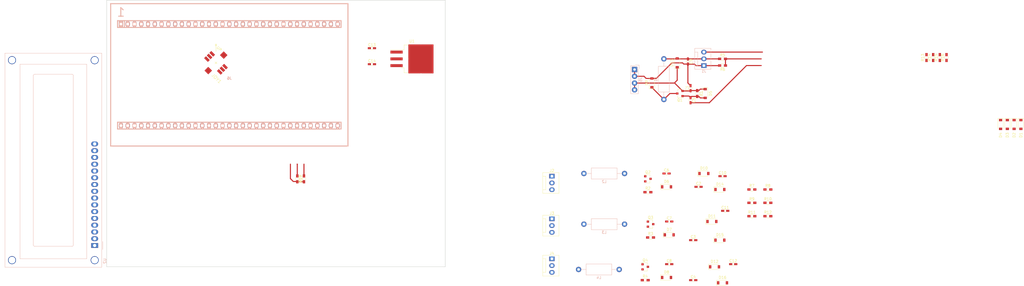
<source format=kicad_pcb>
(kicad_pcb (version 4) (host pcbnew 4.0.7)

  (general
    (links 152)
    (no_connects 129)
    (area -0.075001 -0.075001 250.375001 214.935)
    (thickness 1.6)
    (drawings 4)
    (tracks 57)
    (zones 0)
    (modules 65)
    (nets 77)
  )

  (page A4)
  (layers
    (0 F.Cu signal)
    (31 B.Cu signal)
    (32 B.Adhes user)
    (33 F.Adhes user)
    (34 B.Paste user)
    (35 F.Paste user)
    (36 B.SilkS user)
    (37 F.SilkS user)
    (38 B.Mask user)
    (39 F.Mask user)
    (40 Dwgs.User user)
    (41 Cmts.User user)
    (42 Eco1.User user)
    (43 Eco2.User user)
    (44 Edge.Cuts user)
    (45 Margin user)
    (46 B.CrtYd user)
    (47 F.CrtYd user)
    (48 B.Fab user)
    (49 F.Fab user hide)
  )

  (setup
    (last_trace_width 0.4)
    (trace_clearance 0.4)
    (zone_clearance 0.508)
    (zone_45_only no)
    (trace_min 0.2)
    (segment_width 0.2)
    (edge_width 0.15)
    (via_size 0.6)
    (via_drill 0.4)
    (via_min_size 0.4)
    (via_min_drill 0.3)
    (uvia_size 0.3)
    (uvia_drill 0.1)
    (uvias_allowed no)
    (uvia_min_size 0.2)
    (uvia_min_drill 0.1)
    (pcb_text_width 0.3)
    (pcb_text_size 1.5 1.5)
    (mod_edge_width 0.15)
    (mod_text_size 1 1)
    (mod_text_width 0.15)
    (pad_size 1.524 1.524)
    (pad_drill 0.762)
    (pad_to_mask_clearance 0.2)
    (aux_axis_origin 0 0)
    (visible_elements 7FFEFFFF)
    (pcbplotparams
      (layerselection 0x00030_80000001)
      (usegerberextensions false)
      (excludeedgelayer true)
      (linewidth 0.100000)
      (plotframeref false)
      (viasonmask false)
      (mode 1)
      (useauxorigin false)
      (hpglpennumber 1)
      (hpglpenspeed 20)
      (hpglpendiameter 15)
      (hpglpenoverlay 2)
      (psnegative false)
      (psa4output false)
      (plotreference true)
      (plotvalue true)
      (plotinvisibletext false)
      (padsonsilk false)
      (subtractmaskfromsilk false)
      (outputformat 1)
      (mirror false)
      (drillshape 1)
      (scaleselection 1)
      (outputdirectory ""))
  )

  (net 0 "")
  (net 1 +12V)
  (net 2 GND)
  (net 3 "Net-(C5-Pad1)")
  (net 4 /FAN0_CTRL)
  (net 5 "Net-(C6-Pad1)")
  (net 6 /FAN1_CTRL)
  (net 7 "Net-(C7-Pad1)")
  (net 8 /FAN2_CTRL)
  (net 9 "Net-(C8-Pad1)")
  (net 10 /FAN3_CTRL)
  (net 11 "Net-(C9-Pad1)")
  (net 12 "Net-(C10-Pad1)")
  (net 13 "Net-(C11-Pad1)")
  (net 14 "Net-(C12-Pad1)")
  (net 15 +3V3)
  (net 16 "Net-(D9-Pad1)")
  (net 17 "Net-(D10-Pad1)")
  (net 18 "Net-(D11-Pad1)")
  (net 19 "Net-(D12-Pad1)")
  (net 20 /FAN0_RPM)
  (net 21 /FAN1_RPM)
  (net 22 /FAN2_RPM)
  (net 23 /FAN3_RPM)
  (net 24 "Net-(J6-Pad35)")
  (net 25 "Net-(J6-Pad36)")
  (net 26 /LCD_E)
  (net 27 "Net-(J6-Pad42)")
  (net 28 "Net-(J6-Pad43)")
  (net 29 "Net-(J6-Pad44)")
  (net 30 "Net-(J6-Pad45)")
  (net 31 "Net-(J6-Pad46)")
  (net 32 "Net-(J6-Pad47)")
  (net 33 /JOY_LEFT)
  (net 34 /JOY_RIGHT)
  (net 35 "Net-(J6-Pad50)")
  (net 36 "Net-(J6-Pad51)")
  (net 37 "Net-(J6-Pad52)")
  (net 38 "Net-(J6-Pad53)")
  (net 39 "Net-(J6-Pad54)")
  (net 40 /JOY_MID)
  (net 41 /LCD_D3)
  (net 42 /LCD_D4)
  (net 43 /LCD_D5)
  (net 44 /LCD_D6)
  (net 45 /LCD_D7)
  (net 46 "Net-(J6-Pad61)")
  (net 47 /LCD_RW)
  (net 48 /LCD_RS)
  (net 49 "Net-(J6-Pad66)")
  (net 50 "Net-(J6-Pad1)")
  (net 51 "Net-(J6-Pad3)")
  (net 52 "Net-(J6-Pad4)")
  (net 53 "Net-(J6-Pad5)")
  (net 54 "Net-(J6-Pad6)")
  (net 55 "Net-(J6-Pad7)")
  (net 56 "Net-(J6-Pad8)")
  (net 57 "Net-(J6-Pad10)")
  (net 58 /FAN0_ADC)
  (net 59 /FAN1_ADC)
  (net 60 /FAN2_ADC)
  (net 61 /FAN3_ADC)
  (net 62 /JOY_UP)
  (net 63 /JOY_DOWN)
  (net 64 "Net-(J6-Pad21)")
  (net 65 "Net-(J6-Pad22)")
  (net 66 "Net-(J6-Pad23)")
  (net 67 "Net-(J6-Pad24)")
  (net 68 "Net-(J6-Pad25)")
  (net 69 "Net-(J6-Pad26)")
  (net 70 /LCD_D0)
  (net 71 /LCD_D1)
  (net 72 /LCD_D2)
  (net 73 "Net-(J6-Pad30)")
  (net 74 "Net-(J6-Pad31)")
  (net 75 "Net-(J6-Pad32)")
  (net 76 "Net-(R17-Pad2)")

  (net_class Default "This is the default net class."
    (clearance 0.4)
    (trace_width 0.4)
    (via_dia 0.6)
    (via_drill 0.4)
    (uvia_dia 0.3)
    (uvia_drill 0.1)
    (add_net +12V)
    (add_net +3V3)
    (add_net /FAN0_ADC)
    (add_net /FAN0_CTRL)
    (add_net /FAN0_RPM)
    (add_net /FAN1_ADC)
    (add_net /FAN1_CTRL)
    (add_net /FAN1_RPM)
    (add_net /FAN2_ADC)
    (add_net /FAN2_CTRL)
    (add_net /FAN2_RPM)
    (add_net /FAN3_ADC)
    (add_net /FAN3_CTRL)
    (add_net /FAN3_RPM)
    (add_net /JOY_DOWN)
    (add_net /JOY_LEFT)
    (add_net /JOY_MID)
    (add_net /JOY_RIGHT)
    (add_net /JOY_UP)
    (add_net /LCD_D0)
    (add_net /LCD_D1)
    (add_net /LCD_D2)
    (add_net /LCD_D3)
    (add_net /LCD_D4)
    (add_net /LCD_D5)
    (add_net /LCD_D6)
    (add_net /LCD_D7)
    (add_net /LCD_E)
    (add_net /LCD_RS)
    (add_net /LCD_RW)
    (add_net GND)
    (add_net "Net-(C10-Pad1)")
    (add_net "Net-(C11-Pad1)")
    (add_net "Net-(C12-Pad1)")
    (add_net "Net-(C5-Pad1)")
    (add_net "Net-(C6-Pad1)")
    (add_net "Net-(C7-Pad1)")
    (add_net "Net-(C8-Pad1)")
    (add_net "Net-(C9-Pad1)")
    (add_net "Net-(D10-Pad1)")
    (add_net "Net-(D11-Pad1)")
    (add_net "Net-(D12-Pad1)")
    (add_net "Net-(D9-Pad1)")
    (add_net "Net-(J6-Pad1)")
    (add_net "Net-(J6-Pad10)")
    (add_net "Net-(J6-Pad21)")
    (add_net "Net-(J6-Pad22)")
    (add_net "Net-(J6-Pad23)")
    (add_net "Net-(J6-Pad24)")
    (add_net "Net-(J6-Pad25)")
    (add_net "Net-(J6-Pad26)")
    (add_net "Net-(J6-Pad3)")
    (add_net "Net-(J6-Pad30)")
    (add_net "Net-(J6-Pad31)")
    (add_net "Net-(J6-Pad32)")
    (add_net "Net-(J6-Pad35)")
    (add_net "Net-(J6-Pad36)")
    (add_net "Net-(J6-Pad4)")
    (add_net "Net-(J6-Pad42)")
    (add_net "Net-(J6-Pad43)")
    (add_net "Net-(J6-Pad44)")
    (add_net "Net-(J6-Pad45)")
    (add_net "Net-(J6-Pad46)")
    (add_net "Net-(J6-Pad47)")
    (add_net "Net-(J6-Pad5)")
    (add_net "Net-(J6-Pad50)")
    (add_net "Net-(J6-Pad51)")
    (add_net "Net-(J6-Pad52)")
    (add_net "Net-(J6-Pad53)")
    (add_net "Net-(J6-Pad54)")
    (add_net "Net-(J6-Pad6)")
    (add_net "Net-(J6-Pad61)")
    (add_net "Net-(J6-Pad66)")
    (add_net "Net-(J6-Pad7)")
    (add_net "Net-(J6-Pad8)")
    (add_net "Net-(R17-Pad2)")
  )

  (module w_conn_misc:stm32f0_discovery_header (layer B.Cu) (tedit 0) (tstamp 5AA56FF4)
    (at 46 28 180)
    (descr "STM32 F0 Discovery Header")
    (tags "STM32F0 Discovery")
    (path /5AA0B96C)
    (fp_text reference J6 (at 0 -1.27 180) (layer B.SilkS)
      (effects (font (size 1.016 1.016) (thickness 0.2032)) (justify mirror))
    )
    (fp_text value STM32F0_Discovery_Header (at 0 1.27 180) (layer B.SilkS) hide
      (effects (font (size 1.016 0.889) (thickness 0.2032)) (justify mirror))
    )
    (fp_line (start 40.7 22) (end 40.7 25.2) (layer B.SilkS) (width 0.381))
    (fp_line (start 40.7 25.2) (end 39.8 24.4) (layer B.SilkS) (width 0.381))
    (fp_line (start 39.8 22) (end 41.5 22) (layer B.SilkS) (width 0.381))
    (fp_line (start 39.37 20.32) (end 39.37 17.78) (layer B.SilkS) (width 0.381))
    (fp_line (start -41.91 -17.78) (end 41.91 -17.78) (layer B.SilkS) (width 0.381))
    (fp_line (start 41.91 -17.78) (end 41.91 -20.32) (layer B.SilkS) (width 0.381))
    (fp_line (start -41.91 -20.32) (end 41.91 -20.32) (layer B.SilkS) (width 0.381))
    (fp_line (start -41.91 -17.78) (end -41.91 -20.32) (layer B.SilkS) (width 0.381))
    (fp_line (start 44.5 26.7) (end -44.5 26.7) (layer B.SilkS) (width 0.381))
    (fp_line (start -44.5 -26.7) (end 44.5 -26.7) (layer B.SilkS) (width 0.381))
    (fp_line (start 44.5 -26.7) (end 44.5 26.7) (layer B.SilkS) (width 0.381))
    (fp_line (start -44.5 -26.7) (end -44.5 26.7) (layer B.SilkS) (width 0.381))
    (fp_line (start -41.91 20.32) (end -41.91 17.78) (layer B.SilkS) (width 0.381))
    (fp_line (start -41.91 17.78) (end 41.91 17.78) (layer B.SilkS) (width 0.381))
    (fp_line (start 41.91 20.32) (end 41.91 17.78) (layer B.SilkS) (width 0.381))
    (fp_line (start -41.91 20.32) (end 41.91 20.32) (layer B.SilkS) (width 0.381))
    (pad 34 thru_hole oval (at -40.64 -19.05 180) (size 1.5 2.2) (drill 0.99822) (layers *.Cu *.Mask B.SilkS)
      (net 2 GND))
    (pad 35 thru_hole oval (at -38.1 -19.05 180) (size 1.5 2.2) (drill 0.99822) (layers *.Cu *.Mask B.SilkS)
      (net 24 "Net-(J6-Pad35)"))
    (pad 36 thru_hole oval (at -35.56 -19.05 180) (size 1.5 2.2) (drill 0.99822) (layers *.Cu *.Mask B.SilkS)
      (net 25 "Net-(J6-Pad36)"))
    (pad 37 thru_hole oval (at -33.02 -19.05 180) (size 1.5 2.2) (drill 0.99822) (layers *.Cu *.Mask B.SilkS)
      (net 26 /LCD_E))
    (pad 38 thru_hole oval (at -30.48 -19.05 180) (size 1.5 2.2) (drill 0.99822) (layers *.Cu *.Mask B.SilkS)
      (net 4 /FAN0_CTRL))
    (pad 39 thru_hole oval (at -27.94 -19.05 180) (size 1.5 2.2) (drill 0.99822) (layers *.Cu *.Mask B.SilkS)
      (net 6 /FAN1_CTRL))
    (pad 40 thru_hole oval (at -25.4 -19.05 180) (size 1.5 2.2) (drill 0.99822) (layers *.Cu *.Mask B.SilkS)
      (net 8 /FAN2_CTRL))
    (pad 41 thru_hole oval (at -22.86 -19.05 180) (size 1.5 2.2) (drill 0.99822) (layers *.Cu *.Mask B.SilkS)
      (net 10 /FAN3_CTRL))
    (pad 42 thru_hole oval (at -20.32 -19.05 180) (size 1.5 2.2) (drill 0.99822) (layers *.Cu *.Mask B.SilkS)
      (net 27 "Net-(J6-Pad42)"))
    (pad 43 thru_hole oval (at -17.78 -19.05 180) (size 1.5 2.2) (drill 0.99822) (layers *.Cu *.Mask B.SilkS)
      (net 28 "Net-(J6-Pad43)"))
    (pad 44 thru_hole oval (at -15.24 -19.05 180) (size 1.5 2.2) (drill 0.99822) (layers *.Cu *.Mask B.SilkS)
      (net 29 "Net-(J6-Pad44)"))
    (pad 45 thru_hole oval (at -12.7 -19.05 180) (size 1.5 2.2) (drill 0.99822) (layers *.Cu *.Mask B.SilkS)
      (net 30 "Net-(J6-Pad45)"))
    (pad 46 thru_hole oval (at -10.16 -19.05 180) (size 1.5 2.2) (drill 0.99822) (layers *.Cu *.Mask B.SilkS)
      (net 31 "Net-(J6-Pad46)"))
    (pad 47 thru_hole oval (at -7.62 -19.05 180) (size 1.5 2.2) (drill 0.99822) (layers *.Cu *.Mask B.SilkS)
      (net 32 "Net-(J6-Pad47)"))
    (pad 48 thru_hole oval (at -5.08 -19.05 180) (size 1.5 2.2) (drill 0.99822) (layers *.Cu *.Mask B.SilkS)
      (net 33 /JOY_LEFT))
    (pad 49 thru_hole oval (at -2.54 -19.05 180) (size 1.5 2.2) (drill 0.99822) (layers *.Cu *.Mask B.SilkS)
      (net 34 /JOY_RIGHT))
    (pad 50 thru_hole oval (at 0 -19.05 180) (size 1.5 2.2) (drill 0.99822) (layers *.Cu *.Mask B.SilkS)
      (net 35 "Net-(J6-Pad50)"))
    (pad 51 thru_hole oval (at 2.54 -19.05 180) (size 1.5 2.2) (drill 0.99822) (layers *.Cu *.Mask B.SilkS)
      (net 36 "Net-(J6-Pad51)"))
    (pad 52 thru_hole oval (at 5.08 -19.05 180) (size 1.5 2.2) (drill 0.99822) (layers *.Cu *.Mask B.SilkS)
      (net 37 "Net-(J6-Pad52)"))
    (pad 53 thru_hole oval (at 7.62 -19.05 180) (size 1.5 2.2) (drill 0.99822) (layers *.Cu *.Mask B.SilkS)
      (net 38 "Net-(J6-Pad53)"))
    (pad 54 thru_hole oval (at 10.16 -19.05 180) (size 1.5 2.2) (drill 0.99822) (layers *.Cu *.Mask B.SilkS)
      (net 39 "Net-(J6-Pad54)"))
    (pad 55 thru_hole oval (at 12.7 -19.05 180) (size 1.5 2.2) (drill 0.99822) (layers *.Cu *.Mask B.SilkS)
      (net 40 /JOY_MID))
    (pad 56 thru_hole oval (at 15.24 -19.05 180) (size 1.5 2.2) (drill 0.99822) (layers *.Cu *.Mask B.SilkS)
      (net 41 /LCD_D3))
    (pad 57 thru_hole oval (at 17.78 -19.05 180) (size 1.5 2.2) (drill 0.99822) (layers *.Cu *.Mask B.SilkS)
      (net 42 /LCD_D4))
    (pad 58 thru_hole oval (at 20.32 -19.05 180) (size 1.5 2.2) (drill 0.99822) (layers *.Cu *.Mask B.SilkS)
      (net 43 /LCD_D5))
    (pad 59 thru_hole oval (at 22.86 -19.05 180) (size 1.5 2.2) (drill 0.99822) (layers *.Cu *.Mask B.SilkS)
      (net 44 /LCD_D6))
    (pad 60 thru_hole oval (at 25.4 -19.05 180) (size 1.5 2.2) (drill 0.99822) (layers *.Cu *.Mask B.SilkS)
      (net 45 /LCD_D7))
    (pad 61 thru_hole oval (at 27.94 -19.05 180) (size 1.5 2.2) (drill 0.99822) (layers *.Cu *.Mask B.SilkS)
      (net 46 "Net-(J6-Pad61)"))
    (pad 62 thru_hole oval (at 30.48 -19.05 180) (size 1.5 2.2) (drill 0.99822) (layers *.Cu *.Mask B.SilkS)
      (net 15 +3V3))
    (pad 63 thru_hole oval (at 33.02 -19.05 180) (size 1.5 2.2) (drill 0.99822) (layers *.Cu *.Mask B.SilkS)
      (net 47 /LCD_RW))
    (pad 64 thru_hole oval (at 35.56 -19.05 180) (size 1.5 2.2) (drill 0.99822) (layers *.Cu *.Mask B.SilkS)
      (net 48 /LCD_RS))
    (pad 65 thru_hole oval (at 38.1 -19.05 180) (size 1.5 2.2) (drill 0.99822) (layers *.Cu *.Mask B.SilkS)
      (net 2 GND))
    (pad 66 thru_hole oval (at 40.64 -19.05 180) (size 1.5 2.2) (drill 1.00076) (layers *.Cu *.Mask B.SilkS)
      (net 49 "Net-(J6-Pad66)"))
    (pad 1 thru_hole rect (at 40.64 19.05 180) (size 1.5 2.2) (drill 1.00076) (layers *.Cu *.Mask B.SilkS)
      (net 50 "Net-(J6-Pad1)"))
    (pad 2 thru_hole oval (at 38.1 19.05 180) (size 1.5 2.2) (drill 0.99822) (layers *.Cu *.Mask B.SilkS)
      (net 2 GND))
    (pad 3 thru_hole oval (at 35.56 19.05 180) (size 1.5 2.2) (drill 0.99822) (layers *.Cu *.Mask B.SilkS)
      (net 51 "Net-(J6-Pad3)"))
    (pad 4 thru_hole oval (at 33.02 19.05 180) (size 1.5 2.2) (drill 0.99822) (layers *.Cu *.Mask B.SilkS)
      (net 52 "Net-(J6-Pad4)"))
    (pad 5 thru_hole oval (at 30.48 19.05 180) (size 1.5 2.2) (drill 0.99822) (layers *.Cu *.Mask B.SilkS)
      (net 53 "Net-(J6-Pad5)"))
    (pad 6 thru_hole oval (at 27.94 19.05 180) (size 1.5 2.2) (drill 0.99822) (layers *.Cu *.Mask B.SilkS)
      (net 54 "Net-(J6-Pad6)"))
    (pad 7 thru_hole oval (at 25.4 19.05 180) (size 1.5 2.2) (drill 0.99822) (layers *.Cu *.Mask B.SilkS)
      (net 55 "Net-(J6-Pad7)"))
    (pad 8 thru_hole oval (at 22.86 19.05 180) (size 1.5 2.2) (drill 0.99822) (layers *.Cu *.Mask B.SilkS)
      (net 56 "Net-(J6-Pad8)"))
    (pad 9 thru_hole oval (at 20.32 19.05 180) (size 1.5 2.2) (drill 0.99822) (layers *.Cu *.Mask B.SilkS)
      (net 2 GND))
    (pad 10 thru_hole oval (at 17.78 19.05 180) (size 1.5 2.2) (drill 0.99822) (layers *.Cu *.Mask B.SilkS)
      (net 57 "Net-(J6-Pad10)"))
    (pad 11 thru_hole oval (at 15.24 19.05 180) (size 1.5 2.2) (drill 0.99822) (layers *.Cu *.Mask B.SilkS)
      (net 58 /FAN0_ADC))
    (pad 12 thru_hole oval (at 12.7 19.05 180) (size 1.5 2.2) (drill 0.99822) (layers *.Cu *.Mask B.SilkS)
      (net 59 /FAN1_ADC))
    (pad 13 thru_hole oval (at 10.16 19.05 180) (size 1.5 2.2) (drill 0.99822) (layers *.Cu *.Mask B.SilkS)
      (net 60 /FAN2_ADC))
    (pad 14 thru_hole oval (at 7.62 19.05 180) (size 1.5 2.2) (drill 0.99822) (layers *.Cu *.Mask B.SilkS)
      (net 61 /FAN3_ADC))
    (pad 15 thru_hole oval (at 5.08 19.05 180) (size 1.5 2.2) (drill 0.99822) (layers *.Cu *.Mask B.SilkS)
      (net 20 /FAN0_RPM))
    (pad 16 thru_hole oval (at 2.54 19.05 180) (size 1.5 2.2) (drill 0.99822) (layers *.Cu *.Mask B.SilkS)
      (net 21 /FAN1_RPM))
    (pad 17 thru_hole oval (at 0 19.05 180) (size 1.5 2.2) (drill 0.99822) (layers *.Cu *.Mask B.SilkS)
      (net 22 /FAN2_RPM))
    (pad 18 thru_hole oval (at -2.54 19.05 180) (size 1.5 2.2) (drill 0.99822) (layers *.Cu *.Mask B.SilkS)
      (net 23 /FAN3_RPM))
    (pad 19 thru_hole oval (at -5.08 19.05 180) (size 1.5 2.2) (drill 0.99822) (layers *.Cu *.Mask B.SilkS)
      (net 62 /JOY_UP))
    (pad 20 thru_hole oval (at -7.62 19.05 180) (size 1.5 2.2) (drill 0.99822) (layers *.Cu *.Mask B.SilkS)
      (net 63 /JOY_DOWN))
    (pad 21 thru_hole oval (at -10.16 19.05 180) (size 1.5 2.2) (drill 0.99822) (layers *.Cu *.Mask B.SilkS)
      (net 64 "Net-(J6-Pad21)"))
    (pad 22 thru_hole oval (at -12.7 19.05 180) (size 1.5 2.2) (drill 0.99822) (layers *.Cu *.Mask B.SilkS)
      (net 65 "Net-(J6-Pad22)"))
    (pad 23 thru_hole oval (at -15.24 19.05 180) (size 1.5 2.2) (drill 0.99822) (layers *.Cu *.Mask B.SilkS)
      (net 66 "Net-(J6-Pad23)"))
    (pad 24 thru_hole oval (at -17.78 19.05 180) (size 1.5 2.2) (drill 0.99822) (layers *.Cu *.Mask B.SilkS)
      (net 67 "Net-(J6-Pad24)"))
    (pad 25 thru_hole oval (at -20.32 19.05 180) (size 1.5 2.2) (drill 0.99822) (layers *.Cu *.Mask B.SilkS)
      (net 68 "Net-(J6-Pad25)"))
    (pad 26 thru_hole oval (at -22.86 19.05 180) (size 1.5 2.2) (drill 0.99822) (layers *.Cu *.Mask B.SilkS)
      (net 69 "Net-(J6-Pad26)"))
    (pad 27 thru_hole oval (at -25.4 19.05 180) (size 1.5 2.2) (drill 0.99822) (layers *.Cu *.Mask B.SilkS)
      (net 70 /LCD_D0))
    (pad 28 thru_hole oval (at -27.94 19.05 180) (size 1.5 2.2) (drill 0.99822) (layers *.Cu *.Mask B.SilkS)
      (net 71 /LCD_D1))
    (pad 29 thru_hole oval (at -30.48 19.05 180) (size 1.5 2.2) (drill 0.99822) (layers *.Cu *.Mask B.SilkS)
      (net 72 /LCD_D2))
    (pad 30 thru_hole oval (at -33.02 19.05 180) (size 1.5 2.2) (drill 0.99822) (layers *.Cu *.Mask B.SilkS)
      (net 73 "Net-(J6-Pad30)"))
    (pad 31 thru_hole oval (at -35.56 19.05 180) (size 1.5 2.2) (drill 0.99822) (layers *.Cu *.Mask B.SilkS)
      (net 74 "Net-(J6-Pad31)"))
    (pad 32 thru_hole oval (at -38.1 19.05 180) (size 1.5 2.2) (drill 0.99822) (layers *.Cu *.Mask B.SilkS)
      (net 75 "Net-(J6-Pad32)"))
    (pad 33 thru_hole oval (at -40.64 19.05 180) (size 1.5 2.2) (drill 0.99822) (layers *.Cu *.Mask B.SilkS)
      (net 2 GND))
    (model walter/conn_misc/stm32f0_discovery_header.wrl
      (at (xyz 0 0 0))
      (scale (xyz 1 1 1))
      (rotate (xyz 0 0 0))
    )
  )

  (module Capacitors_SMD:C_0603_HandSoldering (layer F.Cu) (tedit 58AA848B) (tstamp 5AA56EDC)
    (at 219 33 90)
    (descr "Capacitor SMD 0603, hand soldering")
    (tags "capacitor 0603")
    (path /5AA40F47)
    (attr smd)
    (fp_text reference C1 (at 0 -1.25 90) (layer F.SilkS)
      (effects (font (size 1 1) (thickness 0.15)))
    )
    (fp_text value 1u (at 0 1.5 90) (layer F.Fab)
      (effects (font (size 1 1) (thickness 0.15)))
    )
    (fp_text user %R (at 0 -1.25 90) (layer F.Fab)
      (effects (font (size 1 1) (thickness 0.15)))
    )
    (fp_line (start -0.8 0.4) (end -0.8 -0.4) (layer F.Fab) (width 0.1))
    (fp_line (start 0.8 0.4) (end -0.8 0.4) (layer F.Fab) (width 0.1))
    (fp_line (start 0.8 -0.4) (end 0.8 0.4) (layer F.Fab) (width 0.1))
    (fp_line (start -0.8 -0.4) (end 0.8 -0.4) (layer F.Fab) (width 0.1))
    (fp_line (start -0.35 -0.6) (end 0.35 -0.6) (layer F.SilkS) (width 0.12))
    (fp_line (start 0.35 0.6) (end -0.35 0.6) (layer F.SilkS) (width 0.12))
    (fp_line (start -1.8 -0.65) (end 1.8 -0.65) (layer F.CrtYd) (width 0.05))
    (fp_line (start -1.8 -0.65) (end -1.8 0.65) (layer F.CrtYd) (width 0.05))
    (fp_line (start 1.8 0.65) (end 1.8 -0.65) (layer F.CrtYd) (width 0.05))
    (fp_line (start 1.8 0.65) (end -1.8 0.65) (layer F.CrtYd) (width 0.05))
    (pad 1 smd rect (at -0.95 0 90) (size 1.2 0.75) (layers F.Cu F.Paste F.Mask)
      (net 1 +12V))
    (pad 2 smd rect (at 0.95 0 90) (size 1.2 0.75) (layers F.Cu F.Paste F.Mask)
      (net 2 GND))
    (model Capacitors_SMD.3dshapes/C_0603.wrl
      (at (xyz 0 0 0))
      (scale (xyz 1 1 1))
      (rotate (xyz 0 0 0))
    )
  )

  (module Capacitors_SMD:C_0603_HandSoldering (layer F.Cu) (tedit 58AA848B) (tstamp 5AA56EE2)
    (at 222 70)
    (descr "Capacitor SMD 0603, hand soldering")
    (tags "capacitor 0603")
    (path /5AA4C03C)
    (attr smd)
    (fp_text reference C2 (at 0 -1.25) (layer F.SilkS)
      (effects (font (size 1 1) (thickness 0.15)))
    )
    (fp_text value 1u (at 0 1.5) (layer F.Fab)
      (effects (font (size 1 1) (thickness 0.15)))
    )
    (fp_text user %R (at 0 -1.25) (layer F.Fab)
      (effects (font (size 1 1) (thickness 0.15)))
    )
    (fp_line (start -0.8 0.4) (end -0.8 -0.4) (layer F.Fab) (width 0.1))
    (fp_line (start 0.8 0.4) (end -0.8 0.4) (layer F.Fab) (width 0.1))
    (fp_line (start 0.8 -0.4) (end 0.8 0.4) (layer F.Fab) (width 0.1))
    (fp_line (start -0.8 -0.4) (end 0.8 -0.4) (layer F.Fab) (width 0.1))
    (fp_line (start -0.35 -0.6) (end 0.35 -0.6) (layer F.SilkS) (width 0.12))
    (fp_line (start 0.35 0.6) (end -0.35 0.6) (layer F.SilkS) (width 0.12))
    (fp_line (start -1.8 -0.65) (end 1.8 -0.65) (layer F.CrtYd) (width 0.05))
    (fp_line (start -1.8 -0.65) (end -1.8 0.65) (layer F.CrtYd) (width 0.05))
    (fp_line (start 1.8 0.65) (end 1.8 -0.65) (layer F.CrtYd) (width 0.05))
    (fp_line (start 1.8 0.65) (end -1.8 0.65) (layer F.CrtYd) (width 0.05))
    (pad 1 smd rect (at -0.95 0) (size 1.2 0.75) (layers F.Cu F.Paste F.Mask)
      (net 1 +12V))
    (pad 2 smd rect (at 0.95 0) (size 1.2 0.75) (layers F.Cu F.Paste F.Mask)
      (net 2 GND))
    (model Capacitors_SMD.3dshapes/C_0603.wrl
      (at (xyz 0 0 0))
      (scale (xyz 1 1 1))
      (rotate (xyz 0 0 0))
    )
  )

  (module Capacitors_SMD:C_0603_HandSoldering (layer F.Cu) (tedit 58AA848B) (tstamp 5AA56EE8)
    (at 220 90)
    (descr "Capacitor SMD 0603, hand soldering")
    (tags "capacitor 0603")
    (path /5AA4C4E2)
    (attr smd)
    (fp_text reference C3 (at 0 -1.25) (layer F.SilkS)
      (effects (font (size 1 1) (thickness 0.15)))
    )
    (fp_text value 1u (at 0 1.5) (layer F.Fab)
      (effects (font (size 1 1) (thickness 0.15)))
    )
    (fp_text user %R (at 0 -1.25) (layer F.Fab)
      (effects (font (size 1 1) (thickness 0.15)))
    )
    (fp_line (start -0.8 0.4) (end -0.8 -0.4) (layer F.Fab) (width 0.1))
    (fp_line (start 0.8 0.4) (end -0.8 0.4) (layer F.Fab) (width 0.1))
    (fp_line (start 0.8 -0.4) (end 0.8 0.4) (layer F.Fab) (width 0.1))
    (fp_line (start -0.8 -0.4) (end 0.8 -0.4) (layer F.Fab) (width 0.1))
    (fp_line (start -0.35 -0.6) (end 0.35 -0.6) (layer F.SilkS) (width 0.12))
    (fp_line (start 0.35 0.6) (end -0.35 0.6) (layer F.SilkS) (width 0.12))
    (fp_line (start -1.8 -0.65) (end 1.8 -0.65) (layer F.CrtYd) (width 0.05))
    (fp_line (start -1.8 -0.65) (end -1.8 0.65) (layer F.CrtYd) (width 0.05))
    (fp_line (start 1.8 0.65) (end 1.8 -0.65) (layer F.CrtYd) (width 0.05))
    (fp_line (start 1.8 0.65) (end -1.8 0.65) (layer F.CrtYd) (width 0.05))
    (pad 1 smd rect (at -0.95 0) (size 1.2 0.75) (layers F.Cu F.Paste F.Mask)
      (net 1 +12V))
    (pad 2 smd rect (at 0.95 0) (size 1.2 0.75) (layers F.Cu F.Paste F.Mask)
      (net 2 GND))
    (model Capacitors_SMD.3dshapes/C_0603.wrl
      (at (xyz 0 0 0))
      (scale (xyz 1 1 1))
      (rotate (xyz 0 0 0))
    )
  )

  (module Capacitors_SMD:C_0603_HandSoldering (layer F.Cu) (tedit 58AA848B) (tstamp 5AA56EEE)
    (at 220 105)
    (descr "Capacitor SMD 0603, hand soldering")
    (tags "capacitor 0603")
    (path /5AA4C594)
    (attr smd)
    (fp_text reference C4 (at 0 -1.25) (layer F.SilkS)
      (effects (font (size 1 1) (thickness 0.15)))
    )
    (fp_text value 1u (at 0 1.5) (layer F.Fab)
      (effects (font (size 1 1) (thickness 0.15)))
    )
    (fp_text user %R (at 0 -1.25) (layer F.Fab)
      (effects (font (size 1 1) (thickness 0.15)))
    )
    (fp_line (start -0.8 0.4) (end -0.8 -0.4) (layer F.Fab) (width 0.1))
    (fp_line (start 0.8 0.4) (end -0.8 0.4) (layer F.Fab) (width 0.1))
    (fp_line (start 0.8 -0.4) (end 0.8 0.4) (layer F.Fab) (width 0.1))
    (fp_line (start -0.8 -0.4) (end 0.8 -0.4) (layer F.Fab) (width 0.1))
    (fp_line (start -0.35 -0.6) (end 0.35 -0.6) (layer F.SilkS) (width 0.12))
    (fp_line (start 0.35 0.6) (end -0.35 0.6) (layer F.SilkS) (width 0.12))
    (fp_line (start -1.8 -0.65) (end 1.8 -0.65) (layer F.CrtYd) (width 0.05))
    (fp_line (start -1.8 -0.65) (end -1.8 0.65) (layer F.CrtYd) (width 0.05))
    (fp_line (start 1.8 0.65) (end 1.8 -0.65) (layer F.CrtYd) (width 0.05))
    (fp_line (start 1.8 0.65) (end -1.8 0.65) (layer F.CrtYd) (width 0.05))
    (pad 1 smd rect (at -0.95 0) (size 1.2 0.75) (layers F.Cu F.Paste F.Mask)
      (net 1 +12V))
    (pad 2 smd rect (at 0.95 0) (size 1.2 0.75) (layers F.Cu F.Paste F.Mask)
      (net 2 GND))
    (model Capacitors_SMD.3dshapes/C_0603.wrl
      (at (xyz 0 0 0))
      (scale (xyz 1 1 1))
      (rotate (xyz 0 0 0))
    )
  )

  (module Capacitors_SMD:C_0603_HandSoldering (layer F.Cu) (tedit 58AA848B) (tstamp 5AA56EF4)
    (at 219 37.5 270)
    (descr "Capacitor SMD 0603, hand soldering")
    (tags "capacitor 0603")
    (path /5AA40C84)
    (attr smd)
    (fp_text reference C5 (at 0 -1.25 270) (layer F.SilkS)
      (effects (font (size 1 1) (thickness 0.15)))
    )
    (fp_text value .047u (at 0 1.5 270) (layer F.Fab)
      (effects (font (size 1 1) (thickness 0.15)))
    )
    (fp_text user %R (at 0 -1.25 270) (layer F.Fab)
      (effects (font (size 1 1) (thickness 0.15)))
    )
    (fp_line (start -0.8 0.4) (end -0.8 -0.4) (layer F.Fab) (width 0.1))
    (fp_line (start 0.8 0.4) (end -0.8 0.4) (layer F.Fab) (width 0.1))
    (fp_line (start 0.8 -0.4) (end 0.8 0.4) (layer F.Fab) (width 0.1))
    (fp_line (start -0.8 -0.4) (end 0.8 -0.4) (layer F.Fab) (width 0.1))
    (fp_line (start -0.35 -0.6) (end 0.35 -0.6) (layer F.SilkS) (width 0.12))
    (fp_line (start 0.35 0.6) (end -0.35 0.6) (layer F.SilkS) (width 0.12))
    (fp_line (start -1.8 -0.65) (end 1.8 -0.65) (layer F.CrtYd) (width 0.05))
    (fp_line (start -1.8 -0.65) (end -1.8 0.65) (layer F.CrtYd) (width 0.05))
    (fp_line (start 1.8 0.65) (end 1.8 -0.65) (layer F.CrtYd) (width 0.05))
    (fp_line (start 1.8 0.65) (end -1.8 0.65) (layer F.CrtYd) (width 0.05))
    (pad 1 smd rect (at -0.95 0 270) (size 1.2 0.75) (layers F.Cu F.Paste F.Mask)
      (net 3 "Net-(C5-Pad1)"))
    (pad 2 smd rect (at 0.95 0 270) (size 1.2 0.75) (layers F.Cu F.Paste F.Mask)
      (net 4 /FAN0_CTRL))
    (model Capacitors_SMD.3dshapes/C_0603.wrl
      (at (xyz 0 0 0))
      (scale (xyz 1 1 1))
      (rotate (xyz 0 0 0))
    )
  )

  (module Capacitors_SMD:C_0603_HandSoldering (layer F.Cu) (tedit 58AA848B) (tstamp 5AA56EFA)
    (at 210 65)
    (descr "Capacitor SMD 0603, hand soldering")
    (tags "capacitor 0603")
    (path /5AA4C018)
    (attr smd)
    (fp_text reference C6 (at 0 -1.25) (layer F.SilkS)
      (effects (font (size 1 1) (thickness 0.15)))
    )
    (fp_text value .047u (at 0 1.5) (layer F.Fab)
      (effects (font (size 1 1) (thickness 0.15)))
    )
    (fp_text user %R (at 0 -1.25) (layer F.Fab)
      (effects (font (size 1 1) (thickness 0.15)))
    )
    (fp_line (start -0.8 0.4) (end -0.8 -0.4) (layer F.Fab) (width 0.1))
    (fp_line (start 0.8 0.4) (end -0.8 0.4) (layer F.Fab) (width 0.1))
    (fp_line (start 0.8 -0.4) (end 0.8 0.4) (layer F.Fab) (width 0.1))
    (fp_line (start -0.8 -0.4) (end 0.8 -0.4) (layer F.Fab) (width 0.1))
    (fp_line (start -0.35 -0.6) (end 0.35 -0.6) (layer F.SilkS) (width 0.12))
    (fp_line (start 0.35 0.6) (end -0.35 0.6) (layer F.SilkS) (width 0.12))
    (fp_line (start -1.8 -0.65) (end 1.8 -0.65) (layer F.CrtYd) (width 0.05))
    (fp_line (start -1.8 -0.65) (end -1.8 0.65) (layer F.CrtYd) (width 0.05))
    (fp_line (start 1.8 0.65) (end 1.8 -0.65) (layer F.CrtYd) (width 0.05))
    (fp_line (start 1.8 0.65) (end -1.8 0.65) (layer F.CrtYd) (width 0.05))
    (pad 1 smd rect (at -0.95 0) (size 1.2 0.75) (layers F.Cu F.Paste F.Mask)
      (net 5 "Net-(C6-Pad1)"))
    (pad 2 smd rect (at 0.95 0) (size 1.2 0.75) (layers F.Cu F.Paste F.Mask)
      (net 6 /FAN1_CTRL))
    (model Capacitors_SMD.3dshapes/C_0603.wrl
      (at (xyz 0 0 0))
      (scale (xyz 1 1 1))
      (rotate (xyz 0 0 0))
    )
  )

  (module Capacitors_SMD:C_0603_HandSoldering (layer F.Cu) (tedit 58AA848B) (tstamp 5AA56F00)
    (at 211 83)
    (descr "Capacitor SMD 0603, hand soldering")
    (tags "capacitor 0603")
    (path /5AA4C4BE)
    (attr smd)
    (fp_text reference C7 (at 0 -1.25) (layer F.SilkS)
      (effects (font (size 1 1) (thickness 0.15)))
    )
    (fp_text value .047u (at 0 1.5) (layer F.Fab)
      (effects (font (size 1 1) (thickness 0.15)))
    )
    (fp_text user %R (at 0 -1.25) (layer F.Fab)
      (effects (font (size 1 1) (thickness 0.15)))
    )
    (fp_line (start -0.8 0.4) (end -0.8 -0.4) (layer F.Fab) (width 0.1))
    (fp_line (start 0.8 0.4) (end -0.8 0.4) (layer F.Fab) (width 0.1))
    (fp_line (start 0.8 -0.4) (end 0.8 0.4) (layer F.Fab) (width 0.1))
    (fp_line (start -0.8 -0.4) (end 0.8 -0.4) (layer F.Fab) (width 0.1))
    (fp_line (start -0.35 -0.6) (end 0.35 -0.6) (layer F.SilkS) (width 0.12))
    (fp_line (start 0.35 0.6) (end -0.35 0.6) (layer F.SilkS) (width 0.12))
    (fp_line (start -1.8 -0.65) (end 1.8 -0.65) (layer F.CrtYd) (width 0.05))
    (fp_line (start -1.8 -0.65) (end -1.8 0.65) (layer F.CrtYd) (width 0.05))
    (fp_line (start 1.8 0.65) (end 1.8 -0.65) (layer F.CrtYd) (width 0.05))
    (fp_line (start 1.8 0.65) (end -1.8 0.65) (layer F.CrtYd) (width 0.05))
    (pad 1 smd rect (at -0.95 0) (size 1.2 0.75) (layers F.Cu F.Paste F.Mask)
      (net 7 "Net-(C7-Pad1)"))
    (pad 2 smd rect (at 0.95 0) (size 1.2 0.75) (layers F.Cu F.Paste F.Mask)
      (net 8 /FAN2_CTRL))
    (model Capacitors_SMD.3dshapes/C_0603.wrl
      (at (xyz 0 0 0))
      (scale (xyz 1 1 1))
      (rotate (xyz 0 0 0))
    )
  )

  (module Capacitors_SMD:C_0603_HandSoldering (layer F.Cu) (tedit 58AA848B) (tstamp 5AA56F06)
    (at 211 99)
    (descr "Capacitor SMD 0603, hand soldering")
    (tags "capacitor 0603")
    (path /5AA4C570)
    (attr smd)
    (fp_text reference C8 (at 0 -1.25) (layer F.SilkS)
      (effects (font (size 1 1) (thickness 0.15)))
    )
    (fp_text value .047u (at 0 1.5) (layer F.Fab)
      (effects (font (size 1 1) (thickness 0.15)))
    )
    (fp_text user %R (at 0 -1.25) (layer F.Fab)
      (effects (font (size 1 1) (thickness 0.15)))
    )
    (fp_line (start -0.8 0.4) (end -0.8 -0.4) (layer F.Fab) (width 0.1))
    (fp_line (start 0.8 0.4) (end -0.8 0.4) (layer F.Fab) (width 0.1))
    (fp_line (start 0.8 -0.4) (end 0.8 0.4) (layer F.Fab) (width 0.1))
    (fp_line (start -0.8 -0.4) (end 0.8 -0.4) (layer F.Fab) (width 0.1))
    (fp_line (start -0.35 -0.6) (end 0.35 -0.6) (layer F.SilkS) (width 0.12))
    (fp_line (start 0.35 0.6) (end -0.35 0.6) (layer F.SilkS) (width 0.12))
    (fp_line (start -1.8 -0.65) (end 1.8 -0.65) (layer F.CrtYd) (width 0.05))
    (fp_line (start -1.8 -0.65) (end -1.8 0.65) (layer F.CrtYd) (width 0.05))
    (fp_line (start 1.8 0.65) (end 1.8 -0.65) (layer F.CrtYd) (width 0.05))
    (fp_line (start 1.8 0.65) (end -1.8 0.65) (layer F.CrtYd) (width 0.05))
    (pad 1 smd rect (at -0.95 0) (size 1.2 0.75) (layers F.Cu F.Paste F.Mask)
      (net 9 "Net-(C8-Pad1)"))
    (pad 2 smd rect (at 0.95 0) (size 1.2 0.75) (layers F.Cu F.Paste F.Mask)
      (net 10 /FAN3_CTRL))
    (model Capacitors_SMD.3dshapes/C_0603.wrl
      (at (xyz 0 0 0))
      (scale (xyz 1 1 1))
      (rotate (xyz 0 0 0))
    )
  )

  (module Capacitors_SMD:C_0603_HandSoldering (layer F.Cu) (tedit 58AA848B) (tstamp 5AA56F0C)
    (at 218 23 270)
    (descr "Capacitor SMD 0603, hand soldering")
    (tags "capacitor 0603")
    (path /5AA40FBD)
    (attr smd)
    (fp_text reference C9 (at 0 -1.25 270) (layer F.SilkS)
      (effects (font (size 1 1) (thickness 0.15)))
    )
    (fp_text value 1u (at 0 1.5 450) (layer F.Fab)
      (effects (font (size 1 1) (thickness 0.15)))
    )
    (fp_text user %R (at 0 -1.25 270) (layer F.Fab)
      (effects (font (size 1 1) (thickness 0.15)))
    )
    (fp_line (start -0.8 0.4) (end -0.8 -0.4) (layer F.Fab) (width 0.1))
    (fp_line (start 0.8 0.4) (end -0.8 0.4) (layer F.Fab) (width 0.1))
    (fp_line (start 0.8 -0.4) (end 0.8 0.4) (layer F.Fab) (width 0.1))
    (fp_line (start -0.8 -0.4) (end 0.8 -0.4) (layer F.Fab) (width 0.1))
    (fp_line (start -0.35 -0.6) (end 0.35 -0.6) (layer F.SilkS) (width 0.12))
    (fp_line (start 0.35 0.6) (end -0.35 0.6) (layer F.SilkS) (width 0.12))
    (fp_line (start -1.8 -0.65) (end 1.8 -0.65) (layer F.CrtYd) (width 0.05))
    (fp_line (start -1.8 -0.65) (end -1.8 0.65) (layer F.CrtYd) (width 0.05))
    (fp_line (start 1.8 0.65) (end 1.8 -0.65) (layer F.CrtYd) (width 0.05))
    (fp_line (start 1.8 0.65) (end -1.8 0.65) (layer F.CrtYd) (width 0.05))
    (pad 1 smd rect (at -0.95 0 270) (size 1.2 0.75) (layers F.Cu F.Paste F.Mask)
      (net 11 "Net-(C9-Pad1)"))
    (pad 2 smd rect (at 0.95 0 270) (size 1.2 0.75) (layers F.Cu F.Paste F.Mask)
      (net 2 GND))
    (model Capacitors_SMD.3dshapes/C_0603.wrl
      (at (xyz 0 0 0))
      (scale (xyz 1 1 1))
      (rotate (xyz 0 0 0))
    )
  )

  (module Capacitors_SMD:C_0603_HandSoldering (layer F.Cu) (tedit 58AA848B) (tstamp 5AA56F12)
    (at 231 66)
    (descr "Capacitor SMD 0603, hand soldering")
    (tags "capacitor 0603")
    (path /5AA4C042)
    (attr smd)
    (fp_text reference C10 (at 0 -1.25) (layer F.SilkS)
      (effects (font (size 1 1) (thickness 0.15)))
    )
    (fp_text value 1u (at 0 1.5) (layer F.Fab)
      (effects (font (size 1 1) (thickness 0.15)))
    )
    (fp_text user %R (at 0 -1.25) (layer F.Fab)
      (effects (font (size 1 1) (thickness 0.15)))
    )
    (fp_line (start -0.8 0.4) (end -0.8 -0.4) (layer F.Fab) (width 0.1))
    (fp_line (start 0.8 0.4) (end -0.8 0.4) (layer F.Fab) (width 0.1))
    (fp_line (start 0.8 -0.4) (end 0.8 0.4) (layer F.Fab) (width 0.1))
    (fp_line (start -0.8 -0.4) (end 0.8 -0.4) (layer F.Fab) (width 0.1))
    (fp_line (start -0.35 -0.6) (end 0.35 -0.6) (layer F.SilkS) (width 0.12))
    (fp_line (start 0.35 0.6) (end -0.35 0.6) (layer F.SilkS) (width 0.12))
    (fp_line (start -1.8 -0.65) (end 1.8 -0.65) (layer F.CrtYd) (width 0.05))
    (fp_line (start -1.8 -0.65) (end -1.8 0.65) (layer F.CrtYd) (width 0.05))
    (fp_line (start 1.8 0.65) (end 1.8 -0.65) (layer F.CrtYd) (width 0.05))
    (fp_line (start 1.8 0.65) (end -1.8 0.65) (layer F.CrtYd) (width 0.05))
    (pad 1 smd rect (at -0.95 0) (size 1.2 0.75) (layers F.Cu F.Paste F.Mask)
      (net 12 "Net-(C10-Pad1)"))
    (pad 2 smd rect (at 0.95 0) (size 1.2 0.75) (layers F.Cu F.Paste F.Mask)
      (net 2 GND))
    (model Capacitors_SMD.3dshapes/C_0603.wrl
      (at (xyz 0 0 0))
      (scale (xyz 1 1 1))
      (rotate (xyz 0 0 0))
    )
  )

  (module Capacitors_SMD:C_0603_HandSoldering (layer F.Cu) (tedit 58AA848B) (tstamp 5AA56F18)
    (at 232 79)
    (descr "Capacitor SMD 0603, hand soldering")
    (tags "capacitor 0603")
    (path /5AA4C4E8)
    (attr smd)
    (fp_text reference C11 (at 0 -1.25) (layer F.SilkS)
      (effects (font (size 1 1) (thickness 0.15)))
    )
    (fp_text value 1u (at 0 1.5) (layer F.Fab)
      (effects (font (size 1 1) (thickness 0.15)))
    )
    (fp_text user %R (at 0 -1.25) (layer F.Fab)
      (effects (font (size 1 1) (thickness 0.15)))
    )
    (fp_line (start -0.8 0.4) (end -0.8 -0.4) (layer F.Fab) (width 0.1))
    (fp_line (start 0.8 0.4) (end -0.8 0.4) (layer F.Fab) (width 0.1))
    (fp_line (start 0.8 -0.4) (end 0.8 0.4) (layer F.Fab) (width 0.1))
    (fp_line (start -0.8 -0.4) (end 0.8 -0.4) (layer F.Fab) (width 0.1))
    (fp_line (start -0.35 -0.6) (end 0.35 -0.6) (layer F.SilkS) (width 0.12))
    (fp_line (start 0.35 0.6) (end -0.35 0.6) (layer F.SilkS) (width 0.12))
    (fp_line (start -1.8 -0.65) (end 1.8 -0.65) (layer F.CrtYd) (width 0.05))
    (fp_line (start -1.8 -0.65) (end -1.8 0.65) (layer F.CrtYd) (width 0.05))
    (fp_line (start 1.8 0.65) (end 1.8 -0.65) (layer F.CrtYd) (width 0.05))
    (fp_line (start 1.8 0.65) (end -1.8 0.65) (layer F.CrtYd) (width 0.05))
    (pad 1 smd rect (at -0.95 0) (size 1.2 0.75) (layers F.Cu F.Paste F.Mask)
      (net 13 "Net-(C11-Pad1)"))
    (pad 2 smd rect (at 0.95 0) (size 1.2 0.75) (layers F.Cu F.Paste F.Mask)
      (net 2 GND))
    (model Capacitors_SMD.3dshapes/C_0603.wrl
      (at (xyz 0 0 0))
      (scale (xyz 1 1 1))
      (rotate (xyz 0 0 0))
    )
  )

  (module Capacitors_SMD:C_0603_HandSoldering (layer F.Cu) (tedit 58AA848B) (tstamp 5AA56F1E)
    (at 235 99)
    (descr "Capacitor SMD 0603, hand soldering")
    (tags "capacitor 0603")
    (path /5AA4C59A)
    (attr smd)
    (fp_text reference C12 (at 0 -1.25) (layer F.SilkS)
      (effects (font (size 1 1) (thickness 0.15)))
    )
    (fp_text value 1u (at 0 1.5) (layer F.Fab)
      (effects (font (size 1 1) (thickness 0.15)))
    )
    (fp_text user %R (at 0 -1.25) (layer F.Fab)
      (effects (font (size 1 1) (thickness 0.15)))
    )
    (fp_line (start -0.8 0.4) (end -0.8 -0.4) (layer F.Fab) (width 0.1))
    (fp_line (start 0.8 0.4) (end -0.8 0.4) (layer F.Fab) (width 0.1))
    (fp_line (start 0.8 -0.4) (end 0.8 0.4) (layer F.Fab) (width 0.1))
    (fp_line (start -0.8 -0.4) (end 0.8 -0.4) (layer F.Fab) (width 0.1))
    (fp_line (start -0.35 -0.6) (end 0.35 -0.6) (layer F.SilkS) (width 0.12))
    (fp_line (start 0.35 0.6) (end -0.35 0.6) (layer F.SilkS) (width 0.12))
    (fp_line (start -1.8 -0.65) (end 1.8 -0.65) (layer F.CrtYd) (width 0.05))
    (fp_line (start -1.8 -0.65) (end -1.8 0.65) (layer F.CrtYd) (width 0.05))
    (fp_line (start 1.8 0.65) (end 1.8 -0.65) (layer F.CrtYd) (width 0.05))
    (fp_line (start 1.8 0.65) (end -1.8 0.65) (layer F.CrtYd) (width 0.05))
    (pad 1 smd rect (at -0.95 0) (size 1.2 0.75) (layers F.Cu F.Paste F.Mask)
      (net 14 "Net-(C12-Pad1)"))
    (pad 2 smd rect (at 0.95 0) (size 1.2 0.75) (layers F.Cu F.Paste F.Mask)
      (net 2 GND))
    (model Capacitors_SMD.3dshapes/C_0603.wrl
      (at (xyz 0 0 0))
      (scale (xyz 1 1 1))
      (rotate (xyz 0 0 0))
    )
  )

  (module Capacitors_SMD:C_0603_HandSoldering (layer F.Cu) (tedit 58AA848B) (tstamp 5AA56F24)
    (at 99.5 18)
    (descr "Capacitor SMD 0603, hand soldering")
    (tags "capacitor 0603")
    (path /5AA6892E)
    (attr smd)
    (fp_text reference C13 (at 0 -1.25) (layer F.SilkS)
      (effects (font (size 1 1) (thickness 0.15)))
    )
    (fp_text value 10u (at 0 1.5) (layer F.Fab)
      (effects (font (size 1 1) (thickness 0.15)))
    )
    (fp_text user %R (at 0 -1.25) (layer F.Fab)
      (effects (font (size 1 1) (thickness 0.15)))
    )
    (fp_line (start -0.8 0.4) (end -0.8 -0.4) (layer F.Fab) (width 0.1))
    (fp_line (start 0.8 0.4) (end -0.8 0.4) (layer F.Fab) (width 0.1))
    (fp_line (start 0.8 -0.4) (end 0.8 0.4) (layer F.Fab) (width 0.1))
    (fp_line (start -0.8 -0.4) (end 0.8 -0.4) (layer F.Fab) (width 0.1))
    (fp_line (start -0.35 -0.6) (end 0.35 -0.6) (layer F.SilkS) (width 0.12))
    (fp_line (start 0.35 0.6) (end -0.35 0.6) (layer F.SilkS) (width 0.12))
    (fp_line (start -1.8 -0.65) (end 1.8 -0.65) (layer F.CrtYd) (width 0.05))
    (fp_line (start -1.8 -0.65) (end -1.8 0.65) (layer F.CrtYd) (width 0.05))
    (fp_line (start 1.8 0.65) (end 1.8 -0.65) (layer F.CrtYd) (width 0.05))
    (fp_line (start 1.8 0.65) (end -1.8 0.65) (layer F.CrtYd) (width 0.05))
    (pad 1 smd rect (at -0.95 0) (size 1.2 0.75) (layers F.Cu F.Paste F.Mask)
      (net 1 +12V))
    (pad 2 smd rect (at 0.95 0) (size 1.2 0.75) (layers F.Cu F.Paste F.Mask)
      (net 2 GND))
    (model Capacitors_SMD.3dshapes/C_0603.wrl
      (at (xyz 0 0 0))
      (scale (xyz 1 1 1))
      (rotate (xyz 0 0 0))
    )
  )

  (module Capacitors_SMD:C_0603_HandSoldering (layer F.Cu) (tedit 58AA848B) (tstamp 5AA56F2A)
    (at 99.5 24)
    (descr "Capacitor SMD 0603, hand soldering")
    (tags "capacitor 0603")
    (path /5AA68A58)
    (attr smd)
    (fp_text reference C14 (at 0 -1.25) (layer F.SilkS)
      (effects (font (size 1 1) (thickness 0.15)))
    )
    (fp_text value 10u (at 0 1.5) (layer F.Fab)
      (effects (font (size 1 1) (thickness 0.15)))
    )
    (fp_text user %R (at 0 -1.25) (layer F.Fab)
      (effects (font (size 1 1) (thickness 0.15)))
    )
    (fp_line (start -0.8 0.4) (end -0.8 -0.4) (layer F.Fab) (width 0.1))
    (fp_line (start 0.8 0.4) (end -0.8 0.4) (layer F.Fab) (width 0.1))
    (fp_line (start 0.8 -0.4) (end 0.8 0.4) (layer F.Fab) (width 0.1))
    (fp_line (start -0.8 -0.4) (end 0.8 -0.4) (layer F.Fab) (width 0.1))
    (fp_line (start -0.35 -0.6) (end 0.35 -0.6) (layer F.SilkS) (width 0.12))
    (fp_line (start 0.35 0.6) (end -0.35 0.6) (layer F.SilkS) (width 0.12))
    (fp_line (start -1.8 -0.65) (end 1.8 -0.65) (layer F.CrtYd) (width 0.05))
    (fp_line (start -1.8 -0.65) (end -1.8 0.65) (layer F.CrtYd) (width 0.05))
    (fp_line (start 1.8 0.65) (end 1.8 -0.65) (layer F.CrtYd) (width 0.05))
    (fp_line (start 1.8 0.65) (end -1.8 0.65) (layer F.CrtYd) (width 0.05))
    (pad 1 smd rect (at -0.95 0) (size 1.2 0.75) (layers F.Cu F.Paste F.Mask)
      (net 15 +3V3))
    (pad 2 smd rect (at 0.95 0) (size 1.2 0.75) (layers F.Cu F.Paste F.Mask)
      (net 2 GND))
    (model Capacitors_SMD.3dshapes/C_0603.wrl
      (at (xyz 0 0 0))
      (scale (xyz 1 1 1))
      (rotate (xyz 0 0 0))
    )
  )

  (module Diodes_SMD:D_SOD-123 (layer F.Cu) (tedit 5AA7FEDB) (tstamp 5AA56F30)
    (at 342.9 46.61 270)
    (descr SOD-123)
    (tags SOD-123)
    (path /5AA42405)
    (attr smd)
    (fp_text reference D1 (at 4 0 270) (layer F.SilkS)
      (effects (font (size 1 1) (thickness 0.15)))
    )
    (fp_text value D_Schottky (at -7 0 270) (layer F.Fab)
      (effects (font (size 1 1) (thickness 0.15)))
    )
    (fp_text user %R (at 4 0 270) (layer F.Fab)
      (effects (font (size 1 1) (thickness 0.15)))
    )
    (fp_line (start -2.25 -1) (end -2.25 1) (layer F.SilkS) (width 0.12))
    (fp_line (start 0.25 0) (end 0.75 0) (layer F.Fab) (width 0.1))
    (fp_line (start 0.25 0.4) (end -0.35 0) (layer F.Fab) (width 0.1))
    (fp_line (start 0.25 -0.4) (end 0.25 0.4) (layer F.Fab) (width 0.1))
    (fp_line (start -0.35 0) (end 0.25 -0.4) (layer F.Fab) (width 0.1))
    (fp_line (start -0.35 0) (end -0.35 0.55) (layer F.Fab) (width 0.1))
    (fp_line (start -0.35 0) (end -0.35 -0.55) (layer F.Fab) (width 0.1))
    (fp_line (start -0.75 0) (end -0.35 0) (layer F.Fab) (width 0.1))
    (fp_line (start -1.4 0.9) (end -1.4 -0.9) (layer F.Fab) (width 0.1))
    (fp_line (start 1.4 0.9) (end -1.4 0.9) (layer F.Fab) (width 0.1))
    (fp_line (start 1.4 -0.9) (end 1.4 0.9) (layer F.Fab) (width 0.1))
    (fp_line (start -1.4 -0.9) (end 1.4 -0.9) (layer F.Fab) (width 0.1))
    (fp_line (start -2.35 -1.15) (end 2.35 -1.15) (layer F.CrtYd) (width 0.05))
    (fp_line (start 2.35 -1.15) (end 2.35 1.15) (layer F.CrtYd) (width 0.05))
    (fp_line (start 2.35 1.15) (end -2.35 1.15) (layer F.CrtYd) (width 0.05))
    (fp_line (start -2.35 -1.15) (end -2.35 1.15) (layer F.CrtYd) (width 0.05))
    (fp_line (start -2.25 1) (end 1.65 1) (layer F.SilkS) (width 0.12))
    (fp_line (start -2.25 -1) (end 1.65 -1) (layer F.SilkS) (width 0.12))
    (pad 1 smd rect (at -1.65 0 270) (size 0.9 1.2) (layers F.Cu F.Paste F.Mask)
      (net 15 +3V3))
    (pad 2 smd rect (at 1.65 0 270) (size 0.9 1.2) (layers F.Cu F.Paste F.Mask)
      (net 4 /FAN0_CTRL))
    (model ${KISYS3DMOD}/Diodes_SMD.3dshapes/D_SOD-123.wrl
      (at (xyz 0 0 0))
      (scale (xyz 1 1 1))
      (rotate (xyz 0 0 0))
    )
  )

  (module Diodes_SMD:D_SOD-123 (layer F.Cu) (tedit 5AA7FEDE) (tstamp 5AA56F36)
    (at 340.36 46.61 270)
    (descr SOD-123)
    (tags SOD-123)
    (path /5AA4C061)
    (attr smd)
    (fp_text reference D2 (at 4 0 270) (layer F.SilkS)
      (effects (font (size 1 1) (thickness 0.15)))
    )
    (fp_text value D_Schottky (at -7 0 270) (layer F.Fab)
      (effects (font (size 1 1) (thickness 0.15)))
    )
    (fp_text user %R (at 4 0 270) (layer F.Fab)
      (effects (font (size 1 1) (thickness 0.15)))
    )
    (fp_line (start -2.25 -1) (end -2.25 1) (layer F.SilkS) (width 0.12))
    (fp_line (start 0.25 0) (end 0.75 0) (layer F.Fab) (width 0.1))
    (fp_line (start 0.25 0.4) (end -0.35 0) (layer F.Fab) (width 0.1))
    (fp_line (start 0.25 -0.4) (end 0.25 0.4) (layer F.Fab) (width 0.1))
    (fp_line (start -0.35 0) (end 0.25 -0.4) (layer F.Fab) (width 0.1))
    (fp_line (start -0.35 0) (end -0.35 0.55) (layer F.Fab) (width 0.1))
    (fp_line (start -0.35 0) (end -0.35 -0.55) (layer F.Fab) (width 0.1))
    (fp_line (start -0.75 0) (end -0.35 0) (layer F.Fab) (width 0.1))
    (fp_line (start -1.4 0.9) (end -1.4 -0.9) (layer F.Fab) (width 0.1))
    (fp_line (start 1.4 0.9) (end -1.4 0.9) (layer F.Fab) (width 0.1))
    (fp_line (start 1.4 -0.9) (end 1.4 0.9) (layer F.Fab) (width 0.1))
    (fp_line (start -1.4 -0.9) (end 1.4 -0.9) (layer F.Fab) (width 0.1))
    (fp_line (start -2.35 -1.15) (end 2.35 -1.15) (layer F.CrtYd) (width 0.05))
    (fp_line (start 2.35 -1.15) (end 2.35 1.15) (layer F.CrtYd) (width 0.05))
    (fp_line (start 2.35 1.15) (end -2.35 1.15) (layer F.CrtYd) (width 0.05))
    (fp_line (start -2.35 -1.15) (end -2.35 1.15) (layer F.CrtYd) (width 0.05))
    (fp_line (start -2.25 1) (end 1.65 1) (layer F.SilkS) (width 0.12))
    (fp_line (start -2.25 -1) (end 1.65 -1) (layer F.SilkS) (width 0.12))
    (pad 1 smd rect (at -1.65 0 270) (size 0.9 1.2) (layers F.Cu F.Paste F.Mask)
      (net 15 +3V3))
    (pad 2 smd rect (at 1.65 0 270) (size 0.9 1.2) (layers F.Cu F.Paste F.Mask)
      (net 6 /FAN1_CTRL))
    (model ${KISYS3DMOD}/Diodes_SMD.3dshapes/D_SOD-123.wrl
      (at (xyz 0 0 0))
      (scale (xyz 1 1 1))
      (rotate (xyz 0 0 0))
    )
  )

  (module Diodes_SMD:D_SOD-123 (layer F.Cu) (tedit 5AA7FEE0) (tstamp 5AA56F3C)
    (at 337.82 46.61 270)
    (descr SOD-123)
    (tags SOD-123)
    (path /5AA4C507)
    (attr smd)
    (fp_text reference D3 (at 4 0 270) (layer F.SilkS)
      (effects (font (size 1 1) (thickness 0.15)))
    )
    (fp_text value D_Schottky (at -7 0 270) (layer F.Fab)
      (effects (font (size 1 1) (thickness 0.15)))
    )
    (fp_text user %R (at 4 0 270) (layer F.Fab)
      (effects (font (size 1 1) (thickness 0.15)))
    )
    (fp_line (start -2.25 -1) (end -2.25 1) (layer F.SilkS) (width 0.12))
    (fp_line (start 0.25 0) (end 0.75 0) (layer F.Fab) (width 0.1))
    (fp_line (start 0.25 0.4) (end -0.35 0) (layer F.Fab) (width 0.1))
    (fp_line (start 0.25 -0.4) (end 0.25 0.4) (layer F.Fab) (width 0.1))
    (fp_line (start -0.35 0) (end 0.25 -0.4) (layer F.Fab) (width 0.1))
    (fp_line (start -0.35 0) (end -0.35 0.55) (layer F.Fab) (width 0.1))
    (fp_line (start -0.35 0) (end -0.35 -0.55) (layer F.Fab) (width 0.1))
    (fp_line (start -0.75 0) (end -0.35 0) (layer F.Fab) (width 0.1))
    (fp_line (start -1.4 0.9) (end -1.4 -0.9) (layer F.Fab) (width 0.1))
    (fp_line (start 1.4 0.9) (end -1.4 0.9) (layer F.Fab) (width 0.1))
    (fp_line (start 1.4 -0.9) (end 1.4 0.9) (layer F.Fab) (width 0.1))
    (fp_line (start -1.4 -0.9) (end 1.4 -0.9) (layer F.Fab) (width 0.1))
    (fp_line (start -2.35 -1.15) (end 2.35 -1.15) (layer F.CrtYd) (width 0.05))
    (fp_line (start 2.35 -1.15) (end 2.35 1.15) (layer F.CrtYd) (width 0.05))
    (fp_line (start 2.35 1.15) (end -2.35 1.15) (layer F.CrtYd) (width 0.05))
    (fp_line (start -2.35 -1.15) (end -2.35 1.15) (layer F.CrtYd) (width 0.05))
    (fp_line (start -2.25 1) (end 1.65 1) (layer F.SilkS) (width 0.12))
    (fp_line (start -2.25 -1) (end 1.65 -1) (layer F.SilkS) (width 0.12))
    (pad 1 smd rect (at -1.65 0 270) (size 0.9 1.2) (layers F.Cu F.Paste F.Mask)
      (net 15 +3V3))
    (pad 2 smd rect (at 1.65 0 270) (size 0.9 1.2) (layers F.Cu F.Paste F.Mask)
      (net 8 /FAN2_CTRL))
    (model ${KISYS3DMOD}/Diodes_SMD.3dshapes/D_SOD-123.wrl
      (at (xyz 0 0 0))
      (scale (xyz 1 1 1))
      (rotate (xyz 0 0 0))
    )
  )

  (module Diodes_SMD:D_SOD-123 (layer F.Cu) (tedit 5AA7FEE2) (tstamp 5AA56F42)
    (at 335.28 46.61 270)
    (descr SOD-123)
    (tags SOD-123)
    (path /5AA4C5B9)
    (attr smd)
    (fp_text reference D4 (at 4 0 270) (layer F.SilkS)
      (effects (font (size 1 1) (thickness 0.15)))
    )
    (fp_text value D_Schottky (at -7 0 270) (layer F.Fab)
      (effects (font (size 1 1) (thickness 0.15)))
    )
    (fp_text user %R (at 4 0 270) (layer F.Fab)
      (effects (font (size 1 1) (thickness 0.15)))
    )
    (fp_line (start -2.25 -1) (end -2.25 1) (layer F.SilkS) (width 0.12))
    (fp_line (start 0.25 0) (end 0.75 0) (layer F.Fab) (width 0.1))
    (fp_line (start 0.25 0.4) (end -0.35 0) (layer F.Fab) (width 0.1))
    (fp_line (start 0.25 -0.4) (end 0.25 0.4) (layer F.Fab) (width 0.1))
    (fp_line (start -0.35 0) (end 0.25 -0.4) (layer F.Fab) (width 0.1))
    (fp_line (start -0.35 0) (end -0.35 0.55) (layer F.Fab) (width 0.1))
    (fp_line (start -0.35 0) (end -0.35 -0.55) (layer F.Fab) (width 0.1))
    (fp_line (start -0.75 0) (end -0.35 0) (layer F.Fab) (width 0.1))
    (fp_line (start -1.4 0.9) (end -1.4 -0.9) (layer F.Fab) (width 0.1))
    (fp_line (start 1.4 0.9) (end -1.4 0.9) (layer F.Fab) (width 0.1))
    (fp_line (start 1.4 -0.9) (end 1.4 0.9) (layer F.Fab) (width 0.1))
    (fp_line (start -1.4 -0.9) (end 1.4 -0.9) (layer F.Fab) (width 0.1))
    (fp_line (start -2.35 -1.15) (end 2.35 -1.15) (layer F.CrtYd) (width 0.05))
    (fp_line (start 2.35 -1.15) (end 2.35 1.15) (layer F.CrtYd) (width 0.05))
    (fp_line (start 2.35 1.15) (end -2.35 1.15) (layer F.CrtYd) (width 0.05))
    (fp_line (start -2.35 -1.15) (end -2.35 1.15) (layer F.CrtYd) (width 0.05))
    (fp_line (start -2.25 1) (end 1.65 1) (layer F.SilkS) (width 0.12))
    (fp_line (start -2.25 -1) (end 1.65 -1) (layer F.SilkS) (width 0.12))
    (pad 1 smd rect (at -1.65 0 270) (size 0.9 1.2) (layers F.Cu F.Paste F.Mask)
      (net 15 +3V3))
    (pad 2 smd rect (at 1.65 0 270) (size 0.9 1.2) (layers F.Cu F.Paste F.Mask)
      (net 10 /FAN3_CTRL))
    (model ${KISYS3DMOD}/Diodes_SMD.3dshapes/D_SOD-123.wrl
      (at (xyz 0 0 0))
      (scale (xyz 1 1 1))
      (rotate (xyz 0 0 0))
    )
  )

  (module Diodes_SMD:D_SOD-123 (layer F.Cu) (tedit 58645DC7) (tstamp 5AA56F48)
    (at 224.5 35 270)
    (descr SOD-123)
    (tags SOD-123)
    (path /5AA40D58)
    (attr smd)
    (fp_text reference D5 (at 0 -2 270) (layer F.SilkS)
      (effects (font (size 1 1) (thickness 0.15)))
    )
    (fp_text value D_Schottky (at 0 2.1 270) (layer F.Fab)
      (effects (font (size 1 1) (thickness 0.15)))
    )
    (fp_text user %R (at 0 -2 270) (layer F.Fab)
      (effects (font (size 1 1) (thickness 0.15)))
    )
    (fp_line (start -2.25 -1) (end -2.25 1) (layer F.SilkS) (width 0.12))
    (fp_line (start 0.25 0) (end 0.75 0) (layer F.Fab) (width 0.1))
    (fp_line (start 0.25 0.4) (end -0.35 0) (layer F.Fab) (width 0.1))
    (fp_line (start 0.25 -0.4) (end 0.25 0.4) (layer F.Fab) (width 0.1))
    (fp_line (start -0.35 0) (end 0.25 -0.4) (layer F.Fab) (width 0.1))
    (fp_line (start -0.35 0) (end -0.35 0.55) (layer F.Fab) (width 0.1))
    (fp_line (start -0.35 0) (end -0.35 -0.55) (layer F.Fab) (width 0.1))
    (fp_line (start -0.75 0) (end -0.35 0) (layer F.Fab) (width 0.1))
    (fp_line (start -1.4 0.9) (end -1.4 -0.9) (layer F.Fab) (width 0.1))
    (fp_line (start 1.4 0.9) (end -1.4 0.9) (layer F.Fab) (width 0.1))
    (fp_line (start 1.4 -0.9) (end 1.4 0.9) (layer F.Fab) (width 0.1))
    (fp_line (start -1.4 -0.9) (end 1.4 -0.9) (layer F.Fab) (width 0.1))
    (fp_line (start -2.35 -1.15) (end 2.35 -1.15) (layer F.CrtYd) (width 0.05))
    (fp_line (start 2.35 -1.15) (end 2.35 1.15) (layer F.CrtYd) (width 0.05))
    (fp_line (start 2.35 1.15) (end -2.35 1.15) (layer F.CrtYd) (width 0.05))
    (fp_line (start -2.35 -1.15) (end -2.35 1.15) (layer F.CrtYd) (width 0.05))
    (fp_line (start -2.25 1) (end 1.65 1) (layer F.SilkS) (width 0.12))
    (fp_line (start -2.25 -1) (end 1.65 -1) (layer F.SilkS) (width 0.12))
    (pad 1 smd rect (at -1.65 0 270) (size 0.9 1.2) (layers F.Cu F.Paste F.Mask)
      (net 1 +12V))
    (pad 2 smd rect (at 1.65 0 270) (size 0.9 1.2) (layers F.Cu F.Paste F.Mask)
      (net 3 "Net-(C5-Pad1)"))
    (model ${KISYS3DMOD}/Diodes_SMD.3dshapes/D_SOD-123.wrl
      (at (xyz 0 0 0))
      (scale (xyz 1 1 1))
      (rotate (xyz 0 0 0))
    )
  )

  (module Diodes_SMD:D_SOD-123 (layer F.Cu) (tedit 58645DC7) (tstamp 5AA56F4E)
    (at 210 70)
    (descr SOD-123)
    (tags SOD-123)
    (path /5AA4C024)
    (attr smd)
    (fp_text reference D6 (at 0 -2) (layer F.SilkS)
      (effects (font (size 1 1) (thickness 0.15)))
    )
    (fp_text value D_Schottky (at 0 2.1) (layer F.Fab)
      (effects (font (size 1 1) (thickness 0.15)))
    )
    (fp_text user %R (at 0 -2) (layer F.Fab)
      (effects (font (size 1 1) (thickness 0.15)))
    )
    (fp_line (start -2.25 -1) (end -2.25 1) (layer F.SilkS) (width 0.12))
    (fp_line (start 0.25 0) (end 0.75 0) (layer F.Fab) (width 0.1))
    (fp_line (start 0.25 0.4) (end -0.35 0) (layer F.Fab) (width 0.1))
    (fp_line (start 0.25 -0.4) (end 0.25 0.4) (layer F.Fab) (width 0.1))
    (fp_line (start -0.35 0) (end 0.25 -0.4) (layer F.Fab) (width 0.1))
    (fp_line (start -0.35 0) (end -0.35 0.55) (layer F.Fab) (width 0.1))
    (fp_line (start -0.35 0) (end -0.35 -0.55) (layer F.Fab) (width 0.1))
    (fp_line (start -0.75 0) (end -0.35 0) (layer F.Fab) (width 0.1))
    (fp_line (start -1.4 0.9) (end -1.4 -0.9) (layer F.Fab) (width 0.1))
    (fp_line (start 1.4 0.9) (end -1.4 0.9) (layer F.Fab) (width 0.1))
    (fp_line (start 1.4 -0.9) (end 1.4 0.9) (layer F.Fab) (width 0.1))
    (fp_line (start -1.4 -0.9) (end 1.4 -0.9) (layer F.Fab) (width 0.1))
    (fp_line (start -2.35 -1.15) (end 2.35 -1.15) (layer F.CrtYd) (width 0.05))
    (fp_line (start 2.35 -1.15) (end 2.35 1.15) (layer F.CrtYd) (width 0.05))
    (fp_line (start 2.35 1.15) (end -2.35 1.15) (layer F.CrtYd) (width 0.05))
    (fp_line (start -2.35 -1.15) (end -2.35 1.15) (layer F.CrtYd) (width 0.05))
    (fp_line (start -2.25 1) (end 1.65 1) (layer F.SilkS) (width 0.12))
    (fp_line (start -2.25 -1) (end 1.65 -1) (layer F.SilkS) (width 0.12))
    (pad 1 smd rect (at -1.65 0) (size 0.9 1.2) (layers F.Cu F.Paste F.Mask)
      (net 1 +12V))
    (pad 2 smd rect (at 1.65 0) (size 0.9 1.2) (layers F.Cu F.Paste F.Mask)
      (net 5 "Net-(C6-Pad1)"))
    (model ${KISYS3DMOD}/Diodes_SMD.3dshapes/D_SOD-123.wrl
      (at (xyz 0 0 0))
      (scale (xyz 1 1 1))
      (rotate (xyz 0 0 0))
    )
  )

  (module Diodes_SMD:D_SOD-123 (layer F.Cu) (tedit 58645DC7) (tstamp 5AA56F54)
    (at 211 88)
    (descr SOD-123)
    (tags SOD-123)
    (path /5AA4C4CA)
    (attr smd)
    (fp_text reference D7 (at 0 -2) (layer F.SilkS)
      (effects (font (size 1 1) (thickness 0.15)))
    )
    (fp_text value D_Schottky (at 0 2.1) (layer F.Fab)
      (effects (font (size 1 1) (thickness 0.15)))
    )
    (fp_text user %R (at 0 -2) (layer F.Fab)
      (effects (font (size 1 1) (thickness 0.15)))
    )
    (fp_line (start -2.25 -1) (end -2.25 1) (layer F.SilkS) (width 0.12))
    (fp_line (start 0.25 0) (end 0.75 0) (layer F.Fab) (width 0.1))
    (fp_line (start 0.25 0.4) (end -0.35 0) (layer F.Fab) (width 0.1))
    (fp_line (start 0.25 -0.4) (end 0.25 0.4) (layer F.Fab) (width 0.1))
    (fp_line (start -0.35 0) (end 0.25 -0.4) (layer F.Fab) (width 0.1))
    (fp_line (start -0.35 0) (end -0.35 0.55) (layer F.Fab) (width 0.1))
    (fp_line (start -0.35 0) (end -0.35 -0.55) (layer F.Fab) (width 0.1))
    (fp_line (start -0.75 0) (end -0.35 0) (layer F.Fab) (width 0.1))
    (fp_line (start -1.4 0.9) (end -1.4 -0.9) (layer F.Fab) (width 0.1))
    (fp_line (start 1.4 0.9) (end -1.4 0.9) (layer F.Fab) (width 0.1))
    (fp_line (start 1.4 -0.9) (end 1.4 0.9) (layer F.Fab) (width 0.1))
    (fp_line (start -1.4 -0.9) (end 1.4 -0.9) (layer F.Fab) (width 0.1))
    (fp_line (start -2.35 -1.15) (end 2.35 -1.15) (layer F.CrtYd) (width 0.05))
    (fp_line (start 2.35 -1.15) (end 2.35 1.15) (layer F.CrtYd) (width 0.05))
    (fp_line (start 2.35 1.15) (end -2.35 1.15) (layer F.CrtYd) (width 0.05))
    (fp_line (start -2.35 -1.15) (end -2.35 1.15) (layer F.CrtYd) (width 0.05))
    (fp_line (start -2.25 1) (end 1.65 1) (layer F.SilkS) (width 0.12))
    (fp_line (start -2.25 -1) (end 1.65 -1) (layer F.SilkS) (width 0.12))
    (pad 1 smd rect (at -1.65 0) (size 0.9 1.2) (layers F.Cu F.Paste F.Mask)
      (net 1 +12V))
    (pad 2 smd rect (at 1.65 0) (size 0.9 1.2) (layers F.Cu F.Paste F.Mask)
      (net 7 "Net-(C7-Pad1)"))
    (model ${KISYS3DMOD}/Diodes_SMD.3dshapes/D_SOD-123.wrl
      (at (xyz 0 0 0))
      (scale (xyz 1 1 1))
      (rotate (xyz 0 0 0))
    )
  )

  (module Diodes_SMD:D_SOD-123 (layer F.Cu) (tedit 5AA7FEB7) (tstamp 5AA56F5A)
    (at 210 104)
    (descr SOD-123)
    (tags SOD-123)
    (path /5AA4C57C)
    (attr smd)
    (fp_text reference D8 (at 0 -2) (layer F.SilkS)
      (effects (font (size 1 1) (thickness 0.15)))
    )
    (fp_text value D_Schottky (at -7 0) (layer F.Fab)
      (effects (font (size 1 1) (thickness 0.15)))
    )
    (fp_text user %R (at 4 0) (layer F.Fab)
      (effects (font (size 1 1) (thickness 0.15)))
    )
    (fp_line (start -2.25 -1) (end -2.25 1) (layer F.SilkS) (width 0.12))
    (fp_line (start 0.25 0) (end 0.75 0) (layer F.Fab) (width 0.1))
    (fp_line (start 0.25 0.4) (end -0.35 0) (layer F.Fab) (width 0.1))
    (fp_line (start 0.25 -0.4) (end 0.25 0.4) (layer F.Fab) (width 0.1))
    (fp_line (start -0.35 0) (end 0.25 -0.4) (layer F.Fab) (width 0.1))
    (fp_line (start -0.35 0) (end -0.35 0.55) (layer F.Fab) (width 0.1))
    (fp_line (start -0.35 0) (end -0.35 -0.55) (layer F.Fab) (width 0.1))
    (fp_line (start -0.75 0) (end -0.35 0) (layer F.Fab) (width 0.1))
    (fp_line (start -1.4 0.9) (end -1.4 -0.9) (layer F.Fab) (width 0.1))
    (fp_line (start 1.4 0.9) (end -1.4 0.9) (layer F.Fab) (width 0.1))
    (fp_line (start 1.4 -0.9) (end 1.4 0.9) (layer F.Fab) (width 0.1))
    (fp_line (start -1.4 -0.9) (end 1.4 -0.9) (layer F.Fab) (width 0.1))
    (fp_line (start -2.35 -1.15) (end 2.35 -1.15) (layer F.CrtYd) (width 0.05))
    (fp_line (start 2.35 -1.15) (end 2.35 1.15) (layer F.CrtYd) (width 0.05))
    (fp_line (start 2.35 1.15) (end -2.35 1.15) (layer F.CrtYd) (width 0.05))
    (fp_line (start -2.35 -1.15) (end -2.35 1.15) (layer F.CrtYd) (width 0.05))
    (fp_line (start -2.25 1) (end 1.65 1) (layer F.SilkS) (width 0.12))
    (fp_line (start -2.25 -1) (end 1.65 -1) (layer F.SilkS) (width 0.12))
    (pad 1 smd rect (at -1.65 0) (size 0.9 1.2) (layers F.Cu F.Paste F.Mask)
      (net 1 +12V))
    (pad 2 smd rect (at 1.65 0) (size 0.9 1.2) (layers F.Cu F.Paste F.Mask)
      (net 9 "Net-(C8-Pad1)"))
    (model ${KISYS3DMOD}/Diodes_SMD.3dshapes/D_SOD-123.wrl
      (at (xyz 0 0 0))
      (scale (xyz 1 1 1))
      (rotate (xyz 0 0 0))
    )
  )

  (module Diodes_SMD:D_SOD-123 (layer F.Cu) (tedit 58645DC7) (tstamp 5AA56F60)
    (at 204.5 31 90)
    (descr SOD-123)
    (tags SOD-123)
    (path /5AA40DD5)
    (attr smd)
    (fp_text reference D9 (at 0 -2 90) (layer F.SilkS)
      (effects (font (size 1 1) (thickness 0.15)))
    )
    (fp_text value D_Schottky (at 0 2.1 90) (layer F.Fab)
      (effects (font (size 1 1) (thickness 0.15)))
    )
    (fp_text user %R (at 0 -2 90) (layer F.Fab)
      (effects (font (size 1 1) (thickness 0.15)))
    )
    (fp_line (start -2.25 -1) (end -2.25 1) (layer F.SilkS) (width 0.12))
    (fp_line (start 0.25 0) (end 0.75 0) (layer F.Fab) (width 0.1))
    (fp_line (start 0.25 0.4) (end -0.35 0) (layer F.Fab) (width 0.1))
    (fp_line (start 0.25 -0.4) (end 0.25 0.4) (layer F.Fab) (width 0.1))
    (fp_line (start -0.35 0) (end 0.25 -0.4) (layer F.Fab) (width 0.1))
    (fp_line (start -0.35 0) (end -0.35 0.55) (layer F.Fab) (width 0.1))
    (fp_line (start -0.35 0) (end -0.35 -0.55) (layer F.Fab) (width 0.1))
    (fp_line (start -0.75 0) (end -0.35 0) (layer F.Fab) (width 0.1))
    (fp_line (start -1.4 0.9) (end -1.4 -0.9) (layer F.Fab) (width 0.1))
    (fp_line (start 1.4 0.9) (end -1.4 0.9) (layer F.Fab) (width 0.1))
    (fp_line (start 1.4 -0.9) (end 1.4 0.9) (layer F.Fab) (width 0.1))
    (fp_line (start -1.4 -0.9) (end 1.4 -0.9) (layer F.Fab) (width 0.1))
    (fp_line (start -2.35 -1.15) (end 2.35 -1.15) (layer F.CrtYd) (width 0.05))
    (fp_line (start 2.35 -1.15) (end 2.35 1.15) (layer F.CrtYd) (width 0.05))
    (fp_line (start 2.35 1.15) (end -2.35 1.15) (layer F.CrtYd) (width 0.05))
    (fp_line (start -2.35 -1.15) (end -2.35 1.15) (layer F.CrtYd) (width 0.05))
    (fp_line (start -2.25 1) (end 1.65 1) (layer F.SilkS) (width 0.12))
    (fp_line (start -2.25 -1) (end 1.65 -1) (layer F.SilkS) (width 0.12))
    (pad 1 smd rect (at -1.65 0 90) (size 0.9 1.2) (layers F.Cu F.Paste F.Mask)
      (net 16 "Net-(D9-Pad1)"))
    (pad 2 smd rect (at 1.65 0 90) (size 0.9 1.2) (layers F.Cu F.Paste F.Mask)
      (net 2 GND))
    (model ${KISYS3DMOD}/Diodes_SMD.3dshapes/D_SOD-123.wrl
      (at (xyz 0 0 0))
      (scale (xyz 1 1 1))
      (rotate (xyz 0 0 0))
    )
  )

  (module Diodes_SMD:D_SOD-123 (layer F.Cu) (tedit 58645DC7) (tstamp 5AA56F66)
    (at 224 65)
    (descr SOD-123)
    (tags SOD-123)
    (path /5AA4C02A)
    (attr smd)
    (fp_text reference D10 (at 0 -2) (layer F.SilkS)
      (effects (font (size 1 1) (thickness 0.15)))
    )
    (fp_text value D_Schottky (at 0 2.1) (layer F.Fab)
      (effects (font (size 1 1) (thickness 0.15)))
    )
    (fp_text user %R (at 0 -2) (layer F.Fab)
      (effects (font (size 1 1) (thickness 0.15)))
    )
    (fp_line (start -2.25 -1) (end -2.25 1) (layer F.SilkS) (width 0.12))
    (fp_line (start 0.25 0) (end 0.75 0) (layer F.Fab) (width 0.1))
    (fp_line (start 0.25 0.4) (end -0.35 0) (layer F.Fab) (width 0.1))
    (fp_line (start 0.25 -0.4) (end 0.25 0.4) (layer F.Fab) (width 0.1))
    (fp_line (start -0.35 0) (end 0.25 -0.4) (layer F.Fab) (width 0.1))
    (fp_line (start -0.35 0) (end -0.35 0.55) (layer F.Fab) (width 0.1))
    (fp_line (start -0.35 0) (end -0.35 -0.55) (layer F.Fab) (width 0.1))
    (fp_line (start -0.75 0) (end -0.35 0) (layer F.Fab) (width 0.1))
    (fp_line (start -1.4 0.9) (end -1.4 -0.9) (layer F.Fab) (width 0.1))
    (fp_line (start 1.4 0.9) (end -1.4 0.9) (layer F.Fab) (width 0.1))
    (fp_line (start 1.4 -0.9) (end 1.4 0.9) (layer F.Fab) (width 0.1))
    (fp_line (start -1.4 -0.9) (end 1.4 -0.9) (layer F.Fab) (width 0.1))
    (fp_line (start -2.35 -1.15) (end 2.35 -1.15) (layer F.CrtYd) (width 0.05))
    (fp_line (start 2.35 -1.15) (end 2.35 1.15) (layer F.CrtYd) (width 0.05))
    (fp_line (start 2.35 1.15) (end -2.35 1.15) (layer F.CrtYd) (width 0.05))
    (fp_line (start -2.35 -1.15) (end -2.35 1.15) (layer F.CrtYd) (width 0.05))
    (fp_line (start -2.25 1) (end 1.65 1) (layer F.SilkS) (width 0.12))
    (fp_line (start -2.25 -1) (end 1.65 -1) (layer F.SilkS) (width 0.12))
    (pad 1 smd rect (at -1.65 0) (size 0.9 1.2) (layers F.Cu F.Paste F.Mask)
      (net 17 "Net-(D10-Pad1)"))
    (pad 2 smd rect (at 1.65 0) (size 0.9 1.2) (layers F.Cu F.Paste F.Mask)
      (net 2 GND))
    (model ${KISYS3DMOD}/Diodes_SMD.3dshapes/D_SOD-123.wrl
      (at (xyz 0 0 0))
      (scale (xyz 1 1 1))
      (rotate (xyz 0 0 0))
    )
  )

  (module Diodes_SMD:D_SOD-123 (layer F.Cu) (tedit 58645DC7) (tstamp 5AA56F6C)
    (at 227 83)
    (descr SOD-123)
    (tags SOD-123)
    (path /5AA4C4D0)
    (attr smd)
    (fp_text reference D11 (at 0 -2) (layer F.SilkS)
      (effects (font (size 1 1) (thickness 0.15)))
    )
    (fp_text value D_Schottky (at 0 2.1) (layer F.Fab)
      (effects (font (size 1 1) (thickness 0.15)))
    )
    (fp_text user %R (at 0 -2) (layer F.Fab)
      (effects (font (size 1 1) (thickness 0.15)))
    )
    (fp_line (start -2.25 -1) (end -2.25 1) (layer F.SilkS) (width 0.12))
    (fp_line (start 0.25 0) (end 0.75 0) (layer F.Fab) (width 0.1))
    (fp_line (start 0.25 0.4) (end -0.35 0) (layer F.Fab) (width 0.1))
    (fp_line (start 0.25 -0.4) (end 0.25 0.4) (layer F.Fab) (width 0.1))
    (fp_line (start -0.35 0) (end 0.25 -0.4) (layer F.Fab) (width 0.1))
    (fp_line (start -0.35 0) (end -0.35 0.55) (layer F.Fab) (width 0.1))
    (fp_line (start -0.35 0) (end -0.35 -0.55) (layer F.Fab) (width 0.1))
    (fp_line (start -0.75 0) (end -0.35 0) (layer F.Fab) (width 0.1))
    (fp_line (start -1.4 0.9) (end -1.4 -0.9) (layer F.Fab) (width 0.1))
    (fp_line (start 1.4 0.9) (end -1.4 0.9) (layer F.Fab) (width 0.1))
    (fp_line (start 1.4 -0.9) (end 1.4 0.9) (layer F.Fab) (width 0.1))
    (fp_line (start -1.4 -0.9) (end 1.4 -0.9) (layer F.Fab) (width 0.1))
    (fp_line (start -2.35 -1.15) (end 2.35 -1.15) (layer F.CrtYd) (width 0.05))
    (fp_line (start 2.35 -1.15) (end 2.35 1.15) (layer F.CrtYd) (width 0.05))
    (fp_line (start 2.35 1.15) (end -2.35 1.15) (layer F.CrtYd) (width 0.05))
    (fp_line (start -2.35 -1.15) (end -2.35 1.15) (layer F.CrtYd) (width 0.05))
    (fp_line (start -2.25 1) (end 1.65 1) (layer F.SilkS) (width 0.12))
    (fp_line (start -2.25 -1) (end 1.65 -1) (layer F.SilkS) (width 0.12))
    (pad 1 smd rect (at -1.65 0) (size 0.9 1.2) (layers F.Cu F.Paste F.Mask)
      (net 18 "Net-(D11-Pad1)"))
    (pad 2 smd rect (at 1.65 0) (size 0.9 1.2) (layers F.Cu F.Paste F.Mask)
      (net 2 GND))
    (model ${KISYS3DMOD}/Diodes_SMD.3dshapes/D_SOD-123.wrl
      (at (xyz 0 0 0))
      (scale (xyz 1 1 1))
      (rotate (xyz 0 0 0))
    )
  )

  (module Diodes_SMD:D_SOD-123 (layer F.Cu) (tedit 58645DC7) (tstamp 5AA56F72)
    (at 228 100)
    (descr SOD-123)
    (tags SOD-123)
    (path /5AA4C582)
    (attr smd)
    (fp_text reference D12 (at 0 -2) (layer F.SilkS)
      (effects (font (size 1 1) (thickness 0.15)))
    )
    (fp_text value D_Schottky (at 0 2.1) (layer F.Fab)
      (effects (font (size 1 1) (thickness 0.15)))
    )
    (fp_text user %R (at 0 -2) (layer F.Fab)
      (effects (font (size 1 1) (thickness 0.15)))
    )
    (fp_line (start -2.25 -1) (end -2.25 1) (layer F.SilkS) (width 0.12))
    (fp_line (start 0.25 0) (end 0.75 0) (layer F.Fab) (width 0.1))
    (fp_line (start 0.25 0.4) (end -0.35 0) (layer F.Fab) (width 0.1))
    (fp_line (start 0.25 -0.4) (end 0.25 0.4) (layer F.Fab) (width 0.1))
    (fp_line (start -0.35 0) (end 0.25 -0.4) (layer F.Fab) (width 0.1))
    (fp_line (start -0.35 0) (end -0.35 0.55) (layer F.Fab) (width 0.1))
    (fp_line (start -0.35 0) (end -0.35 -0.55) (layer F.Fab) (width 0.1))
    (fp_line (start -0.75 0) (end -0.35 0) (layer F.Fab) (width 0.1))
    (fp_line (start -1.4 0.9) (end -1.4 -0.9) (layer F.Fab) (width 0.1))
    (fp_line (start 1.4 0.9) (end -1.4 0.9) (layer F.Fab) (width 0.1))
    (fp_line (start 1.4 -0.9) (end 1.4 0.9) (layer F.Fab) (width 0.1))
    (fp_line (start -1.4 -0.9) (end 1.4 -0.9) (layer F.Fab) (width 0.1))
    (fp_line (start -2.35 -1.15) (end 2.35 -1.15) (layer F.CrtYd) (width 0.05))
    (fp_line (start 2.35 -1.15) (end 2.35 1.15) (layer F.CrtYd) (width 0.05))
    (fp_line (start 2.35 1.15) (end -2.35 1.15) (layer F.CrtYd) (width 0.05))
    (fp_line (start -2.35 -1.15) (end -2.35 1.15) (layer F.CrtYd) (width 0.05))
    (fp_line (start -2.25 1) (end 1.65 1) (layer F.SilkS) (width 0.12))
    (fp_line (start -2.25 -1) (end 1.65 -1) (layer F.SilkS) (width 0.12))
    (pad 1 smd rect (at -1.65 0) (size 0.9 1.2) (layers F.Cu F.Paste F.Mask)
      (net 19 "Net-(D12-Pad1)"))
    (pad 2 smd rect (at 1.65 0) (size 0.9 1.2) (layers F.Cu F.Paste F.Mask)
      (net 2 GND))
    (model ${KISYS3DMOD}/Diodes_SMD.3dshapes/D_SOD-123.wrl
      (at (xyz 0 0 0))
      (scale (xyz 1 1 1))
      (rotate (xyz 0 0 0))
    )
  )

  (module Diodes_SMD:D_SOD-123 (layer F.Cu) (tedit 58645DC7) (tstamp 5AA56F78)
    (at 214 23.5 90)
    (descr SOD-123)
    (tags SOD-123)
    (path /5AA40E20)
    (attr smd)
    (fp_text reference D13 (at 0 -2 90) (layer F.SilkS)
      (effects (font (size 1 1) (thickness 0.15)))
    )
    (fp_text value D_Schottky (at 0 2.1 90) (layer F.Fab)
      (effects (font (size 1 1) (thickness 0.15)))
    )
    (fp_text user %R (at 0 -2 90) (layer F.Fab)
      (effects (font (size 1 1) (thickness 0.15)))
    )
    (fp_line (start -2.25 -1) (end -2.25 1) (layer F.SilkS) (width 0.12))
    (fp_line (start 0.25 0) (end 0.75 0) (layer F.Fab) (width 0.1))
    (fp_line (start 0.25 0.4) (end -0.35 0) (layer F.Fab) (width 0.1))
    (fp_line (start 0.25 -0.4) (end 0.25 0.4) (layer F.Fab) (width 0.1))
    (fp_line (start -0.35 0) (end 0.25 -0.4) (layer F.Fab) (width 0.1))
    (fp_line (start -0.35 0) (end -0.35 0.55) (layer F.Fab) (width 0.1))
    (fp_line (start -0.35 0) (end -0.35 -0.55) (layer F.Fab) (width 0.1))
    (fp_line (start -0.75 0) (end -0.35 0) (layer F.Fab) (width 0.1))
    (fp_line (start -1.4 0.9) (end -1.4 -0.9) (layer F.Fab) (width 0.1))
    (fp_line (start 1.4 0.9) (end -1.4 0.9) (layer F.Fab) (width 0.1))
    (fp_line (start 1.4 -0.9) (end 1.4 0.9) (layer F.Fab) (width 0.1))
    (fp_line (start -1.4 -0.9) (end 1.4 -0.9) (layer F.Fab) (width 0.1))
    (fp_line (start -2.35 -1.15) (end 2.35 -1.15) (layer F.CrtYd) (width 0.05))
    (fp_line (start 2.35 -1.15) (end 2.35 1.15) (layer F.CrtYd) (width 0.05))
    (fp_line (start 2.35 1.15) (end -2.35 1.15) (layer F.CrtYd) (width 0.05))
    (fp_line (start -2.35 -1.15) (end -2.35 1.15) (layer F.CrtYd) (width 0.05))
    (fp_line (start -2.25 1) (end 1.65 1) (layer F.SilkS) (width 0.12))
    (fp_line (start -2.25 -1) (end 1.65 -1) (layer F.SilkS) (width 0.12))
    (pad 1 smd rect (at -1.65 0 90) (size 0.9 1.2) (layers F.Cu F.Paste F.Mask)
      (net 1 +12V))
    (pad 2 smd rect (at 1.65 0 90) (size 0.9 1.2) (layers F.Cu F.Paste F.Mask)
      (net 11 "Net-(C9-Pad1)"))
    (model ${KISYS3DMOD}/Diodes_SMD.3dshapes/D_SOD-123.wrl
      (at (xyz 0 0 0))
      (scale (xyz 1 1 1))
      (rotate (xyz 0 0 0))
    )
  )

  (module Diodes_SMD:D_SOD-123 (layer F.Cu) (tedit 58645DC7) (tstamp 5AA56F7E)
    (at 230 71)
    (descr SOD-123)
    (tags SOD-123)
    (path /5AA4C030)
    (attr smd)
    (fp_text reference D14 (at 0 -2) (layer F.SilkS)
      (effects (font (size 1 1) (thickness 0.15)))
    )
    (fp_text value D_Schottky (at 0 2.1) (layer F.Fab)
      (effects (font (size 1 1) (thickness 0.15)))
    )
    (fp_text user %R (at 0 -2) (layer F.Fab)
      (effects (font (size 1 1) (thickness 0.15)))
    )
    (fp_line (start -2.25 -1) (end -2.25 1) (layer F.SilkS) (width 0.12))
    (fp_line (start 0.25 0) (end 0.75 0) (layer F.Fab) (width 0.1))
    (fp_line (start 0.25 0.4) (end -0.35 0) (layer F.Fab) (width 0.1))
    (fp_line (start 0.25 -0.4) (end 0.25 0.4) (layer F.Fab) (width 0.1))
    (fp_line (start -0.35 0) (end 0.25 -0.4) (layer F.Fab) (width 0.1))
    (fp_line (start -0.35 0) (end -0.35 0.55) (layer F.Fab) (width 0.1))
    (fp_line (start -0.35 0) (end -0.35 -0.55) (layer F.Fab) (width 0.1))
    (fp_line (start -0.75 0) (end -0.35 0) (layer F.Fab) (width 0.1))
    (fp_line (start -1.4 0.9) (end -1.4 -0.9) (layer F.Fab) (width 0.1))
    (fp_line (start 1.4 0.9) (end -1.4 0.9) (layer F.Fab) (width 0.1))
    (fp_line (start 1.4 -0.9) (end 1.4 0.9) (layer F.Fab) (width 0.1))
    (fp_line (start -1.4 -0.9) (end 1.4 -0.9) (layer F.Fab) (width 0.1))
    (fp_line (start -2.35 -1.15) (end 2.35 -1.15) (layer F.CrtYd) (width 0.05))
    (fp_line (start 2.35 -1.15) (end 2.35 1.15) (layer F.CrtYd) (width 0.05))
    (fp_line (start 2.35 1.15) (end -2.35 1.15) (layer F.CrtYd) (width 0.05))
    (fp_line (start -2.35 -1.15) (end -2.35 1.15) (layer F.CrtYd) (width 0.05))
    (fp_line (start -2.25 1) (end 1.65 1) (layer F.SilkS) (width 0.12))
    (fp_line (start -2.25 -1) (end 1.65 -1) (layer F.SilkS) (width 0.12))
    (pad 1 smd rect (at -1.65 0) (size 0.9 1.2) (layers F.Cu F.Paste F.Mask)
      (net 1 +12V))
    (pad 2 smd rect (at 1.65 0) (size 0.9 1.2) (layers F.Cu F.Paste F.Mask)
      (net 12 "Net-(C10-Pad1)"))
    (model ${KISYS3DMOD}/Diodes_SMD.3dshapes/D_SOD-123.wrl
      (at (xyz 0 0 0))
      (scale (xyz 1 1 1))
      (rotate (xyz 0 0 0))
    )
  )

  (module Diodes_SMD:D_SOD-123 (layer F.Cu) (tedit 58645DC7) (tstamp 5AA56F84)
    (at 230 90)
    (descr SOD-123)
    (tags SOD-123)
    (path /5AA4C4D6)
    (attr smd)
    (fp_text reference D15 (at 0 -2) (layer F.SilkS)
      (effects (font (size 1 1) (thickness 0.15)))
    )
    (fp_text value D_Schottky (at 0 2.1) (layer F.Fab)
      (effects (font (size 1 1) (thickness 0.15)))
    )
    (fp_text user %R (at 0 -2) (layer F.Fab)
      (effects (font (size 1 1) (thickness 0.15)))
    )
    (fp_line (start -2.25 -1) (end -2.25 1) (layer F.SilkS) (width 0.12))
    (fp_line (start 0.25 0) (end 0.75 0) (layer F.Fab) (width 0.1))
    (fp_line (start 0.25 0.4) (end -0.35 0) (layer F.Fab) (width 0.1))
    (fp_line (start 0.25 -0.4) (end 0.25 0.4) (layer F.Fab) (width 0.1))
    (fp_line (start -0.35 0) (end 0.25 -0.4) (layer F.Fab) (width 0.1))
    (fp_line (start -0.35 0) (end -0.35 0.55) (layer F.Fab) (width 0.1))
    (fp_line (start -0.35 0) (end -0.35 -0.55) (layer F.Fab) (width 0.1))
    (fp_line (start -0.75 0) (end -0.35 0) (layer F.Fab) (width 0.1))
    (fp_line (start -1.4 0.9) (end -1.4 -0.9) (layer F.Fab) (width 0.1))
    (fp_line (start 1.4 0.9) (end -1.4 0.9) (layer F.Fab) (width 0.1))
    (fp_line (start 1.4 -0.9) (end 1.4 0.9) (layer F.Fab) (width 0.1))
    (fp_line (start -1.4 -0.9) (end 1.4 -0.9) (layer F.Fab) (width 0.1))
    (fp_line (start -2.35 -1.15) (end 2.35 -1.15) (layer F.CrtYd) (width 0.05))
    (fp_line (start 2.35 -1.15) (end 2.35 1.15) (layer F.CrtYd) (width 0.05))
    (fp_line (start 2.35 1.15) (end -2.35 1.15) (layer F.CrtYd) (width 0.05))
    (fp_line (start -2.35 -1.15) (end -2.35 1.15) (layer F.CrtYd) (width 0.05))
    (fp_line (start -2.25 1) (end 1.65 1) (layer F.SilkS) (width 0.12))
    (fp_line (start -2.25 -1) (end 1.65 -1) (layer F.SilkS) (width 0.12))
    (pad 1 smd rect (at -1.65 0) (size 0.9 1.2) (layers F.Cu F.Paste F.Mask)
      (net 1 +12V))
    (pad 2 smd rect (at 1.65 0) (size 0.9 1.2) (layers F.Cu F.Paste F.Mask)
      (net 13 "Net-(C11-Pad1)"))
    (model ${KISYS3DMOD}/Diodes_SMD.3dshapes/D_SOD-123.wrl
      (at (xyz 0 0 0))
      (scale (xyz 1 1 1))
      (rotate (xyz 0 0 0))
    )
  )

  (module Diodes_SMD:D_SOD-123 (layer F.Cu) (tedit 58645DC7) (tstamp 5AA56F8A)
    (at 231 106)
    (descr SOD-123)
    (tags SOD-123)
    (path /5AA4C588)
    (attr smd)
    (fp_text reference D16 (at 0 -2) (layer F.SilkS)
      (effects (font (size 1 1) (thickness 0.15)))
    )
    (fp_text value D_Schottky (at 0 2.1) (layer F.Fab)
      (effects (font (size 1 1) (thickness 0.15)))
    )
    (fp_text user %R (at 0 -2) (layer F.Fab)
      (effects (font (size 1 1) (thickness 0.15)))
    )
    (fp_line (start -2.25 -1) (end -2.25 1) (layer F.SilkS) (width 0.12))
    (fp_line (start 0.25 0) (end 0.75 0) (layer F.Fab) (width 0.1))
    (fp_line (start 0.25 0.4) (end -0.35 0) (layer F.Fab) (width 0.1))
    (fp_line (start 0.25 -0.4) (end 0.25 0.4) (layer F.Fab) (width 0.1))
    (fp_line (start -0.35 0) (end 0.25 -0.4) (layer F.Fab) (width 0.1))
    (fp_line (start -0.35 0) (end -0.35 0.55) (layer F.Fab) (width 0.1))
    (fp_line (start -0.35 0) (end -0.35 -0.55) (layer F.Fab) (width 0.1))
    (fp_line (start -0.75 0) (end -0.35 0) (layer F.Fab) (width 0.1))
    (fp_line (start -1.4 0.9) (end -1.4 -0.9) (layer F.Fab) (width 0.1))
    (fp_line (start 1.4 0.9) (end -1.4 0.9) (layer F.Fab) (width 0.1))
    (fp_line (start 1.4 -0.9) (end 1.4 0.9) (layer F.Fab) (width 0.1))
    (fp_line (start -1.4 -0.9) (end 1.4 -0.9) (layer F.Fab) (width 0.1))
    (fp_line (start -2.35 -1.15) (end 2.35 -1.15) (layer F.CrtYd) (width 0.05))
    (fp_line (start 2.35 -1.15) (end 2.35 1.15) (layer F.CrtYd) (width 0.05))
    (fp_line (start 2.35 1.15) (end -2.35 1.15) (layer F.CrtYd) (width 0.05))
    (fp_line (start -2.35 -1.15) (end -2.35 1.15) (layer F.CrtYd) (width 0.05))
    (fp_line (start -2.25 1) (end 1.65 1) (layer F.SilkS) (width 0.12))
    (fp_line (start -2.25 -1) (end 1.65 -1) (layer F.SilkS) (width 0.12))
    (pad 1 smd rect (at -1.65 0) (size 0.9 1.2) (layers F.Cu F.Paste F.Mask)
      (net 1 +12V))
    (pad 2 smd rect (at 1.65 0) (size 0.9 1.2) (layers F.Cu F.Paste F.Mask)
      (net 14 "Net-(C12-Pad1)"))
    (model ${KISYS3DMOD}/Diodes_SMD.3dshapes/D_SOD-123.wrl
      (at (xyz 0 0 0))
      (scale (xyz 1 1 1))
      (rotate (xyz 0 0 0))
    )
  )

  (module Connectors:Fan_Pin_Header_Straight_1x03 (layer B.Cu) (tedit 58130A41) (tstamp 5AA56F91)
    (at 224 24.54)
    (descr "3-pin CPU fan Through hole pin header")
    (tags "pin header 3-pin CPU fan")
    (path /5AA4101F)
    (fp_text reference J1 (at 0 2.1) (layer B.SilkS)
      (effects (font (size 1 1) (thickness 0.15)) (justify mirror))
    )
    (fp_text value Conn_01x03 (at 0 -7.25) (layer B.Fab)
      (effects (font (size 1 1) (thickness 0.15)) (justify mirror))
    )
    (fp_text user %R (at 0 2.1) (layer B.Fab)
      (effects (font (size 1 1) (thickness 0.15)) (justify mirror))
    )
    (fp_line (start -3.4 1.35) (end 2.65 1.35) (layer B.SilkS) (width 0.12))
    (fp_line (start 2.65 1.35) (end 2.65 -6.45) (layer B.SilkS) (width 0.12))
    (fp_line (start 2.65 -6.45) (end -3.4 -6.45) (layer B.SilkS) (width 0.12))
    (fp_line (start -3.4 -6.45) (end -3.4 1.35) (layer B.SilkS) (width 0.12))
    (fp_line (start -3.3 -5.05) (end -2.3 -5.05) (layer B.Fab) (width 0.1))
    (fp_line (start -2.3 -5.05) (end -2.3 0) (layer B.Fab) (width 0.1))
    (fp_line (start -2.3 0) (end -3.3 0) (layer B.Fab) (width 0.1))
    (fp_line (start -3.3 1.25) (end 2.55 1.25) (layer B.Fab) (width 0.1))
    (fp_line (start 2.55 1.25) (end 2.55 -6.35) (layer B.Fab) (width 0.1))
    (fp_line (start 2.55 -6.35) (end -3.3 -6.35) (layer B.Fab) (width 0.1))
    (fp_line (start -3.3 -6.35) (end -3.3 1.25) (layer B.Fab) (width 0.1))
    (fp_line (start -3.3 0) (end -2.29 0) (layer B.SilkS) (width 0.12))
    (fp_line (start -2.29 0) (end -2.29 -5.08) (layer B.SilkS) (width 0.12))
    (fp_line (start -2.29 -5.08) (end -3.3 -5.08) (layer B.SilkS) (width 0.12))
    (fp_line (start -3.8 1.75) (end 3.05 1.75) (layer B.CrtYd) (width 0.05))
    (fp_line (start -3.8 1.75) (end -3.8 -6.85) (layer B.CrtYd) (width 0.05))
    (fp_line (start 3.05 -6.85) (end 3.05 1.75) (layer B.CrtYd) (width 0.05))
    (fp_line (start 3.05 -6.85) (end -3.8 -6.85) (layer B.CrtYd) (width 0.05))
    (pad 1 thru_hole rect (at 0 0) (size 2.03 1.73) (drill 1.02) (layers *.Cu *.Mask)
      (net 2 GND))
    (pad 2 thru_hole oval (at 0 -2.54) (size 2.03 1.73) (drill 1.02) (layers *.Cu *.Mask)
      (net 11 "Net-(C9-Pad1)"))
    (pad 3 thru_hole oval (at 0 -5.08) (size 2.03 1.73) (drill 1.02) (layers *.Cu *.Mask)
      (net 20 /FAN0_RPM))
    (model Connectors.3dshapes\Fan_Pin_Header_Straight_1x03.wrl
      (at (xyz 0 0 0))
      (scale (xyz 0.39 0.39 0.39))
      (rotate (xyz 0 0 -90))
    )
  )

  (module Connectors:Fan_Pin_Header_Straight_1x03 (layer F.Cu) (tedit 58130A41) (tstamp 5AA56F98)
    (at 167 66)
    (descr "3-pin CPU fan Through hole pin header")
    (tags "pin header 3-pin CPU fan")
    (path /5AA4C048)
    (fp_text reference J2 (at 0 -2.1) (layer F.SilkS)
      (effects (font (size 1 1) (thickness 0.15)))
    )
    (fp_text value Conn_01x03 (at 0 7.25) (layer F.Fab)
      (effects (font (size 1 1) (thickness 0.15)))
    )
    (fp_text user %R (at 0 -2.1) (layer F.Fab)
      (effects (font (size 1 1) (thickness 0.15)))
    )
    (fp_line (start -3.4 -1.35) (end 2.65 -1.35) (layer F.SilkS) (width 0.12))
    (fp_line (start 2.65 -1.35) (end 2.65 6.45) (layer F.SilkS) (width 0.12))
    (fp_line (start 2.65 6.45) (end -3.4 6.45) (layer F.SilkS) (width 0.12))
    (fp_line (start -3.4 6.45) (end -3.4 -1.35) (layer F.SilkS) (width 0.12))
    (fp_line (start -3.3 5.05) (end -2.3 5.05) (layer F.Fab) (width 0.1))
    (fp_line (start -2.3 5.05) (end -2.3 0) (layer F.Fab) (width 0.1))
    (fp_line (start -2.3 0) (end -3.3 0) (layer F.Fab) (width 0.1))
    (fp_line (start -3.3 -1.25) (end 2.55 -1.25) (layer F.Fab) (width 0.1))
    (fp_line (start 2.55 -1.25) (end 2.55 6.35) (layer F.Fab) (width 0.1))
    (fp_line (start 2.55 6.35) (end -3.3 6.35) (layer F.Fab) (width 0.1))
    (fp_line (start -3.3 6.35) (end -3.3 -1.25) (layer F.Fab) (width 0.1))
    (fp_line (start -3.3 0) (end -2.29 0) (layer F.SilkS) (width 0.12))
    (fp_line (start -2.29 0) (end -2.29 5.08) (layer F.SilkS) (width 0.12))
    (fp_line (start -2.29 5.08) (end -3.3 5.08) (layer F.SilkS) (width 0.12))
    (fp_line (start -3.8 -1.75) (end 3.05 -1.75) (layer F.CrtYd) (width 0.05))
    (fp_line (start -3.8 -1.75) (end -3.8 6.85) (layer F.CrtYd) (width 0.05))
    (fp_line (start 3.05 6.85) (end 3.05 -1.75) (layer F.CrtYd) (width 0.05))
    (fp_line (start 3.05 6.85) (end -3.8 6.85) (layer F.CrtYd) (width 0.05))
    (pad 1 thru_hole rect (at 0 0) (size 2.03 1.73) (drill 1.02) (layers *.Cu *.Mask)
      (net 2 GND))
    (pad 2 thru_hole oval (at 0 2.54) (size 2.03 1.73) (drill 1.02) (layers *.Cu *.Mask)
      (net 12 "Net-(C10-Pad1)"))
    (pad 3 thru_hole oval (at 0 5.08) (size 2.03 1.73) (drill 1.02) (layers *.Cu *.Mask)
      (net 21 /FAN1_RPM))
    (model Connectors.3dshapes\Fan_Pin_Header_Straight_1x03.wrl
      (at (xyz 0 0 0))
      (scale (xyz 0.39 0.39 0.39))
      (rotate (xyz 0 0 -90))
    )
  )

  (module Connectors:Fan_Pin_Header_Straight_1x03 (layer F.Cu) (tedit 58130A41) (tstamp 5AA56F9F)
    (at 167 82)
    (descr "3-pin CPU fan Through hole pin header")
    (tags "pin header 3-pin CPU fan")
    (path /5AA4C4EE)
    (fp_text reference J3 (at 0 -2.1) (layer F.SilkS)
      (effects (font (size 1 1) (thickness 0.15)))
    )
    (fp_text value Conn_01x03 (at 0 7.25) (layer F.Fab)
      (effects (font (size 1 1) (thickness 0.15)))
    )
    (fp_text user %R (at 0 -2.1) (layer F.Fab)
      (effects (font (size 1 1) (thickness 0.15)))
    )
    (fp_line (start -3.4 -1.35) (end 2.65 -1.35) (layer F.SilkS) (width 0.12))
    (fp_line (start 2.65 -1.35) (end 2.65 6.45) (layer F.SilkS) (width 0.12))
    (fp_line (start 2.65 6.45) (end -3.4 6.45) (layer F.SilkS) (width 0.12))
    (fp_line (start -3.4 6.45) (end -3.4 -1.35) (layer F.SilkS) (width 0.12))
    (fp_line (start -3.3 5.05) (end -2.3 5.05) (layer F.Fab) (width 0.1))
    (fp_line (start -2.3 5.05) (end -2.3 0) (layer F.Fab) (width 0.1))
    (fp_line (start -2.3 0) (end -3.3 0) (layer F.Fab) (width 0.1))
    (fp_line (start -3.3 -1.25) (end 2.55 -1.25) (layer F.Fab) (width 0.1))
    (fp_line (start 2.55 -1.25) (end 2.55 6.35) (layer F.Fab) (width 0.1))
    (fp_line (start 2.55 6.35) (end -3.3 6.35) (layer F.Fab) (width 0.1))
    (fp_line (start -3.3 6.35) (end -3.3 -1.25) (layer F.Fab) (width 0.1))
    (fp_line (start -3.3 0) (end -2.29 0) (layer F.SilkS) (width 0.12))
    (fp_line (start -2.29 0) (end -2.29 5.08) (layer F.SilkS) (width 0.12))
    (fp_line (start -2.29 5.08) (end -3.3 5.08) (layer F.SilkS) (width 0.12))
    (fp_line (start -3.8 -1.75) (end 3.05 -1.75) (layer F.CrtYd) (width 0.05))
    (fp_line (start -3.8 -1.75) (end -3.8 6.85) (layer F.CrtYd) (width 0.05))
    (fp_line (start 3.05 6.85) (end 3.05 -1.75) (layer F.CrtYd) (width 0.05))
    (fp_line (start 3.05 6.85) (end -3.8 6.85) (layer F.CrtYd) (width 0.05))
    (pad 1 thru_hole rect (at 0 0) (size 2.03 1.73) (drill 1.02) (layers *.Cu *.Mask)
      (net 2 GND))
    (pad 2 thru_hole oval (at 0 2.54) (size 2.03 1.73) (drill 1.02) (layers *.Cu *.Mask)
      (net 13 "Net-(C11-Pad1)"))
    (pad 3 thru_hole oval (at 0 5.08) (size 2.03 1.73) (drill 1.02) (layers *.Cu *.Mask)
      (net 22 /FAN2_RPM))
    (model Connectors.3dshapes\Fan_Pin_Header_Straight_1x03.wrl
      (at (xyz 0 0 0))
      (scale (xyz 0.39 0.39 0.39))
      (rotate (xyz 0 0 -90))
    )
  )

  (module Connectors:Fan_Pin_Header_Straight_1x03 (layer F.Cu) (tedit 58130A41) (tstamp 5AA56FA6)
    (at 167 97)
    (descr "3-pin CPU fan Through hole pin header")
    (tags "pin header 3-pin CPU fan")
    (path /5AA4C5A0)
    (fp_text reference J4 (at 0 -2.1) (layer F.SilkS)
      (effects (font (size 1 1) (thickness 0.15)))
    )
    (fp_text value Conn_01x03 (at 0 7.25) (layer F.Fab)
      (effects (font (size 1 1) (thickness 0.15)))
    )
    (fp_text user %R (at 0 -2.1) (layer F.Fab)
      (effects (font (size 1 1) (thickness 0.15)))
    )
    (fp_line (start -3.4 -1.35) (end 2.65 -1.35) (layer F.SilkS) (width 0.12))
    (fp_line (start 2.65 -1.35) (end 2.65 6.45) (layer F.SilkS) (width 0.12))
    (fp_line (start 2.65 6.45) (end -3.4 6.45) (layer F.SilkS) (width 0.12))
    (fp_line (start -3.4 6.45) (end -3.4 -1.35) (layer F.SilkS) (width 0.12))
    (fp_line (start -3.3 5.05) (end -2.3 5.05) (layer F.Fab) (width 0.1))
    (fp_line (start -2.3 5.05) (end -2.3 0) (layer F.Fab) (width 0.1))
    (fp_line (start -2.3 0) (end -3.3 0) (layer F.Fab) (width 0.1))
    (fp_line (start -3.3 -1.25) (end 2.55 -1.25) (layer F.Fab) (width 0.1))
    (fp_line (start 2.55 -1.25) (end 2.55 6.35) (layer F.Fab) (width 0.1))
    (fp_line (start 2.55 6.35) (end -3.3 6.35) (layer F.Fab) (width 0.1))
    (fp_line (start -3.3 6.35) (end -3.3 -1.25) (layer F.Fab) (width 0.1))
    (fp_line (start -3.3 0) (end -2.29 0) (layer F.SilkS) (width 0.12))
    (fp_line (start -2.29 0) (end -2.29 5.08) (layer F.SilkS) (width 0.12))
    (fp_line (start -2.29 5.08) (end -3.3 5.08) (layer F.SilkS) (width 0.12))
    (fp_line (start -3.8 -1.75) (end 3.05 -1.75) (layer F.CrtYd) (width 0.05))
    (fp_line (start -3.8 -1.75) (end -3.8 6.85) (layer F.CrtYd) (width 0.05))
    (fp_line (start 3.05 6.85) (end 3.05 -1.75) (layer F.CrtYd) (width 0.05))
    (fp_line (start 3.05 6.85) (end -3.8 6.85) (layer F.CrtYd) (width 0.05))
    (pad 1 thru_hole rect (at 0 0) (size 2.03 1.73) (drill 1.02) (layers *.Cu *.Mask)
      (net 2 GND))
    (pad 2 thru_hole oval (at 0 2.54) (size 2.03 1.73) (drill 1.02) (layers *.Cu *.Mask)
      (net 14 "Net-(C12-Pad1)"))
    (pad 3 thru_hole oval (at 0 5.08) (size 2.03 1.73) (drill 1.02) (layers *.Cu *.Mask)
      (net 23 /FAN3_RPM))
    (model Connectors.3dshapes\Fan_Pin_Header_Straight_1x03.wrl
      (at (xyz 0 0 0))
      (scale (xyz 0.39 0.39 0.39))
      (rotate (xyz 0 0 -90))
    )
  )

  (module Connectors_Samtec:SL-104-X-XX_1x04 (layer B.Cu) (tedit 590274D5) (tstamp 5AA56FAE)
    (at 198 26 180)
    (descr "Low profile, screw machine socket strip, through hole, 100mil / 2.54mm pitch")
    (tags "samtec socket strip tht single")
    (path /5AA67A86)
    (fp_text reference J5 (at -2.27 -3.81 450) (layer B.SilkS)
      (effects (font (size 1 1) (thickness 0.15)) (justify mirror))
    )
    (fp_text value Conn_01x04 (at 2.27 -3.81 450) (layer B.Fab)
      (effects (font (size 1 1) (thickness 0.15)) (justify mirror))
    )
    (fp_line (start -0.17 1.42) (end 1.42 1.42) (layer B.SilkS) (width 0.12))
    (fp_line (start 1.42 1.42) (end 1.42 -9.04) (layer B.SilkS) (width 0.12))
    (fp_line (start 1.42 -9.04) (end -1.42 -9.04) (layer B.SilkS) (width 0.12))
    (fp_line (start -1.42 -9.04) (end -1.42 0.17) (layer B.SilkS) (width 0.12))
    (fp_line (start -0.27 1.67) (end -1.67 1.67) (layer B.SilkS) (width 0.12))
    (fp_line (start -1.67 1.67) (end -1.67 0.27) (layer B.SilkS) (width 0.12))
    (fp_line (start -0.27 1.67) (end -1.67 1.67) (layer B.Fab) (width 0.1))
    (fp_line (start -1.67 1.67) (end -1.67 0.27) (layer B.Fab) (width 0.1))
    (fp_line (start -1.27 1.27) (end -1.27 -8.89) (layer B.Fab) (width 0.1))
    (fp_line (start -1.27 -8.89) (end 1.27 -8.89) (layer B.Fab) (width 0.1))
    (fp_line (start 1.27 -8.89) (end 1.27 1.27) (layer B.Fab) (width 0.1))
    (fp_line (start 1.27 1.27) (end -1.27 1.27) (layer B.Fab) (width 0.1))
    (fp_line (start -1.77 1.77) (end -1.77 -9.39) (layer B.CrtYd) (width 0.05))
    (fp_line (start -1.77 -9.39) (end 1.77 -9.39) (layer B.CrtYd) (width 0.05))
    (fp_line (start 1.77 -9.39) (end 1.77 1.77) (layer B.CrtYd) (width 0.05))
    (fp_line (start 1.77 1.77) (end -1.77 1.77) (layer B.CrtYd) (width 0.05))
    (fp_line (start -1.27 -1.27) (end -1.07 -1.27) (layer B.Fab) (width 0.1))
    (fp_line (start 1.27 -1.27) (end 1.07 -1.27) (layer B.Fab) (width 0.1))
    (fp_line (start -1.27 -3.81) (end -1.07 -3.81) (layer B.Fab) (width 0.1))
    (fp_line (start 1.27 -3.81) (end 1.07 -3.81) (layer B.Fab) (width 0.1))
    (fp_line (start -1.27 -6.35) (end -1.07 -6.35) (layer B.Fab) (width 0.1))
    (fp_line (start 1.27 -6.35) (end 1.07 -6.35) (layer B.Fab) (width 0.1))
    (fp_line (start -1.27 -8.89) (end -1.07 -8.89) (layer B.Fab) (width 0.1))
    (fp_line (start 1.27 -8.89) (end 1.07 -8.89) (layer B.Fab) (width 0.1))
    (fp_text user %R (at 0 -3.81 450) (layer B.Fab)
      (effects (font (size 1 1) (thickness 0.15)) (justify mirror))
    )
    (pad 1 thru_hole rect (at 0 0 180) (size 2 2) (drill 0.95) (layers *.Cu *.Mask)
      (net 2 GND))
    (pad 2 thru_hole circle (at 0 -2.54 180) (size 2 2) (drill 0.95) (layers *.Cu *.Mask)
      (net 2 GND))
    (pad 3 thru_hole circle (at 0 -5.08 180) (size 2 2) (drill 0.95) (layers *.Cu *.Mask)
      (net 1 +12V))
    (pad 4 thru_hole circle (at 0 -7.62 180) (size 2 2) (drill 0.95) (layers *.Cu *.Mask)
      (net 1 +12V))
    (model ${KISYS3DMOD}/Connectors_Samtec.3dshapes/SL-104-X-XX_1x04.wrl
      (at (xyz 0 0 0))
      (scale (xyz 1 1 1))
      (rotate (xyz 0 0 0))
    )
  )

  (module joystick:SF303GJ26 (layer F.Cu) (tedit 5AA56D13) (tstamp 5AA57009)
    (at 41 23.5 315)
    (path /5AA64771)
    (fp_text reference JOY1 (at 4.3 4 495) (layer F.SilkS)
      (effects (font (size 1.2 1.2) (thickness 0.15)))
    )
    (fp_text value JOYSTICK (at 0 6.5 315) (layer F.Fab)
      (effects (font (size 1.2 1.2) (thickness 0.15)))
    )
    (fp_text user UP (at -2.9 -4.6 315) (layer F.SilkS)
      (effects (font (size 1 1) (thickness 0.15)))
    )
    (fp_line (start -3 -3) (end -5 -5) (layer F.SilkS) (width 0.15))
    (fp_line (start -5 -5) (end -4.8 -4.4) (layer F.SilkS) (width 0.15))
    (fp_line (start -4.8 -4.4) (end -4.4 -4.8) (layer F.SilkS) (width 0.15))
    (fp_line (start -4.4 -4.8) (end -5 -5) (layer F.SilkS) (width 0.15))
    (fp_line (start -0.5 0) (end 0.5 0) (layer F.SilkS) (width 0.15))
    (fp_line (start 0 -0.5) (end 0 0.5) (layer F.SilkS) (width 0.15))
    (pad "" np_thru_hole circle (at 0 1.9 225) (size 1.05 1.05) (drill 1.05) (layers *.Cu *.Mask))
    (pad 6 smd rect (at 3.4 1.4 225) (size 1 2) (layers F.Cu F.Paste F.Mask)
      (net 63 /JOY_DOWN))
    (pad 3 smd rect (at -3.4 1.4 225) (size 1 2) (layers F.Cu F.Paste F.Mask)
      (net 33 /JOY_LEFT))
    (pad 5 smd rect (at 3.4 0 225) (size 1 2) (layers F.Cu F.Paste F.Mask)
      (net 2 GND))
    (pad 2 smd rect (at -3.4 0 225) (size 1 2) (layers F.Cu F.Paste F.Mask)
      (net 40 /JOY_MID))
    (pad 4 smd rect (at 3.4 -1.4 225) (size 1 2) (layers F.Cu F.Paste F.Mask)
      (net 34 /JOY_RIGHT))
    (pad 1 smd rect (at -3.4 -1.4 225) (size 1 2) (layers F.Cu F.Paste F.Mask)
      (net 62 /JOY_UP))
    (pad 0 smd rect (at 0 -4.1 225) (size 2 2) (layers F.Cu F.Paste F.Mask))
    (pad 0 smd rect (at 0 4.1 225) (size 2 2) (layers F.Cu F.Paste F.Mask))
    (pad "" np_thru_hole circle (at 0 -1.9 225) (size 0.75 0.75) (drill 0.75) (layers *.Cu *.Mask))
  )

  (module Inductors_THT:L_Axial_L9.5mm_D4.0mm_P15.24mm_Horizontal_Fastron_SMCC (layer B.Cu) (tedit 587E3FCE) (tstamp 5AA5700F)
    (at 209 22 270)
    (descr "L, Axial series, Axial, Horizontal, pin pitch=15.24mm, , length*diameter=9.5*4mm^2, Fastron, SMCC, http://cdn-reichelt.de/documents/datenblatt/B400/DS_SMCC_NEU.pdf, http://cdn-reichelt.de/documents/datenblatt/B400/LEADEDINDUCTORS.pdf")
    (tags "L Axial series Axial Horizontal pin pitch 15.24mm  length 9.5mm diameter 4mm Fastron SMCC")
    (path /5AA40CDB)
    (fp_text reference L1 (at 7.62 3.06 270) (layer B.SilkS)
      (effects (font (size 1 1) (thickness 0.15)) (justify mirror))
    )
    (fp_text value 100u (at 7.62 -3.06 270) (layer B.Fab)
      (effects (font (size 1 1) (thickness 0.15)) (justify mirror))
    )
    (fp_line (start 2.87 2) (end 2.87 -2) (layer B.Fab) (width 0.1))
    (fp_line (start 2.87 -2) (end 12.37 -2) (layer B.Fab) (width 0.1))
    (fp_line (start 12.37 -2) (end 12.37 2) (layer B.Fab) (width 0.1))
    (fp_line (start 12.37 2) (end 2.87 2) (layer B.Fab) (width 0.1))
    (fp_line (start 0 0) (end 2.87 0) (layer B.Fab) (width 0.1))
    (fp_line (start 15.24 0) (end 12.37 0) (layer B.Fab) (width 0.1))
    (fp_line (start 2.81 2.06) (end 2.81 -2.06) (layer B.SilkS) (width 0.12))
    (fp_line (start 2.81 -2.06) (end 12.43 -2.06) (layer B.SilkS) (width 0.12))
    (fp_line (start 12.43 -2.06) (end 12.43 2.06) (layer B.SilkS) (width 0.12))
    (fp_line (start 12.43 2.06) (end 2.81 2.06) (layer B.SilkS) (width 0.12))
    (fp_line (start 1.18 0) (end 2.81 0) (layer B.SilkS) (width 0.12))
    (fp_line (start 14.06 0) (end 12.43 0) (layer B.SilkS) (width 0.12))
    (fp_line (start -1.25 2.35) (end -1.25 -2.35) (layer B.CrtYd) (width 0.05))
    (fp_line (start -1.25 -2.35) (end 16.5 -2.35) (layer B.CrtYd) (width 0.05))
    (fp_line (start 16.5 -2.35) (end 16.5 2.35) (layer B.CrtYd) (width 0.05))
    (fp_line (start 16.5 2.35) (end -1.25 2.35) (layer B.CrtYd) (width 0.05))
    (pad 1 thru_hole circle (at 0 0 270) (size 2 2) (drill 1) (layers *.Cu *.Mask)
      (net 11 "Net-(C9-Pad1)"))
    (pad 2 thru_hole oval (at 15.24 0 270) (size 2 2) (drill 1) (layers *.Cu *.Mask)
      (net 16 "Net-(D9-Pad1)"))
    (model Inductors_THT.3dshapes/L_Axial_L9.5mm_D4.0mm_P15.24mm_Horizontal_Fastron_SMCC.wrl
      (at (xyz 0 0 0))
      (scale (xyz 0.393701 0.393701 0.393701))
      (rotate (xyz 0 0 0))
    )
  )

  (module Inductors_THT:L_Axial_L9.5mm_D4.0mm_P15.24mm_Horizontal_Fastron_SMCC (layer B.Cu) (tedit 587E3FCE) (tstamp 5AA57015)
    (at 179 65)
    (descr "L, Axial series, Axial, Horizontal, pin pitch=15.24mm, , length*diameter=9.5*4mm^2, Fastron, SMCC, http://cdn-reichelt.de/documents/datenblatt/B400/DS_SMCC_NEU.pdf, http://cdn-reichelt.de/documents/datenblatt/B400/LEADEDINDUCTORS.pdf")
    (tags "L Axial series Axial Horizontal pin pitch 15.24mm  length 9.5mm diameter 4mm Fastron SMCC")
    (path /5AA4C01E)
    (fp_text reference L2 (at 7.62 3.06) (layer B.SilkS)
      (effects (font (size 1 1) (thickness 0.15)) (justify mirror))
    )
    (fp_text value 100u (at 7.62 -3.06) (layer B.Fab)
      (effects (font (size 1 1) (thickness 0.15)) (justify mirror))
    )
    (fp_line (start 2.87 2) (end 2.87 -2) (layer B.Fab) (width 0.1))
    (fp_line (start 2.87 -2) (end 12.37 -2) (layer B.Fab) (width 0.1))
    (fp_line (start 12.37 -2) (end 12.37 2) (layer B.Fab) (width 0.1))
    (fp_line (start 12.37 2) (end 2.87 2) (layer B.Fab) (width 0.1))
    (fp_line (start 0 0) (end 2.87 0) (layer B.Fab) (width 0.1))
    (fp_line (start 15.24 0) (end 12.37 0) (layer B.Fab) (width 0.1))
    (fp_line (start 2.81 2.06) (end 2.81 -2.06) (layer B.SilkS) (width 0.12))
    (fp_line (start 2.81 -2.06) (end 12.43 -2.06) (layer B.SilkS) (width 0.12))
    (fp_line (start 12.43 -2.06) (end 12.43 2.06) (layer B.SilkS) (width 0.12))
    (fp_line (start 12.43 2.06) (end 2.81 2.06) (layer B.SilkS) (width 0.12))
    (fp_line (start 1.18 0) (end 2.81 0) (layer B.SilkS) (width 0.12))
    (fp_line (start 14.06 0) (end 12.43 0) (layer B.SilkS) (width 0.12))
    (fp_line (start -1.25 2.35) (end -1.25 -2.35) (layer B.CrtYd) (width 0.05))
    (fp_line (start -1.25 -2.35) (end 16.5 -2.35) (layer B.CrtYd) (width 0.05))
    (fp_line (start 16.5 -2.35) (end 16.5 2.35) (layer B.CrtYd) (width 0.05))
    (fp_line (start 16.5 2.35) (end -1.25 2.35) (layer B.CrtYd) (width 0.05))
    (pad 1 thru_hole circle (at 0 0) (size 2 2) (drill 1) (layers *.Cu *.Mask)
      (net 12 "Net-(C10-Pad1)"))
    (pad 2 thru_hole oval (at 15.24 0) (size 2 2) (drill 1) (layers *.Cu *.Mask)
      (net 17 "Net-(D10-Pad1)"))
    (model Inductors_THT.3dshapes/L_Axial_L9.5mm_D4.0mm_P15.24mm_Horizontal_Fastron_SMCC.wrl
      (at (xyz 0 0 0))
      (scale (xyz 0.393701 0.393701 0.393701))
      (rotate (xyz 0 0 0))
    )
  )

  (module Inductors_THT:L_Axial_L9.5mm_D4.0mm_P15.24mm_Horizontal_Fastron_SMCC (layer B.Cu) (tedit 587E3FCE) (tstamp 5AA5701B)
    (at 179 84)
    (descr "L, Axial series, Axial, Horizontal, pin pitch=15.24mm, , length*diameter=9.5*4mm^2, Fastron, SMCC, http://cdn-reichelt.de/documents/datenblatt/B400/DS_SMCC_NEU.pdf, http://cdn-reichelt.de/documents/datenblatt/B400/LEADEDINDUCTORS.pdf")
    (tags "L Axial series Axial Horizontal pin pitch 15.24mm  length 9.5mm diameter 4mm Fastron SMCC")
    (path /5AA4C4C4)
    (fp_text reference L3 (at 7.62 3.06) (layer B.SilkS)
      (effects (font (size 1 1) (thickness 0.15)) (justify mirror))
    )
    (fp_text value 100u (at 7.62 -3.06) (layer B.Fab)
      (effects (font (size 1 1) (thickness 0.15)) (justify mirror))
    )
    (fp_line (start 2.87 2) (end 2.87 -2) (layer B.Fab) (width 0.1))
    (fp_line (start 2.87 -2) (end 12.37 -2) (layer B.Fab) (width 0.1))
    (fp_line (start 12.37 -2) (end 12.37 2) (layer B.Fab) (width 0.1))
    (fp_line (start 12.37 2) (end 2.87 2) (layer B.Fab) (width 0.1))
    (fp_line (start 0 0) (end 2.87 0) (layer B.Fab) (width 0.1))
    (fp_line (start 15.24 0) (end 12.37 0) (layer B.Fab) (width 0.1))
    (fp_line (start 2.81 2.06) (end 2.81 -2.06) (layer B.SilkS) (width 0.12))
    (fp_line (start 2.81 -2.06) (end 12.43 -2.06) (layer B.SilkS) (width 0.12))
    (fp_line (start 12.43 -2.06) (end 12.43 2.06) (layer B.SilkS) (width 0.12))
    (fp_line (start 12.43 2.06) (end 2.81 2.06) (layer B.SilkS) (width 0.12))
    (fp_line (start 1.18 0) (end 2.81 0) (layer B.SilkS) (width 0.12))
    (fp_line (start 14.06 0) (end 12.43 0) (layer B.SilkS) (width 0.12))
    (fp_line (start -1.25 2.35) (end -1.25 -2.35) (layer B.CrtYd) (width 0.05))
    (fp_line (start -1.25 -2.35) (end 16.5 -2.35) (layer B.CrtYd) (width 0.05))
    (fp_line (start 16.5 -2.35) (end 16.5 2.35) (layer B.CrtYd) (width 0.05))
    (fp_line (start 16.5 2.35) (end -1.25 2.35) (layer B.CrtYd) (width 0.05))
    (pad 1 thru_hole circle (at 0 0) (size 2 2) (drill 1) (layers *.Cu *.Mask)
      (net 13 "Net-(C11-Pad1)"))
    (pad 2 thru_hole oval (at 15.24 0) (size 2 2) (drill 1) (layers *.Cu *.Mask)
      (net 18 "Net-(D11-Pad1)"))
    (model Inductors_THT.3dshapes/L_Axial_L9.5mm_D4.0mm_P15.24mm_Horizontal_Fastron_SMCC.wrl
      (at (xyz 0 0 0))
      (scale (xyz 0.393701 0.393701 0.393701))
      (rotate (xyz 0 0 0))
    )
  )

  (module Inductors_THT:L_Axial_L9.5mm_D4.0mm_P15.24mm_Horizontal_Fastron_SMCC (layer B.Cu) (tedit 587E3FCE) (tstamp 5AA57021)
    (at 177 101)
    (descr "L, Axial series, Axial, Horizontal, pin pitch=15.24mm, , length*diameter=9.5*4mm^2, Fastron, SMCC, http://cdn-reichelt.de/documents/datenblatt/B400/DS_SMCC_NEU.pdf, http://cdn-reichelt.de/documents/datenblatt/B400/LEADEDINDUCTORS.pdf")
    (tags "L Axial series Axial Horizontal pin pitch 15.24mm  length 9.5mm diameter 4mm Fastron SMCC")
    (path /5AA4C576)
    (fp_text reference L4 (at 7.62 3.06) (layer B.SilkS)
      (effects (font (size 1 1) (thickness 0.15)) (justify mirror))
    )
    (fp_text value 100u (at 7.62 -3.06) (layer B.Fab)
      (effects (font (size 1 1) (thickness 0.15)) (justify mirror))
    )
    (fp_line (start 2.87 2) (end 2.87 -2) (layer B.Fab) (width 0.1))
    (fp_line (start 2.87 -2) (end 12.37 -2) (layer B.Fab) (width 0.1))
    (fp_line (start 12.37 -2) (end 12.37 2) (layer B.Fab) (width 0.1))
    (fp_line (start 12.37 2) (end 2.87 2) (layer B.Fab) (width 0.1))
    (fp_line (start 0 0) (end 2.87 0) (layer B.Fab) (width 0.1))
    (fp_line (start 15.24 0) (end 12.37 0) (layer B.Fab) (width 0.1))
    (fp_line (start 2.81 2.06) (end 2.81 -2.06) (layer B.SilkS) (width 0.12))
    (fp_line (start 2.81 -2.06) (end 12.43 -2.06) (layer B.SilkS) (width 0.12))
    (fp_line (start 12.43 -2.06) (end 12.43 2.06) (layer B.SilkS) (width 0.12))
    (fp_line (start 12.43 2.06) (end 2.81 2.06) (layer B.SilkS) (width 0.12))
    (fp_line (start 1.18 0) (end 2.81 0) (layer B.SilkS) (width 0.12))
    (fp_line (start 14.06 0) (end 12.43 0) (layer B.SilkS) (width 0.12))
    (fp_line (start -1.25 2.35) (end -1.25 -2.35) (layer B.CrtYd) (width 0.05))
    (fp_line (start -1.25 -2.35) (end 16.5 -2.35) (layer B.CrtYd) (width 0.05))
    (fp_line (start 16.5 -2.35) (end 16.5 2.35) (layer B.CrtYd) (width 0.05))
    (fp_line (start 16.5 2.35) (end -1.25 2.35) (layer B.CrtYd) (width 0.05))
    (pad 1 thru_hole circle (at 0 0) (size 2 2) (drill 1) (layers *.Cu *.Mask)
      (net 14 "Net-(C12-Pad1)"))
    (pad 2 thru_hole oval (at 15.24 0) (size 2 2) (drill 1) (layers *.Cu *.Mask)
      (net 19 "Net-(D12-Pad1)"))
    (model Inductors_THT.3dshapes/L_Axial_L9.5mm_D4.0mm_P15.24mm_Horizontal_Fastron_SMCC.wrl
      (at (xyz 0 0 0))
      (scale (xyz 0.393701 0.393701 0.393701))
      (rotate (xyz 0 0 0))
    )
  )

  (module TO_SOT_Packages_SMD:SOT-23 (layer F.Cu) (tedit 58CE4E7E) (tstamp 5AA57028)
    (at 215 35 180)
    (descr "SOT-23, Standard")
    (tags SOT-23)
    (path /5AA40C0A)
    (attr smd)
    (fp_text reference Q1 (at 0 -2.5 180) (layer F.SilkS)
      (effects (font (size 1 1) (thickness 0.15)))
    )
    (fp_text value DMP2160U (at 0 2.5 180) (layer F.Fab)
      (effects (font (size 1 1) (thickness 0.15)))
    )
    (fp_text user %R (at 0 0 270) (layer F.Fab)
      (effects (font (size 0.5 0.5) (thickness 0.075)))
    )
    (fp_line (start -0.7 -0.95) (end -0.7 1.5) (layer F.Fab) (width 0.1))
    (fp_line (start -0.15 -1.52) (end 0.7 -1.52) (layer F.Fab) (width 0.1))
    (fp_line (start -0.7 -0.95) (end -0.15 -1.52) (layer F.Fab) (width 0.1))
    (fp_line (start 0.7 -1.52) (end 0.7 1.52) (layer F.Fab) (width 0.1))
    (fp_line (start -0.7 1.52) (end 0.7 1.52) (layer F.Fab) (width 0.1))
    (fp_line (start 0.76 1.58) (end 0.76 0.65) (layer F.SilkS) (width 0.12))
    (fp_line (start 0.76 -1.58) (end 0.76 -0.65) (layer F.SilkS) (width 0.12))
    (fp_line (start -1.7 -1.75) (end 1.7 -1.75) (layer F.CrtYd) (width 0.05))
    (fp_line (start 1.7 -1.75) (end 1.7 1.75) (layer F.CrtYd) (width 0.05))
    (fp_line (start 1.7 1.75) (end -1.7 1.75) (layer F.CrtYd) (width 0.05))
    (fp_line (start -1.7 1.75) (end -1.7 -1.75) (layer F.CrtYd) (width 0.05))
    (fp_line (start 0.76 -1.58) (end -1.4 -1.58) (layer F.SilkS) (width 0.12))
    (fp_line (start 0.76 1.58) (end -0.7 1.58) (layer F.SilkS) (width 0.12))
    (pad 1 smd rect (at -1 -0.95 180) (size 0.9 0.8) (layers F.Cu F.Paste F.Mask)
      (net 3 "Net-(C5-Pad1)"))
    (pad 2 smd rect (at -1 0.95 180) (size 0.9 0.8) (layers F.Cu F.Paste F.Mask)
      (net 1 +12V))
    (pad 3 smd rect (at 1 0 180) (size 0.9 0.8) (layers F.Cu F.Paste F.Mask)
      (net 16 "Net-(D9-Pad1)"))
    (model ${KISYS3DMOD}/TO_SOT_Packages_SMD.3dshapes/SOT-23.wrl
      (at (xyz 0 0 0))
      (scale (xyz 1 1 1))
      (rotate (xyz 0 0 0))
    )
  )

  (module TO_SOT_Packages_SMD:SOT-23 (layer F.Cu) (tedit 58CE4E7E) (tstamp 5AA5702F)
    (at 203 67)
    (descr "SOT-23, Standard")
    (tags SOT-23)
    (path /5AA4C012)
    (attr smd)
    (fp_text reference Q2 (at 0 -2.5) (layer F.SilkS)
      (effects (font (size 1 1) (thickness 0.15)))
    )
    (fp_text value DMP2160U (at 0 2.5) (layer F.Fab)
      (effects (font (size 1 1) (thickness 0.15)))
    )
    (fp_text user %R (at 0 0 90) (layer F.Fab)
      (effects (font (size 0.5 0.5) (thickness 0.075)))
    )
    (fp_line (start -0.7 -0.95) (end -0.7 1.5) (layer F.Fab) (width 0.1))
    (fp_line (start -0.15 -1.52) (end 0.7 -1.52) (layer F.Fab) (width 0.1))
    (fp_line (start -0.7 -0.95) (end -0.15 -1.52) (layer F.Fab) (width 0.1))
    (fp_line (start 0.7 -1.52) (end 0.7 1.52) (layer F.Fab) (width 0.1))
    (fp_line (start -0.7 1.52) (end 0.7 1.52) (layer F.Fab) (width 0.1))
    (fp_line (start 0.76 1.58) (end 0.76 0.65) (layer F.SilkS) (width 0.12))
    (fp_line (start 0.76 -1.58) (end 0.76 -0.65) (layer F.SilkS) (width 0.12))
    (fp_line (start -1.7 -1.75) (end 1.7 -1.75) (layer F.CrtYd) (width 0.05))
    (fp_line (start 1.7 -1.75) (end 1.7 1.75) (layer F.CrtYd) (width 0.05))
    (fp_line (start 1.7 1.75) (end -1.7 1.75) (layer F.CrtYd) (width 0.05))
    (fp_line (start -1.7 1.75) (end -1.7 -1.75) (layer F.CrtYd) (width 0.05))
    (fp_line (start 0.76 -1.58) (end -1.4 -1.58) (layer F.SilkS) (width 0.12))
    (fp_line (start 0.76 1.58) (end -0.7 1.58) (layer F.SilkS) (width 0.12))
    (pad 1 smd rect (at -1 -0.95) (size 0.9 0.8) (layers F.Cu F.Paste F.Mask)
      (net 5 "Net-(C6-Pad1)"))
    (pad 2 smd rect (at -1 0.95) (size 0.9 0.8) (layers F.Cu F.Paste F.Mask)
      (net 1 +12V))
    (pad 3 smd rect (at 1 0) (size 0.9 0.8) (layers F.Cu F.Paste F.Mask)
      (net 17 "Net-(D10-Pad1)"))
    (model ${KISYS3DMOD}/TO_SOT_Packages_SMD.3dshapes/SOT-23.wrl
      (at (xyz 0 0 0))
      (scale (xyz 1 1 1))
      (rotate (xyz 0 0 0))
    )
  )

  (module TO_SOT_Packages_SMD:SOT-23 (layer F.Cu) (tedit 58CE4E7E) (tstamp 5AA57036)
    (at 204 84)
    (descr "SOT-23, Standard")
    (tags SOT-23)
    (path /5AA4C4B8)
    (attr smd)
    (fp_text reference Q3 (at 0 -2.5) (layer F.SilkS)
      (effects (font (size 1 1) (thickness 0.15)))
    )
    (fp_text value DMP2160U (at 0 2.5) (layer F.Fab)
      (effects (font (size 1 1) (thickness 0.15)))
    )
    (fp_text user %R (at 0 0 90) (layer F.Fab)
      (effects (font (size 0.5 0.5) (thickness 0.075)))
    )
    (fp_line (start -0.7 -0.95) (end -0.7 1.5) (layer F.Fab) (width 0.1))
    (fp_line (start -0.15 -1.52) (end 0.7 -1.52) (layer F.Fab) (width 0.1))
    (fp_line (start -0.7 -0.95) (end -0.15 -1.52) (layer F.Fab) (width 0.1))
    (fp_line (start 0.7 -1.52) (end 0.7 1.52) (layer F.Fab) (width 0.1))
    (fp_line (start -0.7 1.52) (end 0.7 1.52) (layer F.Fab) (width 0.1))
    (fp_line (start 0.76 1.58) (end 0.76 0.65) (layer F.SilkS) (width 0.12))
    (fp_line (start 0.76 -1.58) (end 0.76 -0.65) (layer F.SilkS) (width 0.12))
    (fp_line (start -1.7 -1.75) (end 1.7 -1.75) (layer F.CrtYd) (width 0.05))
    (fp_line (start 1.7 -1.75) (end 1.7 1.75) (layer F.CrtYd) (width 0.05))
    (fp_line (start 1.7 1.75) (end -1.7 1.75) (layer F.CrtYd) (width 0.05))
    (fp_line (start -1.7 1.75) (end -1.7 -1.75) (layer F.CrtYd) (width 0.05))
    (fp_line (start 0.76 -1.58) (end -1.4 -1.58) (layer F.SilkS) (width 0.12))
    (fp_line (start 0.76 1.58) (end -0.7 1.58) (layer F.SilkS) (width 0.12))
    (pad 1 smd rect (at -1 -0.95) (size 0.9 0.8) (layers F.Cu F.Paste F.Mask)
      (net 7 "Net-(C7-Pad1)"))
    (pad 2 smd rect (at -1 0.95) (size 0.9 0.8) (layers F.Cu F.Paste F.Mask)
      (net 1 +12V))
    (pad 3 smd rect (at 1 0) (size 0.9 0.8) (layers F.Cu F.Paste F.Mask)
      (net 18 "Net-(D11-Pad1)"))
    (model ${KISYS3DMOD}/TO_SOT_Packages_SMD.3dshapes/SOT-23.wrl
      (at (xyz 0 0 0))
      (scale (xyz 1 1 1))
      (rotate (xyz 0 0 0))
    )
  )

  (module TO_SOT_Packages_SMD:SOT-23 (layer F.Cu) (tedit 58CE4E7E) (tstamp 5AA5703D)
    (at 202 100)
    (descr "SOT-23, Standard")
    (tags SOT-23)
    (path /5AA4C56A)
    (attr smd)
    (fp_text reference Q4 (at 0 -2.5) (layer F.SilkS)
      (effects (font (size 1 1) (thickness 0.15)))
    )
    (fp_text value DMP2160U (at 0 2.5) (layer F.Fab)
      (effects (font (size 1 1) (thickness 0.15)))
    )
    (fp_text user %R (at 0 0 90) (layer F.Fab)
      (effects (font (size 0.5 0.5) (thickness 0.075)))
    )
    (fp_line (start -0.7 -0.95) (end -0.7 1.5) (layer F.Fab) (width 0.1))
    (fp_line (start -0.15 -1.52) (end 0.7 -1.52) (layer F.Fab) (width 0.1))
    (fp_line (start -0.7 -0.95) (end -0.15 -1.52) (layer F.Fab) (width 0.1))
    (fp_line (start 0.7 -1.52) (end 0.7 1.52) (layer F.Fab) (width 0.1))
    (fp_line (start -0.7 1.52) (end 0.7 1.52) (layer F.Fab) (width 0.1))
    (fp_line (start 0.76 1.58) (end 0.76 0.65) (layer F.SilkS) (width 0.12))
    (fp_line (start 0.76 -1.58) (end 0.76 -0.65) (layer F.SilkS) (width 0.12))
    (fp_line (start -1.7 -1.75) (end 1.7 -1.75) (layer F.CrtYd) (width 0.05))
    (fp_line (start 1.7 -1.75) (end 1.7 1.75) (layer F.CrtYd) (width 0.05))
    (fp_line (start 1.7 1.75) (end -1.7 1.75) (layer F.CrtYd) (width 0.05))
    (fp_line (start -1.7 1.75) (end -1.7 -1.75) (layer F.CrtYd) (width 0.05))
    (fp_line (start 0.76 -1.58) (end -1.4 -1.58) (layer F.SilkS) (width 0.12))
    (fp_line (start 0.76 1.58) (end -0.7 1.58) (layer F.SilkS) (width 0.12))
    (pad 1 smd rect (at -1 -0.95) (size 0.9 0.8) (layers F.Cu F.Paste F.Mask)
      (net 9 "Net-(C8-Pad1)"))
    (pad 2 smd rect (at -1 0.95) (size 0.9 0.8) (layers F.Cu F.Paste F.Mask)
      (net 1 +12V))
    (pad 3 smd rect (at 1 0) (size 0.9 0.8) (layers F.Cu F.Paste F.Mask)
      (net 19 "Net-(D12-Pad1)"))
    (model ${KISYS3DMOD}/TO_SOT_Packages_SMD.3dshapes/SOT-23.wrl
      (at (xyz 0 0 0))
      (scale (xyz 1 1 1))
      (rotate (xyz 0 0 0))
    )
  )

  (module Resistors_SMD:R_0603_HandSoldering (layer F.Cu) (tedit 58E0A804) (tstamp 5AA57043)
    (at 221.5 35 270)
    (descr "Resistor SMD 0603, hand soldering")
    (tags "resistor 0603")
    (path /5AA40E6B)
    (attr smd)
    (fp_text reference R1 (at 0 -1.45 270) (layer F.SilkS)
      (effects (font (size 1 1) (thickness 0.15)))
    )
    (fp_text value 100k (at 0 1.55 270) (layer F.Fab)
      (effects (font (size 1 1) (thickness 0.15)))
    )
    (fp_text user %R (at 0 0 270) (layer F.Fab)
      (effects (font (size 0.4 0.4) (thickness 0.075)))
    )
    (fp_line (start -0.8 0.4) (end -0.8 -0.4) (layer F.Fab) (width 0.1))
    (fp_line (start 0.8 0.4) (end -0.8 0.4) (layer F.Fab) (width 0.1))
    (fp_line (start 0.8 -0.4) (end 0.8 0.4) (layer F.Fab) (width 0.1))
    (fp_line (start -0.8 -0.4) (end 0.8 -0.4) (layer F.Fab) (width 0.1))
    (fp_line (start 0.5 0.68) (end -0.5 0.68) (layer F.SilkS) (width 0.12))
    (fp_line (start -0.5 -0.68) (end 0.5 -0.68) (layer F.SilkS) (width 0.12))
    (fp_line (start -1.96 -0.7) (end 1.95 -0.7) (layer F.CrtYd) (width 0.05))
    (fp_line (start -1.96 -0.7) (end -1.96 0.7) (layer F.CrtYd) (width 0.05))
    (fp_line (start 1.95 0.7) (end 1.95 -0.7) (layer F.CrtYd) (width 0.05))
    (fp_line (start 1.95 0.7) (end -1.96 0.7) (layer F.CrtYd) (width 0.05))
    (pad 1 smd rect (at -1.1 0 270) (size 1.2 0.9) (layers F.Cu F.Paste F.Mask)
      (net 1 +12V))
    (pad 2 smd rect (at 1.1 0 270) (size 1.2 0.9) (layers F.Cu F.Paste F.Mask)
      (net 3 "Net-(C5-Pad1)"))
    (model ${KISYS3DMOD}/Resistors_SMD.3dshapes/R_0603.wrl
      (at (xyz 0 0 0))
      (scale (xyz 1 1 1))
      (rotate (xyz 0 0 0))
    )
  )

  (module Resistors_SMD:R_0603_HandSoldering (layer F.Cu) (tedit 58E0A804) (tstamp 5AA57049)
    (at 203 72)
    (descr "Resistor SMD 0603, hand soldering")
    (tags "resistor 0603")
    (path /5AA4C036)
    (attr smd)
    (fp_text reference R2 (at 0 -1.45) (layer F.SilkS)
      (effects (font (size 1 1) (thickness 0.15)))
    )
    (fp_text value 100k (at 0 1.55) (layer F.Fab)
      (effects (font (size 1 1) (thickness 0.15)))
    )
    (fp_text user %R (at 0 0) (layer F.Fab)
      (effects (font (size 0.4 0.4) (thickness 0.075)))
    )
    (fp_line (start -0.8 0.4) (end -0.8 -0.4) (layer F.Fab) (width 0.1))
    (fp_line (start 0.8 0.4) (end -0.8 0.4) (layer F.Fab) (width 0.1))
    (fp_line (start 0.8 -0.4) (end 0.8 0.4) (layer F.Fab) (width 0.1))
    (fp_line (start -0.8 -0.4) (end 0.8 -0.4) (layer F.Fab) (width 0.1))
    (fp_line (start 0.5 0.68) (end -0.5 0.68) (layer F.SilkS) (width 0.12))
    (fp_line (start -0.5 -0.68) (end 0.5 -0.68) (layer F.SilkS) (width 0.12))
    (fp_line (start -1.96 -0.7) (end 1.95 -0.7) (layer F.CrtYd) (width 0.05))
    (fp_line (start -1.96 -0.7) (end -1.96 0.7) (layer F.CrtYd) (width 0.05))
    (fp_line (start 1.95 0.7) (end 1.95 -0.7) (layer F.CrtYd) (width 0.05))
    (fp_line (start 1.95 0.7) (end -1.96 0.7) (layer F.CrtYd) (width 0.05))
    (pad 1 smd rect (at -1.1 0) (size 1.2 0.9) (layers F.Cu F.Paste F.Mask)
      (net 1 +12V))
    (pad 2 smd rect (at 1.1 0) (size 1.2 0.9) (layers F.Cu F.Paste F.Mask)
      (net 5 "Net-(C6-Pad1)"))
    (model ${KISYS3DMOD}/Resistors_SMD.3dshapes/R_0603.wrl
      (at (xyz 0 0 0))
      (scale (xyz 1 1 1))
      (rotate (xyz 0 0 0))
    )
  )

  (module Resistors_SMD:R_0603_HandSoldering (layer F.Cu) (tedit 58E0A804) (tstamp 5AA5704F)
    (at 204 89)
    (descr "Resistor SMD 0603, hand soldering")
    (tags "resistor 0603")
    (path /5AA4C4DC)
    (attr smd)
    (fp_text reference R3 (at 0 -1.45) (layer F.SilkS)
      (effects (font (size 1 1) (thickness 0.15)))
    )
    (fp_text value 100k (at 0 1.55) (layer F.Fab)
      (effects (font (size 1 1) (thickness 0.15)))
    )
    (fp_text user %R (at 0 0) (layer F.Fab)
      (effects (font (size 0.4 0.4) (thickness 0.075)))
    )
    (fp_line (start -0.8 0.4) (end -0.8 -0.4) (layer F.Fab) (width 0.1))
    (fp_line (start 0.8 0.4) (end -0.8 0.4) (layer F.Fab) (width 0.1))
    (fp_line (start 0.8 -0.4) (end 0.8 0.4) (layer F.Fab) (width 0.1))
    (fp_line (start -0.8 -0.4) (end 0.8 -0.4) (layer F.Fab) (width 0.1))
    (fp_line (start 0.5 0.68) (end -0.5 0.68) (layer F.SilkS) (width 0.12))
    (fp_line (start -0.5 -0.68) (end 0.5 -0.68) (layer F.SilkS) (width 0.12))
    (fp_line (start -1.96 -0.7) (end 1.95 -0.7) (layer F.CrtYd) (width 0.05))
    (fp_line (start -1.96 -0.7) (end -1.96 0.7) (layer F.CrtYd) (width 0.05))
    (fp_line (start 1.95 0.7) (end 1.95 -0.7) (layer F.CrtYd) (width 0.05))
    (fp_line (start 1.95 0.7) (end -1.96 0.7) (layer F.CrtYd) (width 0.05))
    (pad 1 smd rect (at -1.1 0) (size 1.2 0.9) (layers F.Cu F.Paste F.Mask)
      (net 1 +12V))
    (pad 2 smd rect (at 1.1 0) (size 1.2 0.9) (layers F.Cu F.Paste F.Mask)
      (net 7 "Net-(C7-Pad1)"))
    (model ${KISYS3DMOD}/Resistors_SMD.3dshapes/R_0603.wrl
      (at (xyz 0 0 0))
      (scale (xyz 1 1 1))
      (rotate (xyz 0 0 0))
    )
  )

  (module Resistors_SMD:R_0603_HandSoldering (layer F.Cu) (tedit 58E0A804) (tstamp 5AA57055)
    (at 202 105)
    (descr "Resistor SMD 0603, hand soldering")
    (tags "resistor 0603")
    (path /5AA4C58E)
    (attr smd)
    (fp_text reference R4 (at 0 -1.45) (layer F.SilkS)
      (effects (font (size 1 1) (thickness 0.15)))
    )
    (fp_text value 100k (at 0 1.55) (layer F.Fab)
      (effects (font (size 1 1) (thickness 0.15)))
    )
    (fp_text user %R (at 0 0) (layer F.Fab)
      (effects (font (size 0.4 0.4) (thickness 0.075)))
    )
    (fp_line (start -0.8 0.4) (end -0.8 -0.4) (layer F.Fab) (width 0.1))
    (fp_line (start 0.8 0.4) (end -0.8 0.4) (layer F.Fab) (width 0.1))
    (fp_line (start 0.8 -0.4) (end 0.8 0.4) (layer F.Fab) (width 0.1))
    (fp_line (start -0.8 -0.4) (end 0.8 -0.4) (layer F.Fab) (width 0.1))
    (fp_line (start 0.5 0.68) (end -0.5 0.68) (layer F.SilkS) (width 0.12))
    (fp_line (start -0.5 -0.68) (end 0.5 -0.68) (layer F.SilkS) (width 0.12))
    (fp_line (start -1.96 -0.7) (end 1.95 -0.7) (layer F.CrtYd) (width 0.05))
    (fp_line (start -1.96 -0.7) (end -1.96 0.7) (layer F.CrtYd) (width 0.05))
    (fp_line (start 1.95 0.7) (end 1.95 -0.7) (layer F.CrtYd) (width 0.05))
    (fp_line (start 1.95 0.7) (end -1.96 0.7) (layer F.CrtYd) (width 0.05))
    (pad 1 smd rect (at -1.1 0) (size 1.2 0.9) (layers F.Cu F.Paste F.Mask)
      (net 1 +12V))
    (pad 2 smd rect (at 1.1 0) (size 1.2 0.9) (layers F.Cu F.Paste F.Mask)
      (net 9 "Net-(C8-Pad1)"))
    (model ${KISYS3DMOD}/Resistors_SMD.3dshapes/R_0603.wrl
      (at (xyz 0 0 0))
      (scale (xyz 1 1 1))
      (rotate (xyz 0 0 0))
    )
  )

  (module Resistors_SMD:R_0603_HandSoldering (layer F.Cu) (tedit 58E0A804) (tstamp 5AA5705B)
    (at 231 22)
    (descr "Resistor SMD 0603, hand soldering")
    (tags "resistor 0603")
    (path /5AA42769)
    (attr smd)
    (fp_text reference R5 (at 0 -1.45) (layer F.SilkS)
      (effects (font (size 1 1) (thickness 0.15)))
    )
    (fp_text value 9.1k (at 0 1.55) (layer F.Fab)
      (effects (font (size 1 1) (thickness 0.15)))
    )
    (fp_text user %R (at 0 0) (layer F.Fab)
      (effects (font (size 0.4 0.4) (thickness 0.075)))
    )
    (fp_line (start -0.8 0.4) (end -0.8 -0.4) (layer F.Fab) (width 0.1))
    (fp_line (start 0.8 0.4) (end -0.8 0.4) (layer F.Fab) (width 0.1))
    (fp_line (start 0.8 -0.4) (end 0.8 0.4) (layer F.Fab) (width 0.1))
    (fp_line (start -0.8 -0.4) (end 0.8 -0.4) (layer F.Fab) (width 0.1))
    (fp_line (start 0.5 0.68) (end -0.5 0.68) (layer F.SilkS) (width 0.12))
    (fp_line (start -0.5 -0.68) (end 0.5 -0.68) (layer F.SilkS) (width 0.12))
    (fp_line (start -1.96 -0.7) (end 1.95 -0.7) (layer F.CrtYd) (width 0.05))
    (fp_line (start -1.96 -0.7) (end -1.96 0.7) (layer F.CrtYd) (width 0.05))
    (fp_line (start 1.95 0.7) (end 1.95 -0.7) (layer F.CrtYd) (width 0.05))
    (fp_line (start 1.95 0.7) (end -1.96 0.7) (layer F.CrtYd) (width 0.05))
    (pad 1 smd rect (at -1.1 0) (size 1.2 0.9) (layers F.Cu F.Paste F.Mask)
      (net 11 "Net-(C9-Pad1)"))
    (pad 2 smd rect (at 1.1 0) (size 1.2 0.9) (layers F.Cu F.Paste F.Mask)
      (net 58 /FAN0_ADC))
    (model ${KISYS3DMOD}/Resistors_SMD.3dshapes/R_0603.wrl
      (at (xyz 0 0 0))
      (scale (xyz 1 1 1))
      (rotate (xyz 0 0 0))
    )
  )

  (module Resistors_SMD:R_0603_HandSoldering (layer F.Cu) (tedit 58E0A804) (tstamp 5AA57061)
    (at 231 24.5 180)
    (descr "Resistor SMD 0603, hand soldering")
    (tags "resistor 0603")
    (path /5AA427BE)
    (attr smd)
    (fp_text reference R6 (at 0 -1.45 180) (layer F.SilkS)
      (effects (font (size 1 1) (thickness 0.15)))
    )
    (fp_text value 1.3k (at 0 1.55 180) (layer F.Fab)
      (effects (font (size 1 1) (thickness 0.15)))
    )
    (fp_text user %R (at 0 0 180) (layer F.Fab)
      (effects (font (size 0.4 0.4) (thickness 0.075)))
    )
    (fp_line (start -0.8 0.4) (end -0.8 -0.4) (layer F.Fab) (width 0.1))
    (fp_line (start 0.8 0.4) (end -0.8 0.4) (layer F.Fab) (width 0.1))
    (fp_line (start 0.8 -0.4) (end 0.8 0.4) (layer F.Fab) (width 0.1))
    (fp_line (start -0.8 -0.4) (end 0.8 -0.4) (layer F.Fab) (width 0.1))
    (fp_line (start 0.5 0.68) (end -0.5 0.68) (layer F.SilkS) (width 0.12))
    (fp_line (start -0.5 -0.68) (end 0.5 -0.68) (layer F.SilkS) (width 0.12))
    (fp_line (start -1.96 -0.7) (end 1.95 -0.7) (layer F.CrtYd) (width 0.05))
    (fp_line (start -1.96 -0.7) (end -1.96 0.7) (layer F.CrtYd) (width 0.05))
    (fp_line (start 1.95 0.7) (end 1.95 -0.7) (layer F.CrtYd) (width 0.05))
    (fp_line (start 1.95 0.7) (end -1.96 0.7) (layer F.CrtYd) (width 0.05))
    (pad 1 smd rect (at -1.1 0 180) (size 1.2 0.9) (layers F.Cu F.Paste F.Mask)
      (net 58 /FAN0_ADC))
    (pad 2 smd rect (at 1.1 0 180) (size 1.2 0.9) (layers F.Cu F.Paste F.Mask)
      (net 2 GND))
    (model ${KISYS3DMOD}/Resistors_SMD.3dshapes/R_0603.wrl
      (at (xyz 0 0 0))
      (scale (xyz 1 1 1))
      (rotate (xyz 0 0 0))
    )
  )

  (module Resistors_SMD:R_0603_HandSoldering (layer F.Cu) (tedit 58E0A804) (tstamp 5AA57067)
    (at 242 71)
    (descr "Resistor SMD 0603, hand soldering")
    (tags "resistor 0603")
    (path /5AA4C080)
    (attr smd)
    (fp_text reference R7 (at 0 -1.45) (layer F.SilkS)
      (effects (font (size 1 1) (thickness 0.15)))
    )
    (fp_text value 9.1k (at 0 1.55) (layer F.Fab)
      (effects (font (size 1 1) (thickness 0.15)))
    )
    (fp_text user %R (at 0 0) (layer F.Fab)
      (effects (font (size 0.4 0.4) (thickness 0.075)))
    )
    (fp_line (start -0.8 0.4) (end -0.8 -0.4) (layer F.Fab) (width 0.1))
    (fp_line (start 0.8 0.4) (end -0.8 0.4) (layer F.Fab) (width 0.1))
    (fp_line (start 0.8 -0.4) (end 0.8 0.4) (layer F.Fab) (width 0.1))
    (fp_line (start -0.8 -0.4) (end 0.8 -0.4) (layer F.Fab) (width 0.1))
    (fp_line (start 0.5 0.68) (end -0.5 0.68) (layer F.SilkS) (width 0.12))
    (fp_line (start -0.5 -0.68) (end 0.5 -0.68) (layer F.SilkS) (width 0.12))
    (fp_line (start -1.96 -0.7) (end 1.95 -0.7) (layer F.CrtYd) (width 0.05))
    (fp_line (start -1.96 -0.7) (end -1.96 0.7) (layer F.CrtYd) (width 0.05))
    (fp_line (start 1.95 0.7) (end 1.95 -0.7) (layer F.CrtYd) (width 0.05))
    (fp_line (start 1.95 0.7) (end -1.96 0.7) (layer F.CrtYd) (width 0.05))
    (pad 1 smd rect (at -1.1 0) (size 1.2 0.9) (layers F.Cu F.Paste F.Mask)
      (net 12 "Net-(C10-Pad1)"))
    (pad 2 smd rect (at 1.1 0) (size 1.2 0.9) (layers F.Cu F.Paste F.Mask)
      (net 59 /FAN1_ADC))
    (model ${KISYS3DMOD}/Resistors_SMD.3dshapes/R_0603.wrl
      (at (xyz 0 0 0))
      (scale (xyz 1 1 1))
      (rotate (xyz 0 0 0))
    )
  )

  (module Resistors_SMD:R_0603_HandSoldering (layer F.Cu) (tedit 58E0A804) (tstamp 5AA5706D)
    (at 248 71)
    (descr "Resistor SMD 0603, hand soldering")
    (tags "resistor 0603")
    (path /5AA4C086)
    (attr smd)
    (fp_text reference R8 (at 0 -1.45) (layer F.SilkS)
      (effects (font (size 1 1) (thickness 0.15)))
    )
    (fp_text value 1.3k (at 0 1.55) (layer F.Fab)
      (effects (font (size 1 1) (thickness 0.15)))
    )
    (fp_text user %R (at 0 0) (layer F.Fab)
      (effects (font (size 0.4 0.4) (thickness 0.075)))
    )
    (fp_line (start -0.8 0.4) (end -0.8 -0.4) (layer F.Fab) (width 0.1))
    (fp_line (start 0.8 0.4) (end -0.8 0.4) (layer F.Fab) (width 0.1))
    (fp_line (start 0.8 -0.4) (end 0.8 0.4) (layer F.Fab) (width 0.1))
    (fp_line (start -0.8 -0.4) (end 0.8 -0.4) (layer F.Fab) (width 0.1))
    (fp_line (start 0.5 0.68) (end -0.5 0.68) (layer F.SilkS) (width 0.12))
    (fp_line (start -0.5 -0.68) (end 0.5 -0.68) (layer F.SilkS) (width 0.12))
    (fp_line (start -1.96 -0.7) (end 1.95 -0.7) (layer F.CrtYd) (width 0.05))
    (fp_line (start -1.96 -0.7) (end -1.96 0.7) (layer F.CrtYd) (width 0.05))
    (fp_line (start 1.95 0.7) (end 1.95 -0.7) (layer F.CrtYd) (width 0.05))
    (fp_line (start 1.95 0.7) (end -1.96 0.7) (layer F.CrtYd) (width 0.05))
    (pad 1 smd rect (at -1.1 0) (size 1.2 0.9) (layers F.Cu F.Paste F.Mask)
      (net 59 /FAN1_ADC))
    (pad 2 smd rect (at 1.1 0) (size 1.2 0.9) (layers F.Cu F.Paste F.Mask)
      (net 2 GND))
    (model ${KISYS3DMOD}/Resistors_SMD.3dshapes/R_0603.wrl
      (at (xyz 0 0 0))
      (scale (xyz 1 1 1))
      (rotate (xyz 0 0 0))
    )
  )

  (module Resistors_SMD:R_0603_HandSoldering (layer F.Cu) (tedit 58E0A804) (tstamp 5AA57073)
    (at 242 76)
    (descr "Resistor SMD 0603, hand soldering")
    (tags "resistor 0603")
    (path /5AA4C526)
    (attr smd)
    (fp_text reference R9 (at 0 -1.45) (layer F.SilkS)
      (effects (font (size 1 1) (thickness 0.15)))
    )
    (fp_text value 9.1k (at 0 1.55) (layer F.Fab)
      (effects (font (size 1 1) (thickness 0.15)))
    )
    (fp_text user %R (at 0 0) (layer F.Fab)
      (effects (font (size 0.4 0.4) (thickness 0.075)))
    )
    (fp_line (start -0.8 0.4) (end -0.8 -0.4) (layer F.Fab) (width 0.1))
    (fp_line (start 0.8 0.4) (end -0.8 0.4) (layer F.Fab) (width 0.1))
    (fp_line (start 0.8 -0.4) (end 0.8 0.4) (layer F.Fab) (width 0.1))
    (fp_line (start -0.8 -0.4) (end 0.8 -0.4) (layer F.Fab) (width 0.1))
    (fp_line (start 0.5 0.68) (end -0.5 0.68) (layer F.SilkS) (width 0.12))
    (fp_line (start -0.5 -0.68) (end 0.5 -0.68) (layer F.SilkS) (width 0.12))
    (fp_line (start -1.96 -0.7) (end 1.95 -0.7) (layer F.CrtYd) (width 0.05))
    (fp_line (start -1.96 -0.7) (end -1.96 0.7) (layer F.CrtYd) (width 0.05))
    (fp_line (start 1.95 0.7) (end 1.95 -0.7) (layer F.CrtYd) (width 0.05))
    (fp_line (start 1.95 0.7) (end -1.96 0.7) (layer F.CrtYd) (width 0.05))
    (pad 1 smd rect (at -1.1 0) (size 1.2 0.9) (layers F.Cu F.Paste F.Mask)
      (net 13 "Net-(C11-Pad1)"))
    (pad 2 smd rect (at 1.1 0) (size 1.2 0.9) (layers F.Cu F.Paste F.Mask)
      (net 60 /FAN2_ADC))
    (model ${KISYS3DMOD}/Resistors_SMD.3dshapes/R_0603.wrl
      (at (xyz 0 0 0))
      (scale (xyz 1 1 1))
      (rotate (xyz 0 0 0))
    )
  )

  (module Resistors_SMD:R_0603_HandSoldering (layer F.Cu) (tedit 58E0A804) (tstamp 5AA57079)
    (at 248 76)
    (descr "Resistor SMD 0603, hand soldering")
    (tags "resistor 0603")
    (path /5AA4C52C)
    (attr smd)
    (fp_text reference R10 (at 0 -1.45) (layer F.SilkS)
      (effects (font (size 1 1) (thickness 0.15)))
    )
    (fp_text value 1.3k (at 0 1.55) (layer F.Fab)
      (effects (font (size 1 1) (thickness 0.15)))
    )
    (fp_text user %R (at 0 0) (layer F.Fab)
      (effects (font (size 0.4 0.4) (thickness 0.075)))
    )
    (fp_line (start -0.8 0.4) (end -0.8 -0.4) (layer F.Fab) (width 0.1))
    (fp_line (start 0.8 0.4) (end -0.8 0.4) (layer F.Fab) (width 0.1))
    (fp_line (start 0.8 -0.4) (end 0.8 0.4) (layer F.Fab) (width 0.1))
    (fp_line (start -0.8 -0.4) (end 0.8 -0.4) (layer F.Fab) (width 0.1))
    (fp_line (start 0.5 0.68) (end -0.5 0.68) (layer F.SilkS) (width 0.12))
    (fp_line (start -0.5 -0.68) (end 0.5 -0.68) (layer F.SilkS) (width 0.12))
    (fp_line (start -1.96 -0.7) (end 1.95 -0.7) (layer F.CrtYd) (width 0.05))
    (fp_line (start -1.96 -0.7) (end -1.96 0.7) (layer F.CrtYd) (width 0.05))
    (fp_line (start 1.95 0.7) (end 1.95 -0.7) (layer F.CrtYd) (width 0.05))
    (fp_line (start 1.95 0.7) (end -1.96 0.7) (layer F.CrtYd) (width 0.05))
    (pad 1 smd rect (at -1.1 0) (size 1.2 0.9) (layers F.Cu F.Paste F.Mask)
      (net 60 /FAN2_ADC))
    (pad 2 smd rect (at 1.1 0) (size 1.2 0.9) (layers F.Cu F.Paste F.Mask)
      (net 2 GND))
    (model ${KISYS3DMOD}/Resistors_SMD.3dshapes/R_0603.wrl
      (at (xyz 0 0 0))
      (scale (xyz 1 1 1))
      (rotate (xyz 0 0 0))
    )
  )

  (module Resistors_SMD:R_0603_HandSoldering (layer F.Cu) (tedit 58E0A804) (tstamp 5AA5707F)
    (at 242 81)
    (descr "Resistor SMD 0603, hand soldering")
    (tags "resistor 0603")
    (path /5AA4C5D8)
    (attr smd)
    (fp_text reference R11 (at 0 -1.45) (layer F.SilkS)
      (effects (font (size 1 1) (thickness 0.15)))
    )
    (fp_text value 9.1k (at 0 1.55) (layer F.Fab)
      (effects (font (size 1 1) (thickness 0.15)))
    )
    (fp_text user %R (at 0 0) (layer F.Fab)
      (effects (font (size 0.4 0.4) (thickness 0.075)))
    )
    (fp_line (start -0.8 0.4) (end -0.8 -0.4) (layer F.Fab) (width 0.1))
    (fp_line (start 0.8 0.4) (end -0.8 0.4) (layer F.Fab) (width 0.1))
    (fp_line (start 0.8 -0.4) (end 0.8 0.4) (layer F.Fab) (width 0.1))
    (fp_line (start -0.8 -0.4) (end 0.8 -0.4) (layer F.Fab) (width 0.1))
    (fp_line (start 0.5 0.68) (end -0.5 0.68) (layer F.SilkS) (width 0.12))
    (fp_line (start -0.5 -0.68) (end 0.5 -0.68) (layer F.SilkS) (width 0.12))
    (fp_line (start -1.96 -0.7) (end 1.95 -0.7) (layer F.CrtYd) (width 0.05))
    (fp_line (start -1.96 -0.7) (end -1.96 0.7) (layer F.CrtYd) (width 0.05))
    (fp_line (start 1.95 0.7) (end 1.95 -0.7) (layer F.CrtYd) (width 0.05))
    (fp_line (start 1.95 0.7) (end -1.96 0.7) (layer F.CrtYd) (width 0.05))
    (pad 1 smd rect (at -1.1 0) (size 1.2 0.9) (layers F.Cu F.Paste F.Mask)
      (net 14 "Net-(C12-Pad1)"))
    (pad 2 smd rect (at 1.1 0) (size 1.2 0.9) (layers F.Cu F.Paste F.Mask)
      (net 61 /FAN3_ADC))
    (model ${KISYS3DMOD}/Resistors_SMD.3dshapes/R_0603.wrl
      (at (xyz 0 0 0))
      (scale (xyz 1 1 1))
      (rotate (xyz 0 0 0))
    )
  )

  (module Resistors_SMD:R_0603_HandSoldering (layer F.Cu) (tedit 58E0A804) (tstamp 5AA57085)
    (at 248 81)
    (descr "Resistor SMD 0603, hand soldering")
    (tags "resistor 0603")
    (path /5AA4C5DE)
    (attr smd)
    (fp_text reference R12 (at 0 -1.45) (layer F.SilkS)
      (effects (font (size 1 1) (thickness 0.15)))
    )
    (fp_text value 1.3k (at 0 1.55) (layer F.Fab)
      (effects (font (size 1 1) (thickness 0.15)))
    )
    (fp_text user %R (at 0 0) (layer F.Fab)
      (effects (font (size 0.4 0.4) (thickness 0.075)))
    )
    (fp_line (start -0.8 0.4) (end -0.8 -0.4) (layer F.Fab) (width 0.1))
    (fp_line (start 0.8 0.4) (end -0.8 0.4) (layer F.Fab) (width 0.1))
    (fp_line (start 0.8 -0.4) (end 0.8 0.4) (layer F.Fab) (width 0.1))
    (fp_line (start -0.8 -0.4) (end 0.8 -0.4) (layer F.Fab) (width 0.1))
    (fp_line (start 0.5 0.68) (end -0.5 0.68) (layer F.SilkS) (width 0.12))
    (fp_line (start -0.5 -0.68) (end 0.5 -0.68) (layer F.SilkS) (width 0.12))
    (fp_line (start -1.96 -0.7) (end 1.95 -0.7) (layer F.CrtYd) (width 0.05))
    (fp_line (start -1.96 -0.7) (end -1.96 0.7) (layer F.CrtYd) (width 0.05))
    (fp_line (start 1.95 0.7) (end 1.95 -0.7) (layer F.CrtYd) (width 0.05))
    (fp_line (start 1.95 0.7) (end -1.96 0.7) (layer F.CrtYd) (width 0.05))
    (pad 1 smd rect (at -1.1 0) (size 1.2 0.9) (layers F.Cu F.Paste F.Mask)
      (net 61 /FAN3_ADC))
    (pad 2 smd rect (at 1.1 0) (size 1.2 0.9) (layers F.Cu F.Paste F.Mask)
      (net 2 GND))
    (model ${KISYS3DMOD}/Resistors_SMD.3dshapes/R_0603.wrl
      (at (xyz 0 0 0))
      (scale (xyz 1 1 1))
      (rotate (xyz 0 0 0))
    )
  )

  (module Resistors_SMD:R_0603_HandSoldering (layer F.Cu) (tedit 58E0A804) (tstamp 5AA5708B)
    (at 307.5 21.5 90)
    (descr "Resistor SMD 0603, hand soldering")
    (tags "resistor 0603")
    (path /5AA42509)
    (attr smd)
    (fp_text reference R13 (at 0 -1.45 90) (layer F.SilkS)
      (effects (font (size 1 1) (thickness 0.15)))
    )
    (fp_text value 10k (at 0 1.55 90) (layer F.Fab)
      (effects (font (size 1 1) (thickness 0.15)))
    )
    (fp_text user %R (at 0 0 90) (layer F.Fab)
      (effects (font (size 0.4 0.4) (thickness 0.075)))
    )
    (fp_line (start -0.8 0.4) (end -0.8 -0.4) (layer F.Fab) (width 0.1))
    (fp_line (start 0.8 0.4) (end -0.8 0.4) (layer F.Fab) (width 0.1))
    (fp_line (start 0.8 -0.4) (end 0.8 0.4) (layer F.Fab) (width 0.1))
    (fp_line (start -0.8 -0.4) (end 0.8 -0.4) (layer F.Fab) (width 0.1))
    (fp_line (start 0.5 0.68) (end -0.5 0.68) (layer F.SilkS) (width 0.12))
    (fp_line (start -0.5 -0.68) (end 0.5 -0.68) (layer F.SilkS) (width 0.12))
    (fp_line (start -1.96 -0.7) (end 1.95 -0.7) (layer F.CrtYd) (width 0.05))
    (fp_line (start -1.96 -0.7) (end -1.96 0.7) (layer F.CrtYd) (width 0.05))
    (fp_line (start 1.95 0.7) (end 1.95 -0.7) (layer F.CrtYd) (width 0.05))
    (fp_line (start 1.95 0.7) (end -1.96 0.7) (layer F.CrtYd) (width 0.05))
    (pad 1 smd rect (at -1.1 0 90) (size 1.2 0.9) (layers F.Cu F.Paste F.Mask)
      (net 15 +3V3))
    (pad 2 smd rect (at 1.1 0 90) (size 1.2 0.9) (layers F.Cu F.Paste F.Mask)
      (net 20 /FAN0_RPM))
    (model ${KISYS3DMOD}/Resistors_SMD.3dshapes/R_0603.wrl
      (at (xyz 0 0 0))
      (scale (xyz 1 1 1))
      (rotate (xyz 0 0 0))
    )
  )

  (module Resistors_SMD:R_0603_HandSoldering (layer F.Cu) (tedit 58E0A804) (tstamp 5AA57091)
    (at 310 21.5 90)
    (descr "Resistor SMD 0603, hand soldering")
    (tags "resistor 0603")
    (path /5AA4C06D)
    (attr smd)
    (fp_text reference R14 (at 0 -1.45 90) (layer F.SilkS)
      (effects (font (size 1 1) (thickness 0.15)))
    )
    (fp_text value 10k (at 0 1.55 90) (layer F.Fab)
      (effects (font (size 1 1) (thickness 0.15)))
    )
    (fp_text user %R (at 0 0 90) (layer F.Fab)
      (effects (font (size 0.4 0.4) (thickness 0.075)))
    )
    (fp_line (start -0.8 0.4) (end -0.8 -0.4) (layer F.Fab) (width 0.1))
    (fp_line (start 0.8 0.4) (end -0.8 0.4) (layer F.Fab) (width 0.1))
    (fp_line (start 0.8 -0.4) (end 0.8 0.4) (layer F.Fab) (width 0.1))
    (fp_line (start -0.8 -0.4) (end 0.8 -0.4) (layer F.Fab) (width 0.1))
    (fp_line (start 0.5 0.68) (end -0.5 0.68) (layer F.SilkS) (width 0.12))
    (fp_line (start -0.5 -0.68) (end 0.5 -0.68) (layer F.SilkS) (width 0.12))
    (fp_line (start -1.96 -0.7) (end 1.95 -0.7) (layer F.CrtYd) (width 0.05))
    (fp_line (start -1.96 -0.7) (end -1.96 0.7) (layer F.CrtYd) (width 0.05))
    (fp_line (start 1.95 0.7) (end 1.95 -0.7) (layer F.CrtYd) (width 0.05))
    (fp_line (start 1.95 0.7) (end -1.96 0.7) (layer F.CrtYd) (width 0.05))
    (pad 1 smd rect (at -1.1 0 90) (size 1.2 0.9) (layers F.Cu F.Paste F.Mask)
      (net 15 +3V3))
    (pad 2 smd rect (at 1.1 0 90) (size 1.2 0.9) (layers F.Cu F.Paste F.Mask)
      (net 21 /FAN1_RPM))
    (model ${KISYS3DMOD}/Resistors_SMD.3dshapes/R_0603.wrl
      (at (xyz 0 0 0))
      (scale (xyz 1 1 1))
      (rotate (xyz 0 0 0))
    )
  )

  (module Resistors_SMD:R_0603_HandSoldering (layer F.Cu) (tedit 58E0A804) (tstamp 5AA57097)
    (at 312.5 21.5 90)
    (descr "Resistor SMD 0603, hand soldering")
    (tags "resistor 0603")
    (path /5AA4C513)
    (attr smd)
    (fp_text reference R15 (at 0 -1.45 90) (layer F.SilkS)
      (effects (font (size 1 1) (thickness 0.15)))
    )
    (fp_text value 10k (at 0 1.55 90) (layer F.Fab)
      (effects (font (size 1 1) (thickness 0.15)))
    )
    (fp_text user %R (at 0 0 90) (layer F.Fab)
      (effects (font (size 0.4 0.4) (thickness 0.075)))
    )
    (fp_line (start -0.8 0.4) (end -0.8 -0.4) (layer F.Fab) (width 0.1))
    (fp_line (start 0.8 0.4) (end -0.8 0.4) (layer F.Fab) (width 0.1))
    (fp_line (start 0.8 -0.4) (end 0.8 0.4) (layer F.Fab) (width 0.1))
    (fp_line (start -0.8 -0.4) (end 0.8 -0.4) (layer F.Fab) (width 0.1))
    (fp_line (start 0.5 0.68) (end -0.5 0.68) (layer F.SilkS) (width 0.12))
    (fp_line (start -0.5 -0.68) (end 0.5 -0.68) (layer F.SilkS) (width 0.12))
    (fp_line (start -1.96 -0.7) (end 1.95 -0.7) (layer F.CrtYd) (width 0.05))
    (fp_line (start -1.96 -0.7) (end -1.96 0.7) (layer F.CrtYd) (width 0.05))
    (fp_line (start 1.95 0.7) (end 1.95 -0.7) (layer F.CrtYd) (width 0.05))
    (fp_line (start 1.95 0.7) (end -1.96 0.7) (layer F.CrtYd) (width 0.05))
    (pad 1 smd rect (at -1.1 0 90) (size 1.2 0.9) (layers F.Cu F.Paste F.Mask)
      (net 15 +3V3))
    (pad 2 smd rect (at 1.1 0 90) (size 1.2 0.9) (layers F.Cu F.Paste F.Mask)
      (net 22 /FAN2_RPM))
    (model ${KISYS3DMOD}/Resistors_SMD.3dshapes/R_0603.wrl
      (at (xyz 0 0 0))
      (scale (xyz 1 1 1))
      (rotate (xyz 0 0 0))
    )
  )

  (module Resistors_SMD:R_0603_HandSoldering (layer F.Cu) (tedit 58E0A804) (tstamp 5AA5709D)
    (at 315 21.5 90)
    (descr "Resistor SMD 0603, hand soldering")
    (tags "resistor 0603")
    (path /5AA4C5C5)
    (attr smd)
    (fp_text reference R16 (at 0 -1.45 90) (layer F.SilkS)
      (effects (font (size 1 1) (thickness 0.15)))
    )
    (fp_text value 10k (at 0 1.55 90) (layer F.Fab)
      (effects (font (size 1 1) (thickness 0.15)))
    )
    (fp_text user %R (at 0 0 90) (layer F.Fab)
      (effects (font (size 0.4 0.4) (thickness 0.075)))
    )
    (fp_line (start -0.8 0.4) (end -0.8 -0.4) (layer F.Fab) (width 0.1))
    (fp_line (start 0.8 0.4) (end -0.8 0.4) (layer F.Fab) (width 0.1))
    (fp_line (start 0.8 -0.4) (end 0.8 0.4) (layer F.Fab) (width 0.1))
    (fp_line (start -0.8 -0.4) (end 0.8 -0.4) (layer F.Fab) (width 0.1))
    (fp_line (start 0.5 0.68) (end -0.5 0.68) (layer F.SilkS) (width 0.12))
    (fp_line (start -0.5 -0.68) (end 0.5 -0.68) (layer F.SilkS) (width 0.12))
    (fp_line (start -1.96 -0.7) (end 1.95 -0.7) (layer F.CrtYd) (width 0.05))
    (fp_line (start -1.96 -0.7) (end -1.96 0.7) (layer F.CrtYd) (width 0.05))
    (fp_line (start 1.95 0.7) (end 1.95 -0.7) (layer F.CrtYd) (width 0.05))
    (fp_line (start 1.95 0.7) (end -1.96 0.7) (layer F.CrtYd) (width 0.05))
    (pad 1 smd rect (at -1.1 0 90) (size 1.2 0.9) (layers F.Cu F.Paste F.Mask)
      (net 15 +3V3))
    (pad 2 smd rect (at 1.1 0 90) (size 1.2 0.9) (layers F.Cu F.Paste F.Mask)
      (net 23 /FAN3_RPM))
    (model ${KISYS3DMOD}/Resistors_SMD.3dshapes/R_0603.wrl
      (at (xyz 0 0 0))
      (scale (xyz 1 1 1))
      (rotate (xyz 0 0 0))
    )
  )

  (module Resistors_SMD:R_0603_HandSoldering (layer F.Cu) (tedit 58E0A804) (tstamp 5AA570A3)
    (at 71.5 67 270)
    (descr "Resistor SMD 0603, hand soldering")
    (tags "resistor 0603")
    (path /5AA4320B)
    (attr smd)
    (fp_text reference R17 (at 0 -1.45 270) (layer F.SilkS)
      (effects (font (size 1 1) (thickness 0.15)))
    )
    (fp_text value 10k (at 0 1.55 270) (layer F.Fab)
      (effects (font (size 1 1) (thickness 0.15)))
    )
    (fp_text user %R (at 0 0 270) (layer F.Fab)
      (effects (font (size 0.4 0.4) (thickness 0.075)))
    )
    (fp_line (start -0.8 0.4) (end -0.8 -0.4) (layer F.Fab) (width 0.1))
    (fp_line (start 0.8 0.4) (end -0.8 0.4) (layer F.Fab) (width 0.1))
    (fp_line (start 0.8 -0.4) (end 0.8 0.4) (layer F.Fab) (width 0.1))
    (fp_line (start -0.8 -0.4) (end 0.8 -0.4) (layer F.Fab) (width 0.1))
    (fp_line (start 0.5 0.68) (end -0.5 0.68) (layer F.SilkS) (width 0.12))
    (fp_line (start -0.5 -0.68) (end 0.5 -0.68) (layer F.SilkS) (width 0.12))
    (fp_line (start -1.96 -0.7) (end 1.95 -0.7) (layer F.CrtYd) (width 0.05))
    (fp_line (start -1.96 -0.7) (end -1.96 0.7) (layer F.CrtYd) (width 0.05))
    (fp_line (start 1.95 0.7) (end 1.95 -0.7) (layer F.CrtYd) (width 0.05))
    (fp_line (start 1.95 0.7) (end -1.96 0.7) (layer F.CrtYd) (width 0.05))
    (pad 1 smd rect (at -1.1 0 270) (size 1.2 0.9) (layers F.Cu F.Paste F.Mask)
      (net 15 +3V3))
    (pad 2 smd rect (at 1.1 0 270) (size 1.2 0.9) (layers F.Cu F.Paste F.Mask)
      (net 76 "Net-(R17-Pad2)"))
    (model ${KISYS3DMOD}/Resistors_SMD.3dshapes/R_0603.wrl
      (at (xyz 0 0 0))
      (scale (xyz 1 1 1))
      (rotate (xyz 0 0 0))
    )
  )

  (module Resistors_SMD:R_0603_HandSoldering (layer F.Cu) (tedit 58E0A804) (tstamp 5AA570A9)
    (at 74 67 90)
    (descr "Resistor SMD 0603, hand soldering")
    (tags "resistor 0603")
    (path /5AA43282)
    (attr smd)
    (fp_text reference R18 (at 0 -1.45 90) (layer F.SilkS)
      (effects (font (size 1 1) (thickness 0.15)))
    )
    (fp_text value 10k (at 0 1.55 90) (layer F.Fab)
      (effects (font (size 1 1) (thickness 0.15)))
    )
    (fp_text user %R (at 0 0 90) (layer F.Fab)
      (effects (font (size 0.4 0.4) (thickness 0.075)))
    )
    (fp_line (start -0.8 0.4) (end -0.8 -0.4) (layer F.Fab) (width 0.1))
    (fp_line (start 0.8 0.4) (end -0.8 0.4) (layer F.Fab) (width 0.1))
    (fp_line (start 0.8 -0.4) (end 0.8 0.4) (layer F.Fab) (width 0.1))
    (fp_line (start -0.8 -0.4) (end 0.8 -0.4) (layer F.Fab) (width 0.1))
    (fp_line (start 0.5 0.68) (end -0.5 0.68) (layer F.SilkS) (width 0.12))
    (fp_line (start -0.5 -0.68) (end 0.5 -0.68) (layer F.SilkS) (width 0.12))
    (fp_line (start -1.96 -0.7) (end 1.95 -0.7) (layer F.CrtYd) (width 0.05))
    (fp_line (start -1.96 -0.7) (end -1.96 0.7) (layer F.CrtYd) (width 0.05))
    (fp_line (start 1.95 0.7) (end 1.95 -0.7) (layer F.CrtYd) (width 0.05))
    (fp_line (start 1.95 0.7) (end -1.96 0.7) (layer F.CrtYd) (width 0.05))
    (pad 1 smd rect (at -1.1 0 90) (size 1.2 0.9) (layers F.Cu F.Paste F.Mask)
      (net 76 "Net-(R17-Pad2)"))
    (pad 2 smd rect (at 1.1 0 90) (size 1.2 0.9) (layers F.Cu F.Paste F.Mask)
      (net 2 GND))
    (model ${KISYS3DMOD}/Resistors_SMD.3dshapes/R_0603.wrl
      (at (xyz 0 0 0))
      (scale (xyz 1 1 1))
      (rotate (xyz 0 0 0))
    )
  )

  (module TO_SOT_Packages_SMD:TO-263-3_TabPin2 (layer F.Cu) (tedit 590079C0) (tstamp 5AA570B5)
    (at 114.5 22)
    (descr "TO-263 / D2PAK / DDPAK SMD package, http://www.infineon.com/cms/en/product/packages/PG-TO263/PG-TO263-3-1/")
    (tags "D2PAK DDPAK TO-263 D2PAK-3 TO-263-3 SOT-404")
    (path /5AA687D6)
    (attr smd)
    (fp_text reference U1 (at 0 -6.65) (layer F.SilkS)
      (effects (font (size 1 1) (thickness 0.15)))
    )
    (fp_text value LM1086-3.3 (at 0 6.65) (layer F.Fab)
      (effects (font (size 1 1) (thickness 0.15)))
    )
    (fp_line (start 6.5 -5) (end 7.5 -5) (layer F.Fab) (width 0.1))
    (fp_line (start 7.5 -5) (end 7.5 5) (layer F.Fab) (width 0.1))
    (fp_line (start 7.5 5) (end 6.5 5) (layer F.Fab) (width 0.1))
    (fp_line (start 6.5 -5) (end 6.5 5) (layer F.Fab) (width 0.1))
    (fp_line (start 6.5 5) (end -2.75 5) (layer F.Fab) (width 0.1))
    (fp_line (start -2.75 5) (end -2.75 -4) (layer F.Fab) (width 0.1))
    (fp_line (start -2.75 -4) (end -1.75 -5) (layer F.Fab) (width 0.1))
    (fp_line (start -1.75 -5) (end 6.5 -5) (layer F.Fab) (width 0.1))
    (fp_line (start -2.75 -3.04) (end -7.45 -3.04) (layer F.Fab) (width 0.1))
    (fp_line (start -7.45 -3.04) (end -7.45 -2.04) (layer F.Fab) (width 0.1))
    (fp_line (start -7.45 -2.04) (end -2.75 -2.04) (layer F.Fab) (width 0.1))
    (fp_line (start -2.75 -0.5) (end -7.45 -0.5) (layer F.Fab) (width 0.1))
    (fp_line (start -7.45 -0.5) (end -7.45 0.5) (layer F.Fab) (width 0.1))
    (fp_line (start -7.45 0.5) (end -2.75 0.5) (layer F.Fab) (width 0.1))
    (fp_line (start -2.75 2.04) (end -7.45 2.04) (layer F.Fab) (width 0.1))
    (fp_line (start -7.45 2.04) (end -7.45 3.04) (layer F.Fab) (width 0.1))
    (fp_line (start -7.45 3.04) (end -2.75 3.04) (layer F.Fab) (width 0.1))
    (fp_line (start -1.45 -5.2) (end -2.95 -5.2) (layer F.SilkS) (width 0.12))
    (fp_line (start -2.95 -5.2) (end -2.95 -3.39) (layer F.SilkS) (width 0.12))
    (fp_line (start -2.95 -3.39) (end -8.075 -3.39) (layer F.SilkS) (width 0.12))
    (fp_line (start -1.45 5.2) (end -2.95 5.2) (layer F.SilkS) (width 0.12))
    (fp_line (start -2.95 5.2) (end -2.95 3.39) (layer F.SilkS) (width 0.12))
    (fp_line (start -2.95 3.39) (end -4.05 3.39) (layer F.SilkS) (width 0.12))
    (fp_line (start -8.32 -5.65) (end -8.32 5.65) (layer F.CrtYd) (width 0.05))
    (fp_line (start -8.32 5.65) (end 8.32 5.65) (layer F.CrtYd) (width 0.05))
    (fp_line (start 8.32 5.65) (end 8.32 -5.65) (layer F.CrtYd) (width 0.05))
    (fp_line (start 8.32 -5.65) (end -8.32 -5.65) (layer F.CrtYd) (width 0.05))
    (fp_text user %R (at 0 0) (layer F.Fab)
      (effects (font (size 1 1) (thickness 0.15)))
    )
    (pad 1 smd rect (at -5.775 -2.54) (size 4.6 1.1) (layers F.Cu F.Paste F.Mask)
      (net 2 GND))
    (pad 2 smd rect (at -5.775 0) (size 4.6 1.1) (layers F.Cu F.Paste F.Mask)
      (net 15 +3V3))
    (pad 3 smd rect (at -5.775 2.54) (size 4.6 1.1) (layers F.Cu F.Paste F.Mask)
      (net 1 +12V))
    (pad 2 smd rect (at 3.375 0) (size 9.4 10.8) (layers F.Cu F.Mask)
      (net 15 +3V3))
    (pad 2 smd rect (at 5.8 2.775) (size 4.55 5.25) (layers F.Cu F.Paste)
      (net 15 +3V3))
    (pad 2 smd rect (at 0.95 -2.775) (size 4.55 5.25) (layers F.Cu F.Paste)
      (net 15 +3V3))
    (pad 2 smd rect (at 5.8 -2.775) (size 4.55 5.25) (layers F.Cu F.Paste)
      (net 15 +3V3))
    (pad 2 smd rect (at 0.95 2.775) (size 4.55 5.25) (layers F.Cu F.Paste)
      (net 15 +3V3))
    (model ${KISYS3DMOD}/TO_SOT_Packages_SMD.3dshapes/TO-263-3_TabPin2.wrl
      (at (xyz 0 0 0))
      (scale (xyz 1 1 1))
      (rotate (xyz 0 0 0))
    )
  )

  (module Displays:WC1602A (layer B.Cu) (tedit 5958D986) (tstamp 5AA570CD)
    (at -4.5 92 90)
    (descr "LCD 16x2 http://www.wincomlcd.com/pdf/WC1602A-SFYLYHTC06.pdf")
    (tags "LCD 16x2 Alphanumeric 16pin")
    (path /5AA4081C)
    (fp_text reference U2 (at -5.82 3.81 90) (layer B.SilkS)
      (effects (font (size 1 1) (thickness 0.15)) (justify mirror))
    )
    (fp_text value RC1602A (at -4.31 -34.66 90) (layer B.Fab)
      (effects (font (size 1 1) (thickness 0.15)) (justify mirror))
    )
    (fp_line (start -8.14 -33.64) (end 72.14 -33.64) (layer B.SilkS) (width 0.12))
    (fp_line (start 72.14 -33.64) (end 72.14 2.64) (layer B.SilkS) (width 0.12))
    (fp_line (start 72.14 2.64) (end -7.34 2.64) (layer B.SilkS) (width 0.12))
    (fp_line (start -8.14 2.64) (end -8.14 -33.64) (layer B.SilkS) (width 0.12))
    (fp_line (start -8.13 2.64) (end -7.34 2.64) (layer B.SilkS) (width 0.12))
    (fp_line (start -8.25 2.75) (end -8.25 -33.75) (layer B.CrtYd) (width 0.05))
    (fp_line (start -8.25 -33.75) (end 72.25 -33.75) (layer B.CrtYd) (width 0.05))
    (fp_line (start 72.25 2.75) (end 72.25 -33.75) (layer B.CrtYd) (width 0.05))
    (fp_line (start -1.5 3) (end 1.5 3) (layer B.SilkS) (width 0.12))
    (fp_line (start -8.25 2.75) (end 72.25 2.75) (layer B.CrtYd) (width 0.05))
    (fp_line (start 1 2.5) (end 0 1.5) (layer B.Fab) (width 0.1))
    (fp_line (start 0 1.5) (end -1 2.5) (layer B.Fab) (width 0.1))
    (fp_line (start -1 2.5) (end -8 2.5) (layer B.Fab) (width 0.1))
    (fp_text user %R (at 30.37 -14.74 90) (layer B.Fab)
      (effects (font (size 1 1) (thickness 0.1)) (justify mirror))
    )
    (fp_line (start 0.2 -8) (end 63.7 -8) (layer B.SilkS) (width 0.12))
    (fp_line (start -0.29972 -22.49932) (end -0.29972 -8.5) (layer B.SilkS) (width 0.12))
    (fp_line (start 63.70066 -23) (end 0.2 -23) (layer B.SilkS) (width 0.12))
    (fp_line (start 64.2 -8.5) (end 64.2 -22.5) (layer B.SilkS) (width 0.12))
    (fp_arc (start 63.7 -8.5) (end 63.7 -8) (angle -90) (layer B.SilkS) (width 0.12))
    (fp_arc (start 63.70066 -22.49932) (end 64.20104 -22.49932) (angle -90) (layer B.SilkS) (width 0.12))
    (fp_arc (start 0.20066 -22.49932) (end 0.20066 -22.9997) (angle -90) (layer B.SilkS) (width 0.12))
    (fp_arc (start 0.20066 -8.49884) (end -0.29972 -8.49884) (angle -90) (layer B.SilkS) (width 0.12))
    (fp_line (start -5 -3) (end 68 -3) (layer B.SilkS) (width 0.12))
    (fp_line (start 68 -3) (end 68 -28) (layer B.SilkS) (width 0.12))
    (fp_line (start 68 -28) (end -5 -28) (layer B.SilkS) (width 0.12))
    (fp_line (start -5 -28) (end -5 -3) (layer B.SilkS) (width 0.12))
    (fp_line (start 1 2.5) (end 72 2.5) (layer B.Fab) (width 0.1))
    (fp_line (start 72 2.5) (end 72 -33.5) (layer B.Fab) (width 0.1))
    (fp_line (start 72 -33.5) (end -8 -33.5) (layer B.Fab) (width 0.1))
    (fp_line (start -8 -33.5) (end -8 2.5) (layer B.Fab) (width 0.1))
    (pad 1 thru_hole rect (at 0 0 90) (size 1.8 2.6) (drill 1.2) (layers *.Cu *.Mask)
      (net 2 GND))
    (pad 2 thru_hole oval (at 2.54 0 90) (size 1.8 2.6) (drill 1.2) (layers *.Cu *.Mask)
      (net 15 +3V3))
    (pad 3 thru_hole oval (at 5.08 0 90) (size 1.8 2.6) (drill 1.2) (layers *.Cu *.Mask)
      (net 76 "Net-(R17-Pad2)"))
    (pad 4 thru_hole oval (at 7.62 0 90) (size 1.8 2.6) (drill 1.2) (layers *.Cu *.Mask)
      (net 48 /LCD_RS))
    (pad 5 thru_hole oval (at 10.16 0 90) (size 1.8 2.6) (drill 1.2) (layers *.Cu *.Mask)
      (net 47 /LCD_RW))
    (pad 6 thru_hole oval (at 12.7 0 90) (size 1.8 2.6) (drill 1.2) (layers *.Cu *.Mask)
      (net 26 /LCD_E))
    (pad 7 thru_hole oval (at 15.24 0 90) (size 1.8 2.6) (drill 1.2) (layers *.Cu *.Mask)
      (net 70 /LCD_D0))
    (pad 8 thru_hole oval (at 17.78 0 90) (size 1.8 2.6) (drill 1.2) (layers *.Cu *.Mask)
      (net 71 /LCD_D1))
    (pad 9 thru_hole oval (at 20.32 0 90) (size 1.8 2.6) (drill 1.2) (layers *.Cu *.Mask)
      (net 72 /LCD_D2))
    (pad 10 thru_hole oval (at 22.86 0 90) (size 1.8 2.6) (drill 1.2) (layers *.Cu *.Mask)
      (net 41 /LCD_D3))
    (pad 11 thru_hole oval (at 25.4 0 90) (size 1.8 2.6) (drill 1.2) (layers *.Cu *.Mask)
      (net 42 /LCD_D4))
    (pad 12 thru_hole oval (at 27.94 0 90) (size 1.8 2.6) (drill 1.2) (layers *.Cu *.Mask)
      (net 43 /LCD_D5))
    (pad 13 thru_hole oval (at 30.48 0 90) (size 1.8 2.6) (drill 1.2) (layers *.Cu *.Mask)
      (net 44 /LCD_D6))
    (pad 14 thru_hole oval (at 33.02 0 90) (size 1.8 2.6) (drill 1.2) (layers *.Cu *.Mask)
      (net 45 /LCD_D7))
    (pad 15 thru_hole oval (at 35.56 0 90) (size 1.8 2.6) (drill 1.2) (layers *.Cu *.Mask)
      (net 15 +3V3))
    (pad 16 thru_hole oval (at 38.1 0 90) (size 1.8 2.6) (drill 1.2) (layers *.Cu *.Mask)
      (net 2 GND))
    (pad "" thru_hole circle (at -5.4991 0 90) (size 3 3) (drill 2.5) (layers *.Cu *.Mask))
    (pad "" thru_hole circle (at -5.4991 -31.0007 90) (size 3 3) (drill 2.5) (layers *.Cu *.Mask))
    (pad "" thru_hole circle (at 69.49948 -31.0007 90) (size 3 3) (drill 2.5) (layers *.Cu *.Mask))
    (pad "" thru_hole circle (at 69.5 0 90) (size 3 3) (drill 2.5) (layers *.Cu *.Mask))
    (model ${KISYS3DMOD}/Displays.3dshapes/WC1602A.wrl
      (at (xyz 0 0 0))
      (scale (xyz 1 1 1))
      (rotate (xyz 0 0 0))
    )
  )

  (gr_line (start 0 100) (end 0 0) (angle 90) (layer Edge.Cuts) (width 0.15))
  (gr_line (start 127 100) (end 0 100) (angle 90) (layer Edge.Cuts) (width 0.15))
  (gr_line (start 127 0) (end 127 100) (angle 90) (layer Edge.Cuts) (width 0.15))
  (gr_line (start 0 0) (end 127 0) (angle 90) (layer Edge.Cuts) (width 0.15))

  (segment (start 198 31.08) (end 198 33.62) (width 0.4) (layer F.Cu) (net 1))
  (segment (start 213 31.08) (end 213 31) (width 0.4) (layer F.Cu) (net 1))
  (segment (start 214 30) (end 214 25.15) (width 0.4) (layer F.Cu) (net 1) (tstamp 5AA80519))
  (segment (start 213 31) (end 214 30) (width 0.4) (layer F.Cu) (net 1) (tstamp 5AA80518))
  (segment (start 216 34.05) (end 219 34.05) (width 0.4) (layer F.Cu) (net 1))
  (segment (start 219 34.05) (end 219.15 33.9) (width 0.4) (layer F.Cu) (net 1) (tstamp 5AA803E9))
  (segment (start 219.15 33.9) (end 222.1 33.9) (width 0.4) (layer F.Cu) (net 1) (tstamp 5AA803EA))
  (segment (start 222.1 33.9) (end 222.65 33.35) (width 0.4) (layer F.Cu) (net 1) (tstamp 5AA803EB))
  (segment (start 222.65 33.35) (end 224.5 33.35) (width 0.4) (layer F.Cu) (net 1) (tstamp 5AA803EC))
  (segment (start 198 31.08) (end 213 31.08) (width 0.4) (layer F.Cu) (net 1))
  (segment (start 213 31.08) (end 213.03 31.08) (width 0.4) (layer F.Cu) (net 1) (tstamp 5AA80516))
  (segment (start 213.03 31.08) (end 214.475 32.525) (width 0.4) (layer F.Cu) (net 1) (tstamp 5AA803E5))
  (segment (start 214.475 32.525) (end 216 34.05) (width 0.4) (layer F.Cu) (net 1) (tstamp 5AA803F2))
  (segment (start 74 61.5) (end 74 65.9) (width 0.4) (layer F.Cu) (net 2))
  (segment (start 198 28.54) (end 198 26) (width 0.4) (layer F.Cu) (net 2))
  (segment (start 198 28.54) (end 201.54 28.54) (width 0.4) (layer F.Cu) (net 2))
  (segment (start 206.96 28.54) (end 212 23.5) (width 0.4) (layer F.Cu) (net 2) (tstamp 5AA80508))
  (segment (start 212 23.5) (end 216 23.5) (width 0.4) (layer F.Cu) (net 2) (tstamp 5AA8050A))
  (segment (start 216 23.5) (end 216.45 23.95) (width 0.4) (layer F.Cu) (net 2) (tstamp 5AA8050C))
  (segment (start 216.45 23.95) (end 218 23.95) (width 0.4) (layer F.Cu) (net 2) (tstamp 5AA8050D))
  (segment (start 206.15 29.35) (end 206.96 28.54) (width 0.4) (layer F.Cu) (net 2) (tstamp 5AA80552))
  (segment (start 202.35 29.35) (end 206.15 29.35) (width 0.4) (layer F.Cu) (net 2) (tstamp 5AA80551))
  (segment (start 201.54 28.54) (end 202.35 29.35) (width 0.4) (layer F.Cu) (net 2) (tstamp 5AA80550))
  (segment (start 218 23.95) (end 218 31.05) (width 0.4) (layer F.Cu) (net 2))
  (segment (start 218 31.05) (end 219 32.05) (width 0.4) (layer F.Cu) (net 2) (tstamp 5AA80526))
  (segment (start 218 23.95) (end 218.05 24) (width 0.4) (layer F.Cu) (net 2) (tstamp 5AA8050E))
  (segment (start 218.05 24) (end 220.5 24) (width 0.4) (layer F.Cu) (net 2) (tstamp 5AA8050F))
  (segment (start 220.5 24) (end 221.04 24.54) (width 0.4) (layer F.Cu) (net 2) (tstamp 5AA80510))
  (segment (start 221.04 24.54) (end 224 24.54) (width 0.4) (layer F.Cu) (net 2) (tstamp 5AA80511))
  (segment (start 224 24.54) (end 229.86 24.54) (width 0.4) (layer F.Cu) (net 2))
  (segment (start 229.86 24.54) (end 229.9 24.5) (width 0.4) (layer F.Cu) (net 2) (tstamp 5AA8040A))
  (segment (start 216 35.95) (end 218.4 35.95) (width 0.4) (layer F.Cu) (net 3))
  (segment (start 218.4 35.95) (end 219 36.55) (width 0.4) (layer F.Cu) (net 3) (tstamp 5AA804B5))
  (segment (start 221.5 36.1) (end 219.45 36.1) (width 0.4) (layer F.Cu) (net 3))
  (segment (start 219.45 36.1) (end 219 36.55) (width 0.4) (layer F.Cu) (net 3) (tstamp 5AA804B1))
  (segment (start 224.5 36.65) (end 222.65 36.65) (width 0.4) (layer F.Cu) (net 3))
  (segment (start 222.1 36.1) (end 221.5 36.1) (width 0.4) (layer F.Cu) (net 3) (tstamp 5AA804AD))
  (segment (start 222.65 36.65) (end 222.1 36.1) (width 0.4) (layer F.Cu) (net 3) (tstamp 5AA804AC))
  (segment (start 219 38.45) (end 226.05 38.45) (width 0.4) (layer F.Cu) (net 4))
  (segment (start 240 24.5) (end 245.5 24.5) (width 0.4) (layer F.Cu) (net 4) (tstamp 5AA8055A))
  (segment (start 226.05 38.45) (end 240 24.5) (width 0.4) (layer F.Cu) (net 4) (tstamp 5AA80558))
  (segment (start 209 22) (end 224 22) (width 0.4) (layer F.Cu) (net 11))
  (segment (start 224 22) (end 229.9 22) (width 0.4) (layer F.Cu) (net 11))
  (segment (start 71.5 65.9) (end 71.5 61.54) (width 0.4) (layer F.Cu) (net 15))
  (segment (start 71.5 61.54) (end 71.46 61.5) (width 0.4) (layer F.Cu) (net 15) (tstamp 5AA80AD7))
  (segment (start 204.5 32.65) (end 204.5 32.74) (width 0.4) (layer F.Cu) (net 16))
  (segment (start 204.5 32.74) (end 209 37.24) (width 0.4) (layer F.Cu) (net 16) (tstamp 5AA80555))
  (segment (start 214 35) (end 211.24 35) (width 0.4) (layer F.Cu) (net 16))
  (segment (start 211.24 35) (end 209 37.24) (width 0.4) (layer F.Cu) (net 16) (tstamp 5AA80466))
  (segment (start 224 19.46) (end 245.96 19.46) (width 0.4) (layer F.Cu) (net 20))
  (segment (start 232.1 22) (end 245.5 22) (width 0.4) (layer F.Cu) (net 58))
  (segment (start 232.1 22) (end 232.1 24.5) (width 0.4) (layer F.Cu) (net 58))
  (segment (start 74 68.1) (end 71.5 68.1) (width 0.4) (layer F.Cu) (net 76))
  (segment (start 71.5 68.1) (end 71.4 68) (width 0.4) (layer F.Cu) (net 76) (tstamp 5AA80ADA))
  (segment (start 71.4 68) (end 70 68) (width 0.4) (layer F.Cu) (net 76) (tstamp 5AA80ADB))
  (segment (start 70 68) (end 68.92 66.92) (width 0.4) (layer F.Cu) (net 76) (tstamp 5AA80ADC))
  (segment (start 68.92 66.92) (end 68.92 61.5) (width 0.4) (layer F.Cu) (net 76) (tstamp 5AA80ADD))

)

</source>
